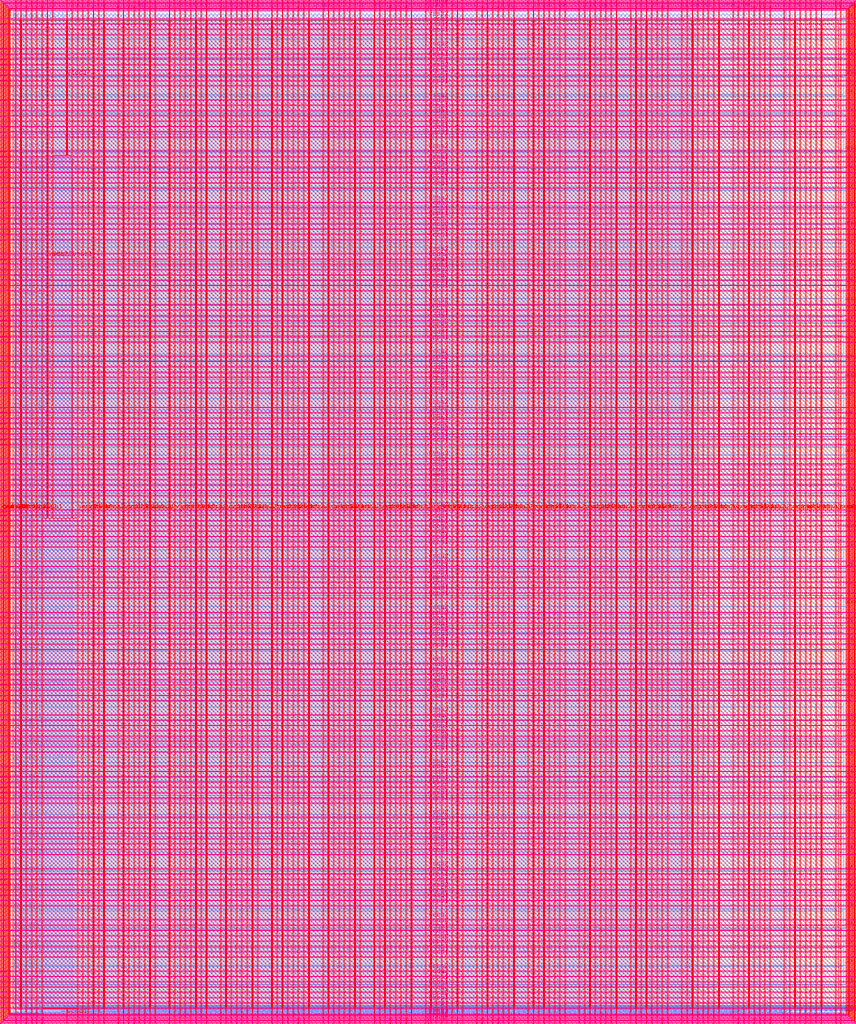
<source format=lef>
VERSION 5.7 ;
  NOWIREEXTENSIONATPIN ON ;
  DIVIDERCHAR "/" ;
  BUSBITCHARS "[]" ;
MACRO user_project_wrapper
  CLASS BLOCK ;
  FOREIGN user_project_wrapper ;
  ORIGIN 0.000 0.000 ;
  SIZE 2920.000 BY 3520.000 ;
  PIN analog_io[0]
    DIRECTION INOUT ;
    USE SIGNAL ;
    PORT
      LAYER met3 ;
        RECT 2917.600 1426.380 2924.800 1427.580 ;
    END
  END analog_io[0]
  PIN analog_io[10]
    DIRECTION INOUT ;
    USE SIGNAL ;
    PORT
      LAYER met2 ;
        RECT 2230.490 3517.600 2231.050 3524.800 ;
    END
  END analog_io[10]
  PIN analog_io[11]
    DIRECTION INOUT ;
    USE SIGNAL ;
    PORT
      LAYER met2 ;
        RECT 1905.730 3517.600 1906.290 3524.800 ;
    END
  END analog_io[11]
  PIN analog_io[12]
    DIRECTION INOUT ;
    USE SIGNAL ;
    PORT
      LAYER met2 ;
        RECT 1581.430 3517.600 1581.990 3524.800 ;
    END
  END analog_io[12]
  PIN analog_io[13]
    DIRECTION INOUT ;
    USE SIGNAL ;
    PORT
      LAYER met2 ;
        RECT 1257.130 3517.600 1257.690 3524.800 ;
    END
  END analog_io[13]
  PIN analog_io[14]
    DIRECTION INOUT ;
    USE SIGNAL ;
    PORT
      LAYER met2 ;
        RECT 932.370 3517.600 932.930 3524.800 ;
    END
  END analog_io[14]
  PIN analog_io[15]
    DIRECTION INOUT ;
    USE SIGNAL ;
    PORT
      LAYER met2 ;
        RECT 608.070 3517.600 608.630 3524.800 ;
    END
  END analog_io[15]
  PIN analog_io[16]
    DIRECTION INOUT ;
    USE SIGNAL ;
    PORT
      LAYER met2 ;
        RECT 283.770 3517.600 284.330 3524.800 ;
    END
  END analog_io[16]
  PIN analog_io[17]
    DIRECTION INOUT ;
    USE SIGNAL ;
    PORT
      LAYER met3 ;
        RECT -4.800 3486.100 2.400 3487.300 ;
    END
  END analog_io[17]
  PIN analog_io[18]
    DIRECTION INOUT ;
    USE SIGNAL ;
    PORT
      LAYER met3 ;
        RECT -4.800 3224.980 2.400 3226.180 ;
    END
  END analog_io[18]
  PIN analog_io[19]
    DIRECTION INOUT ;
    USE SIGNAL ;
    PORT
      LAYER met3 ;
        RECT -4.800 2964.540 2.400 2965.740 ;
    END
  END analog_io[19]
  PIN analog_io[1]
    DIRECTION INOUT ;
    USE SIGNAL ;
    PORT
      LAYER met3 ;
        RECT 2917.600 1692.260 2924.800 1693.460 ;
    END
  END analog_io[1]
  PIN analog_io[20]
    DIRECTION INOUT ;
    USE SIGNAL ;
    PORT
      LAYER met3 ;
        RECT -4.800 2703.420 2.400 2704.620 ;
    END
  END analog_io[20]
  PIN analog_io[21]
    DIRECTION INOUT ;
    USE SIGNAL ;
    PORT
      LAYER met3 ;
        RECT -4.800 2442.980 2.400 2444.180 ;
    END
  END analog_io[21]
  PIN analog_io[22]
    DIRECTION INOUT ;
    USE SIGNAL ;
    PORT
      LAYER met3 ;
        RECT -4.800 2182.540 2.400 2183.740 ;
    END
  END analog_io[22]
  PIN analog_io[23]
    DIRECTION INOUT ;
    USE SIGNAL ;
    PORT
      LAYER met3 ;
        RECT -4.800 1921.420 2.400 1922.620 ;
    END
  END analog_io[23]
  PIN analog_io[24]
    DIRECTION INOUT ;
    USE SIGNAL ;
    PORT
      LAYER met3 ;
        RECT -4.800 1660.980 2.400 1662.180 ;
    END
  END analog_io[24]
  PIN analog_io[25]
    DIRECTION INOUT ;
    USE SIGNAL ;
    PORT
      LAYER met3 ;
        RECT -4.800 1399.860 2.400 1401.060 ;
    END
  END analog_io[25]
  PIN analog_io[26]
    DIRECTION INOUT ;
    USE SIGNAL ;
    PORT
      LAYER met3 ;
        RECT -4.800 1139.420 2.400 1140.620 ;
    END
  END analog_io[26]
  PIN analog_io[27]
    DIRECTION INOUT ;
    USE SIGNAL ;
    PORT
      LAYER met3 ;
        RECT -4.800 878.980 2.400 880.180 ;
    END
  END analog_io[27]
  PIN analog_io[28]
    DIRECTION INOUT ;
    USE SIGNAL ;
    PORT
      LAYER met3 ;
        RECT -4.800 617.860 2.400 619.060 ;
    END
  END analog_io[28]
  PIN analog_io[2]
    DIRECTION INOUT ;
    USE SIGNAL ;
    PORT
      LAYER met3 ;
        RECT 2917.600 1958.140 2924.800 1959.340 ;
    END
  END analog_io[2]
  PIN analog_io[3]
    DIRECTION INOUT ;
    USE SIGNAL ;
    PORT
      LAYER met3 ;
        RECT 2917.600 2223.340 2924.800 2224.540 ;
    END
  END analog_io[3]
  PIN analog_io[4]
    DIRECTION INOUT ;
    USE SIGNAL ;
    PORT
      LAYER met3 ;
        RECT 2917.600 2489.220 2924.800 2490.420 ;
    END
  END analog_io[4]
  PIN analog_io[5]
    DIRECTION INOUT ;
    USE SIGNAL ;
    PORT
      LAYER met3 ;
        RECT 2917.600 2755.100 2924.800 2756.300 ;
    END
  END analog_io[5]
  PIN analog_io[6]
    DIRECTION INOUT ;
    USE SIGNAL ;
    PORT
      LAYER met3 ;
        RECT 2917.600 3020.300 2924.800 3021.500 ;
    END
  END analog_io[6]
  PIN analog_io[7]
    DIRECTION INOUT ;
    USE SIGNAL ;
    PORT
      LAYER met3 ;
        RECT 2917.600 3286.180 2924.800 3287.380 ;
    END
  END analog_io[7]
  PIN analog_io[8]
    DIRECTION INOUT ;
    USE SIGNAL ;
    PORT
      LAYER met2 ;
        RECT 2879.090 3517.600 2879.650 3524.800 ;
    END
  END analog_io[8]
  PIN analog_io[9]
    DIRECTION INOUT ;
    USE SIGNAL ;
    PORT
      LAYER met2 ;
        RECT 2554.790 3517.600 2555.350 3524.800 ;
    END
  END analog_io[9]
  PIN io_in[0]
    DIRECTION INPUT ;
    USE SIGNAL ;
    PORT
      LAYER met3 ;
        RECT 2917.600 32.380 2924.800 33.580 ;
    END
  END io_in[0]
  PIN io_in[10]
    DIRECTION INPUT ;
    USE SIGNAL ;
    PORT
      LAYER met3 ;
        RECT 2917.600 2289.980 2924.800 2291.180 ;
    END
  END io_in[10]
  PIN io_in[11]
    DIRECTION INPUT ;
    USE SIGNAL ;
    PORT
      LAYER met3 ;
        RECT 2917.600 2555.860 2924.800 2557.060 ;
    END
  END io_in[11]
  PIN io_in[12]
    DIRECTION INPUT ;
    USE SIGNAL ;
    PORT
      LAYER met3 ;
        RECT 2917.600 2821.060 2924.800 2822.260 ;
    END
  END io_in[12]
  PIN io_in[13]
    DIRECTION INPUT ;
    USE SIGNAL ;
    PORT
      LAYER met3 ;
        RECT 2917.600 3086.940 2924.800 3088.140 ;
    END
  END io_in[13]
  PIN io_in[14]
    DIRECTION INPUT ;
    USE SIGNAL ;
    PORT
      LAYER met3 ;
        RECT 2917.600 3352.820 2924.800 3354.020 ;
    END
  END io_in[14]
  PIN io_in[15]
    DIRECTION INPUT ;
    USE SIGNAL ;
    PORT
      LAYER met2 ;
        RECT 2798.130 3517.600 2798.690 3524.800 ;
    END
  END io_in[15]
  PIN io_in[16]
    DIRECTION INPUT ;
    USE SIGNAL ;
    PORT
      LAYER met2 ;
        RECT 2473.830 3517.600 2474.390 3524.800 ;
    END
  END io_in[16]
  PIN io_in[17]
    DIRECTION INPUT ;
    USE SIGNAL ;
    PORT
      LAYER met2 ;
        RECT 2149.070 3517.600 2149.630 3524.800 ;
    END
  END io_in[17]
  PIN io_in[18]
    DIRECTION INPUT ;
    USE SIGNAL ;
    PORT
      LAYER met2 ;
        RECT 1824.770 3517.600 1825.330 3524.800 ;
    END
  END io_in[18]
  PIN io_in[19]
    DIRECTION INPUT ;
    USE SIGNAL ;
    PORT
      LAYER met2 ;
        RECT 1500.470 3517.600 1501.030 3524.800 ;
    END
  END io_in[19]
  PIN io_in[1]
    DIRECTION INPUT ;
    USE SIGNAL ;
    PORT
      LAYER met3 ;
        RECT 2917.600 230.940 2924.800 232.140 ;
    END
  END io_in[1]
  PIN io_in[20]
    DIRECTION INPUT ;
    USE SIGNAL ;
    PORT
      LAYER met2 ;
        RECT 1175.710 3517.600 1176.270 3524.800 ;
    END
  END io_in[20]
  PIN io_in[21]
    DIRECTION INPUT ;
    USE SIGNAL ;
    PORT
      LAYER met2 ;
        RECT 851.410 3517.600 851.970 3524.800 ;
    END
  END io_in[21]
  PIN io_in[22]
    DIRECTION INPUT ;
    USE SIGNAL ;
    PORT
      LAYER met2 ;
        RECT 527.110 3517.600 527.670 3524.800 ;
    END
  END io_in[22]
  PIN io_in[23]
    DIRECTION INPUT ;
    USE SIGNAL ;
    PORT
      LAYER met2 ;
        RECT 202.350 3517.600 202.910 3524.800 ;
    END
  END io_in[23]
  PIN io_in[24]
    DIRECTION INPUT ;
    USE SIGNAL ;
    PORT
      LAYER met3 ;
        RECT -4.800 3420.820 2.400 3422.020 ;
    END
  END io_in[24]
  PIN io_in[25]
    DIRECTION INPUT ;
    USE SIGNAL ;
    PORT
      LAYER met3 ;
        RECT -4.800 3159.700 2.400 3160.900 ;
    END
  END io_in[25]
  PIN io_in[26]
    DIRECTION INPUT ;
    USE SIGNAL ;
    PORT
      LAYER met3 ;
        RECT -4.800 2899.260 2.400 2900.460 ;
    END
  END io_in[26]
  PIN io_in[27]
    DIRECTION INPUT ;
    USE SIGNAL ;
    PORT
      LAYER met3 ;
        RECT -4.800 2638.820 2.400 2640.020 ;
    END
  END io_in[27]
  PIN io_in[28]
    DIRECTION INPUT ;
    USE SIGNAL ;
    PORT
      LAYER met3 ;
        RECT -4.800 2377.700 2.400 2378.900 ;
    END
  END io_in[28]
  PIN io_in[29]
    DIRECTION INPUT ;
    USE SIGNAL ;
    PORT
      LAYER met3 ;
        RECT -4.800 2117.260 2.400 2118.460 ;
    END
  END io_in[29]
  PIN io_in[2]
    DIRECTION INPUT ;
    USE SIGNAL ;
    PORT
      LAYER met3 ;
        RECT 2917.600 430.180 2924.800 431.380 ;
    END
  END io_in[2]
  PIN io_in[30]
    DIRECTION INPUT ;
    USE SIGNAL ;
    PORT
      LAYER met3 ;
        RECT -4.800 1856.140 2.400 1857.340 ;
    END
  END io_in[30]
  PIN io_in[31]
    DIRECTION INPUT ;
    USE SIGNAL ;
    PORT
      LAYER met3 ;
        RECT -4.800 1595.700 2.400 1596.900 ;
    END
  END io_in[31]
  PIN io_in[32]
    DIRECTION INPUT ;
    USE SIGNAL ;
    PORT
      LAYER met3 ;
        RECT -4.800 1335.260 2.400 1336.460 ;
    END
  END io_in[32]
  PIN io_in[33]
    DIRECTION INPUT ;
    USE SIGNAL ;
    PORT
      LAYER met3 ;
        RECT -4.800 1074.140 2.400 1075.340 ;
    END
  END io_in[33]
  PIN io_in[34]
    DIRECTION INPUT ;
    USE SIGNAL ;
    PORT
      LAYER met3 ;
        RECT -4.800 813.700 2.400 814.900 ;
    END
  END io_in[34]
  PIN io_in[35]
    DIRECTION INPUT ;
    USE SIGNAL ;
    PORT
      LAYER met3 ;
        RECT -4.800 552.580 2.400 553.780 ;
    END
  END io_in[35]
  PIN io_in[36]
    DIRECTION INPUT ;
    USE SIGNAL ;
    PORT
      LAYER met3 ;
        RECT -4.800 357.420 2.400 358.620 ;
    END
  END io_in[36]
  PIN io_in[37]
    DIRECTION INPUT ;
    USE SIGNAL ;
    PORT
      LAYER met3 ;
        RECT -4.800 161.580 2.400 162.780 ;
    END
  END io_in[37]
  PIN io_in[3]
    DIRECTION INPUT ;
    USE SIGNAL ;
    PORT
      LAYER met3 ;
        RECT 2917.600 629.420 2924.800 630.620 ;
    END
  END io_in[3]
  PIN io_in[4]
    DIRECTION INPUT ;
    USE SIGNAL ;
    PORT
      LAYER met3 ;
        RECT 2917.600 828.660 2924.800 829.860 ;
    END
  END io_in[4]
  PIN io_in[5]
    DIRECTION INPUT ;
    USE SIGNAL ;
    PORT
      LAYER met3 ;
        RECT 2917.600 1027.900 2924.800 1029.100 ;
    END
  END io_in[5]
  PIN io_in[6]
    DIRECTION INPUT ;
    USE SIGNAL ;
    PORT
      LAYER met3 ;
        RECT 2917.600 1227.140 2924.800 1228.340 ;
    END
  END io_in[6]
  PIN io_in[7]
    DIRECTION INPUT ;
    USE SIGNAL ;
    PORT
      LAYER met3 ;
        RECT 2917.600 1493.020 2924.800 1494.220 ;
    END
  END io_in[7]
  PIN io_in[8]
    DIRECTION INPUT ;
    USE SIGNAL ;
    PORT
      LAYER met3 ;
        RECT 2917.600 1758.900 2924.800 1760.100 ;
    END
  END io_in[8]
  PIN io_in[9]
    DIRECTION INPUT ;
    USE SIGNAL ;
    PORT
      LAYER met3 ;
        RECT 2917.600 2024.100 2924.800 2025.300 ;
    END
  END io_in[9]
  PIN io_oeb[0]
    DIRECTION OUTPUT TRISTATE ;
    USE SIGNAL ;
    PORT
      LAYER met3 ;
        RECT 2917.600 164.980 2924.800 166.180 ;
    END
  END io_oeb[0]
  PIN io_oeb[10]
    DIRECTION OUTPUT TRISTATE ;
    USE SIGNAL ;
    PORT
      LAYER met3 ;
        RECT 2917.600 2422.580 2924.800 2423.780 ;
    END
  END io_oeb[10]
  PIN io_oeb[11]
    DIRECTION OUTPUT TRISTATE ;
    USE SIGNAL ;
    PORT
      LAYER met3 ;
        RECT 2917.600 2688.460 2924.800 2689.660 ;
    END
  END io_oeb[11]
  PIN io_oeb[12]
    DIRECTION OUTPUT TRISTATE ;
    USE SIGNAL ;
    PORT
      LAYER met3 ;
        RECT 2917.600 2954.340 2924.800 2955.540 ;
    END
  END io_oeb[12]
  PIN io_oeb[13]
    DIRECTION OUTPUT TRISTATE ;
    USE SIGNAL ;
    PORT
      LAYER met3 ;
        RECT 2917.600 3219.540 2924.800 3220.740 ;
    END
  END io_oeb[13]
  PIN io_oeb[14]
    DIRECTION OUTPUT TRISTATE ;
    USE SIGNAL ;
    PORT
      LAYER met3 ;
        RECT 2917.600 3485.420 2924.800 3486.620 ;
    END
  END io_oeb[14]
  PIN io_oeb[15]
    DIRECTION OUTPUT TRISTATE ;
    USE SIGNAL ;
    PORT
      LAYER met2 ;
        RECT 2635.750 3517.600 2636.310 3524.800 ;
    END
  END io_oeb[15]
  PIN io_oeb[16]
    DIRECTION OUTPUT TRISTATE ;
    USE SIGNAL ;
    PORT
      LAYER met2 ;
        RECT 2311.450 3517.600 2312.010 3524.800 ;
    END
  END io_oeb[16]
  PIN io_oeb[17]
    DIRECTION OUTPUT TRISTATE ;
    USE SIGNAL ;
    PORT
      LAYER met2 ;
        RECT 1987.150 3517.600 1987.710 3524.800 ;
    END
  END io_oeb[17]
  PIN io_oeb[18]
    DIRECTION OUTPUT TRISTATE ;
    USE SIGNAL ;
    PORT
      LAYER met2 ;
        RECT 1662.390 3517.600 1662.950 3524.800 ;
    END
  END io_oeb[18]
  PIN io_oeb[19]
    DIRECTION OUTPUT TRISTATE ;
    USE SIGNAL ;
    PORT
      LAYER met2 ;
        RECT 1338.090 3517.600 1338.650 3524.800 ;
    END
  END io_oeb[19]
  PIN io_oeb[1]
    DIRECTION OUTPUT TRISTATE ;
    USE SIGNAL ;
    PORT
      LAYER met3 ;
        RECT 2917.600 364.220 2924.800 365.420 ;
    END
  END io_oeb[1]
  PIN io_oeb[20]
    DIRECTION OUTPUT TRISTATE ;
    USE SIGNAL ;
    PORT
      LAYER met2 ;
        RECT 1013.790 3517.600 1014.350 3524.800 ;
    END
  END io_oeb[20]
  PIN io_oeb[21]
    DIRECTION OUTPUT TRISTATE ;
    USE SIGNAL ;
    PORT
      LAYER met2 ;
        RECT 689.030 3517.600 689.590 3524.800 ;
    END
  END io_oeb[21]
  PIN io_oeb[22]
    DIRECTION OUTPUT TRISTATE ;
    USE SIGNAL ;
    PORT
      LAYER met2 ;
        RECT 364.730 3517.600 365.290 3524.800 ;
    END
  END io_oeb[22]
  PIN io_oeb[23]
    DIRECTION OUTPUT TRISTATE ;
    USE SIGNAL ;
    PORT
      LAYER met2 ;
        RECT 40.430 3517.600 40.990 3524.800 ;
    END
  END io_oeb[23]
  PIN io_oeb[24]
    DIRECTION OUTPUT TRISTATE ;
    USE SIGNAL ;
    PORT
      LAYER met3 ;
        RECT -4.800 3290.260 2.400 3291.460 ;
    END
  END io_oeb[24]
  PIN io_oeb[25]
    DIRECTION OUTPUT TRISTATE ;
    USE SIGNAL ;
    PORT
      LAYER met3 ;
        RECT -4.800 3029.820 2.400 3031.020 ;
    END
  END io_oeb[25]
  PIN io_oeb[26]
    DIRECTION OUTPUT TRISTATE ;
    USE SIGNAL ;
    PORT
      LAYER met3 ;
        RECT -4.800 2768.700 2.400 2769.900 ;
    END
  END io_oeb[26]
  PIN io_oeb[27]
    DIRECTION OUTPUT TRISTATE ;
    USE SIGNAL ;
    PORT
      LAYER met3 ;
        RECT -4.800 2508.260 2.400 2509.460 ;
    END
  END io_oeb[27]
  PIN io_oeb[28]
    DIRECTION OUTPUT TRISTATE ;
    USE SIGNAL ;
    PORT
      LAYER met3 ;
        RECT -4.800 2247.140 2.400 2248.340 ;
    END
  END io_oeb[28]
  PIN io_oeb[29]
    DIRECTION OUTPUT TRISTATE ;
    USE SIGNAL ;
    PORT
      LAYER met3 ;
        RECT -4.800 1986.700 2.400 1987.900 ;
    END
  END io_oeb[29]
  PIN io_oeb[2]
    DIRECTION OUTPUT TRISTATE ;
    USE SIGNAL ;
    PORT
      LAYER met3 ;
        RECT 2917.600 563.460 2924.800 564.660 ;
    END
  END io_oeb[2]
  PIN io_oeb[30]
    DIRECTION OUTPUT TRISTATE ;
    USE SIGNAL ;
    PORT
      LAYER met3 ;
        RECT -4.800 1726.260 2.400 1727.460 ;
    END
  END io_oeb[30]
  PIN io_oeb[31]
    DIRECTION OUTPUT TRISTATE ;
    USE SIGNAL ;
    PORT
      LAYER met3 ;
        RECT -4.800 1465.140 2.400 1466.340 ;
    END
  END io_oeb[31]
  PIN io_oeb[32]
    DIRECTION OUTPUT TRISTATE ;
    USE SIGNAL ;
    PORT
      LAYER met3 ;
        RECT -4.800 1204.700 2.400 1205.900 ;
    END
  END io_oeb[32]
  PIN io_oeb[33]
    DIRECTION OUTPUT TRISTATE ;
    USE SIGNAL ;
    PORT
      LAYER met3 ;
        RECT -4.800 943.580 2.400 944.780 ;
    END
  END io_oeb[33]
  PIN io_oeb[34]
    DIRECTION OUTPUT TRISTATE ;
    USE SIGNAL ;
    PORT
      LAYER met3 ;
        RECT -4.800 683.140 2.400 684.340 ;
    END
  END io_oeb[34]
  PIN io_oeb[35]
    DIRECTION OUTPUT TRISTATE ;
    USE SIGNAL ;
    PORT
      LAYER met3 ;
        RECT -4.800 422.700 2.400 423.900 ;
    END
  END io_oeb[35]
  PIN io_oeb[36]
    DIRECTION OUTPUT TRISTATE ;
    USE SIGNAL ;
    PORT
      LAYER met3 ;
        RECT -4.800 226.860 2.400 228.060 ;
    END
  END io_oeb[36]
  PIN io_oeb[37]
    DIRECTION OUTPUT TRISTATE ;
    USE SIGNAL ;
    PORT
      LAYER met3 ;
        RECT -4.800 31.700 2.400 32.900 ;
    END
  END io_oeb[37]
  PIN io_oeb[3]
    DIRECTION OUTPUT TRISTATE ;
    USE SIGNAL ;
    PORT
      LAYER met3 ;
        RECT 2917.600 762.700 2924.800 763.900 ;
    END
  END io_oeb[3]
  PIN io_oeb[4]
    DIRECTION OUTPUT TRISTATE ;
    USE SIGNAL ;
    PORT
      LAYER met3 ;
        RECT 2917.600 961.940 2924.800 963.140 ;
    END
  END io_oeb[4]
  PIN io_oeb[5]
    DIRECTION OUTPUT TRISTATE ;
    USE SIGNAL ;
    PORT
      LAYER met3 ;
        RECT 2917.600 1161.180 2924.800 1162.380 ;
    END
  END io_oeb[5]
  PIN io_oeb[6]
    DIRECTION OUTPUT TRISTATE ;
    USE SIGNAL ;
    PORT
      LAYER met3 ;
        RECT 2917.600 1360.420 2924.800 1361.620 ;
    END
  END io_oeb[6]
  PIN io_oeb[7]
    DIRECTION OUTPUT TRISTATE ;
    USE SIGNAL ;
    PORT
      LAYER met3 ;
        RECT 2917.600 1625.620 2924.800 1626.820 ;
    END
  END io_oeb[7]
  PIN io_oeb[8]
    DIRECTION OUTPUT TRISTATE ;
    USE SIGNAL ;
    PORT
      LAYER met3 ;
        RECT 2917.600 1891.500 2924.800 1892.700 ;
    END
  END io_oeb[8]
  PIN io_oeb[9]
    DIRECTION OUTPUT TRISTATE ;
    USE SIGNAL ;
    PORT
      LAYER met3 ;
        RECT 2917.600 2157.380 2924.800 2158.580 ;
    END
  END io_oeb[9]
  PIN io_out[0]
    DIRECTION OUTPUT TRISTATE ;
    USE SIGNAL ;
    PORT
      LAYER met3 ;
        RECT 2917.600 98.340 2924.800 99.540 ;
    END
  END io_out[0]
  PIN io_out[10]
    DIRECTION OUTPUT TRISTATE ;
    USE SIGNAL ;
    PORT
      LAYER met3 ;
        RECT 2917.600 2356.620 2924.800 2357.820 ;
    END
  END io_out[10]
  PIN io_out[11]
    DIRECTION OUTPUT TRISTATE ;
    USE SIGNAL ;
    PORT
      LAYER met3 ;
        RECT 2917.600 2621.820 2924.800 2623.020 ;
    END
  END io_out[11]
  PIN io_out[12]
    DIRECTION OUTPUT TRISTATE ;
    USE SIGNAL ;
    PORT
      LAYER met3 ;
        RECT 2917.600 2887.700 2924.800 2888.900 ;
    END
  END io_out[12]
  PIN io_out[13]
    DIRECTION OUTPUT TRISTATE ;
    USE SIGNAL ;
    PORT
      LAYER met3 ;
        RECT 2917.600 3153.580 2924.800 3154.780 ;
    END
  END io_out[13]
  PIN io_out[14]
    DIRECTION OUTPUT TRISTATE ;
    USE SIGNAL ;
    PORT
      LAYER met3 ;
        RECT 2917.600 3418.780 2924.800 3419.980 ;
    END
  END io_out[14]
  PIN io_out[15]
    DIRECTION OUTPUT TRISTATE ;
    USE SIGNAL ;
    PORT
      LAYER met2 ;
        RECT 2717.170 3517.600 2717.730 3524.800 ;
    END
  END io_out[15]
  PIN io_out[16]
    DIRECTION OUTPUT TRISTATE ;
    USE SIGNAL ;
    PORT
      LAYER met2 ;
        RECT 2392.410 3517.600 2392.970 3524.800 ;
    END
  END io_out[16]
  PIN io_out[17]
    DIRECTION OUTPUT TRISTATE ;
    USE SIGNAL ;
    PORT
      LAYER met2 ;
        RECT 2068.110 3517.600 2068.670 3524.800 ;
    END
  END io_out[17]
  PIN io_out[18]
    DIRECTION OUTPUT TRISTATE ;
    USE SIGNAL ;
    PORT
      LAYER met2 ;
        RECT 1743.810 3517.600 1744.370 3524.800 ;
    END
  END io_out[18]
  PIN io_out[19]
    DIRECTION OUTPUT TRISTATE ;
    USE SIGNAL ;
    PORT
      LAYER met2 ;
        RECT 1419.050 3517.600 1419.610 3524.800 ;
    END
  END io_out[19]
  PIN io_out[1]
    DIRECTION OUTPUT TRISTATE ;
    USE SIGNAL ;
    PORT
      LAYER met3 ;
        RECT 2917.600 297.580 2924.800 298.780 ;
    END
  END io_out[1]
  PIN io_out[20]
    DIRECTION OUTPUT TRISTATE ;
    USE SIGNAL ;
    PORT
      LAYER met2 ;
        RECT 1094.750 3517.600 1095.310 3524.800 ;
    END
  END io_out[20]
  PIN io_out[21]
    DIRECTION OUTPUT TRISTATE ;
    USE SIGNAL ;
    PORT
      LAYER met2 ;
        RECT 770.450 3517.600 771.010 3524.800 ;
    END
  END io_out[21]
  PIN io_out[22]
    DIRECTION OUTPUT TRISTATE ;
    USE SIGNAL ;
    PORT
      LAYER met2 ;
        RECT 445.690 3517.600 446.250 3524.800 ;
    END
  END io_out[22]
  PIN io_out[23]
    DIRECTION OUTPUT TRISTATE ;
    USE SIGNAL ;
    PORT
      LAYER met2 ;
        RECT 121.390 3517.600 121.950 3524.800 ;
    END
  END io_out[23]
  PIN io_out[24]
    DIRECTION OUTPUT TRISTATE ;
    USE SIGNAL ;
    PORT
      LAYER met3 ;
        RECT -4.800 3355.540 2.400 3356.740 ;
    END
  END io_out[24]
  PIN io_out[25]
    DIRECTION OUTPUT TRISTATE ;
    USE SIGNAL ;
    PORT
      LAYER met3 ;
        RECT -4.800 3095.100 2.400 3096.300 ;
    END
  END io_out[25]
  PIN io_out[26]
    DIRECTION OUTPUT TRISTATE ;
    USE SIGNAL ;
    PORT
      LAYER met3 ;
        RECT -4.800 2833.980 2.400 2835.180 ;
    END
  END io_out[26]
  PIN io_out[27]
    DIRECTION OUTPUT TRISTATE ;
    USE SIGNAL ;
    PORT
      LAYER met3 ;
        RECT -4.800 2573.540 2.400 2574.740 ;
    END
  END io_out[27]
  PIN io_out[28]
    DIRECTION OUTPUT TRISTATE ;
    USE SIGNAL ;
    PORT
      LAYER met3 ;
        RECT -4.800 2312.420 2.400 2313.620 ;
    END
  END io_out[28]
  PIN io_out[29]
    DIRECTION OUTPUT TRISTATE ;
    USE SIGNAL ;
    PORT
      LAYER met3 ;
        RECT -4.800 2051.980 2.400 2053.180 ;
    END
  END io_out[29]
  PIN io_out[2]
    DIRECTION OUTPUT TRISTATE ;
    USE SIGNAL ;
    PORT
      LAYER met3 ;
        RECT 2917.600 496.820 2924.800 498.020 ;
    END
  END io_out[2]
  PIN io_out[30]
    DIRECTION OUTPUT TRISTATE ;
    USE SIGNAL ;
    PORT
      LAYER met3 ;
        RECT -4.800 1791.540 2.400 1792.740 ;
    END
  END io_out[30]
  PIN io_out[31]
    DIRECTION OUTPUT TRISTATE ;
    USE SIGNAL ;
    PORT
      LAYER met3 ;
        RECT -4.800 1530.420 2.400 1531.620 ;
    END
  END io_out[31]
  PIN io_out[32]
    DIRECTION OUTPUT TRISTATE ;
    USE SIGNAL ;
    PORT
      LAYER met3 ;
        RECT -4.800 1269.980 2.400 1271.180 ;
    END
  END io_out[32]
  PIN io_out[33]
    DIRECTION OUTPUT TRISTATE ;
    USE SIGNAL ;
    PORT
      LAYER met3 ;
        RECT -4.800 1008.860 2.400 1010.060 ;
    END
  END io_out[33]
  PIN io_out[34]
    DIRECTION OUTPUT TRISTATE ;
    USE SIGNAL ;
    PORT
      LAYER met3 ;
        RECT -4.800 748.420 2.400 749.620 ;
    END
  END io_out[34]
  PIN io_out[35]
    DIRECTION OUTPUT TRISTATE ;
    USE SIGNAL ;
    PORT
      LAYER met3 ;
        RECT -4.800 487.300 2.400 488.500 ;
    END
  END io_out[35]
  PIN io_out[36]
    DIRECTION OUTPUT TRISTATE ;
    USE SIGNAL ;
    PORT
      LAYER met3 ;
        RECT -4.800 292.140 2.400 293.340 ;
    END
  END io_out[36]
  PIN io_out[37]
    DIRECTION OUTPUT TRISTATE ;
    USE SIGNAL ;
    PORT
      LAYER met3 ;
        RECT -4.800 96.300 2.400 97.500 ;
    END
  END io_out[37]
  PIN io_out[3]
    DIRECTION OUTPUT TRISTATE ;
    USE SIGNAL ;
    PORT
      LAYER met3 ;
        RECT 2917.600 696.060 2924.800 697.260 ;
    END
  END io_out[3]
  PIN io_out[4]
    DIRECTION OUTPUT TRISTATE ;
    USE SIGNAL ;
    PORT
      LAYER met3 ;
        RECT 2917.600 895.300 2924.800 896.500 ;
    END
  END io_out[4]
  PIN io_out[5]
    DIRECTION OUTPUT TRISTATE ;
    USE SIGNAL ;
    PORT
      LAYER met3 ;
        RECT 2917.600 1094.540 2924.800 1095.740 ;
    END
  END io_out[5]
  PIN io_out[6]
    DIRECTION OUTPUT TRISTATE ;
    USE SIGNAL ;
    PORT
      LAYER met3 ;
        RECT 2917.600 1293.780 2924.800 1294.980 ;
    END
  END io_out[6]
  PIN io_out[7]
    DIRECTION OUTPUT TRISTATE ;
    USE SIGNAL ;
    PORT
      LAYER met3 ;
        RECT 2917.600 1559.660 2924.800 1560.860 ;
    END
  END io_out[7]
  PIN io_out[8]
    DIRECTION OUTPUT TRISTATE ;
    USE SIGNAL ;
    PORT
      LAYER met3 ;
        RECT 2917.600 1824.860 2924.800 1826.060 ;
    END
  END io_out[8]
  PIN io_out[9]
    DIRECTION OUTPUT TRISTATE ;
    USE SIGNAL ;
    PORT
      LAYER met3 ;
        RECT 2917.600 2090.740 2924.800 2091.940 ;
    END
  END io_out[9]
  PIN la_data_in[0]
    DIRECTION INPUT ;
    USE SIGNAL ;
    PORT
      LAYER met2 ;
        RECT 629.230 -4.800 629.790 2.400 ;
    END
  END la_data_in[0]
  PIN la_data_in[100]
    DIRECTION INPUT ;
    USE SIGNAL ;
    PORT
      LAYER met2 ;
        RECT 2402.530 -4.800 2403.090 2.400 ;
    END
  END la_data_in[100]
  PIN la_data_in[101]
    DIRECTION INPUT ;
    USE SIGNAL ;
    PORT
      LAYER met2 ;
        RECT 2420.010 -4.800 2420.570 2.400 ;
    END
  END la_data_in[101]
  PIN la_data_in[102]
    DIRECTION INPUT ;
    USE SIGNAL ;
    PORT
      LAYER met2 ;
        RECT 2437.950 -4.800 2438.510 2.400 ;
    END
  END la_data_in[102]
  PIN la_data_in[103]
    DIRECTION INPUT ;
    USE SIGNAL ;
    PORT
      LAYER met2 ;
        RECT 2455.430 -4.800 2455.990 2.400 ;
    END
  END la_data_in[103]
  PIN la_data_in[104]
    DIRECTION INPUT ;
    USE SIGNAL ;
    PORT
      LAYER met2 ;
        RECT 2473.370 -4.800 2473.930 2.400 ;
    END
  END la_data_in[104]
  PIN la_data_in[105]
    DIRECTION INPUT ;
    USE SIGNAL ;
    PORT
      LAYER met2 ;
        RECT 2490.850 -4.800 2491.410 2.400 ;
    END
  END la_data_in[105]
  PIN la_data_in[106]
    DIRECTION INPUT ;
    USE SIGNAL ;
    PORT
      LAYER met2 ;
        RECT 2508.790 -4.800 2509.350 2.400 ;
    END
  END la_data_in[106]
  PIN la_data_in[107]
    DIRECTION INPUT ;
    USE SIGNAL ;
    PORT
      LAYER met2 ;
        RECT 2526.730 -4.800 2527.290 2.400 ;
    END
  END la_data_in[107]
  PIN la_data_in[108]
    DIRECTION INPUT ;
    USE SIGNAL ;
    PORT
      LAYER met2 ;
        RECT 2544.210 -4.800 2544.770 2.400 ;
    END
  END la_data_in[108]
  PIN la_data_in[109]
    DIRECTION INPUT ;
    USE SIGNAL ;
    PORT
      LAYER met2 ;
        RECT 2562.150 -4.800 2562.710 2.400 ;
    END
  END la_data_in[109]
  PIN la_data_in[10]
    DIRECTION INPUT ;
    USE SIGNAL ;
    PORT
      LAYER met2 ;
        RECT 806.330 -4.800 806.890 2.400 ;
    END
  END la_data_in[10]
  PIN la_data_in[110]
    DIRECTION INPUT ;
    USE SIGNAL ;
    PORT
      LAYER met2 ;
        RECT 2579.630 -4.800 2580.190 2.400 ;
    END
  END la_data_in[110]
  PIN la_data_in[111]
    DIRECTION INPUT ;
    USE SIGNAL ;
    PORT
      LAYER met2 ;
        RECT 2597.570 -4.800 2598.130 2.400 ;
    END
  END la_data_in[111]
  PIN la_data_in[112]
    DIRECTION INPUT ;
    USE SIGNAL ;
    PORT
      LAYER met2 ;
        RECT 2615.050 -4.800 2615.610 2.400 ;
    END
  END la_data_in[112]
  PIN la_data_in[113]
    DIRECTION INPUT ;
    USE SIGNAL ;
    PORT
      LAYER met2 ;
        RECT 2632.990 -4.800 2633.550 2.400 ;
    END
  END la_data_in[113]
  PIN la_data_in[114]
    DIRECTION INPUT ;
    USE SIGNAL ;
    PORT
      LAYER met2 ;
        RECT 2650.470 -4.800 2651.030 2.400 ;
    END
  END la_data_in[114]
  PIN la_data_in[115]
    DIRECTION INPUT ;
    USE SIGNAL ;
    PORT
      LAYER met2 ;
        RECT 2668.410 -4.800 2668.970 2.400 ;
    END
  END la_data_in[115]
  PIN la_data_in[116]
    DIRECTION INPUT ;
    USE SIGNAL ;
    PORT
      LAYER met2 ;
        RECT 2685.890 -4.800 2686.450 2.400 ;
    END
  END la_data_in[116]
  PIN la_data_in[117]
    DIRECTION INPUT ;
    USE SIGNAL ;
    PORT
      LAYER met2 ;
        RECT 2703.830 -4.800 2704.390 2.400 ;
    END
  END la_data_in[117]
  PIN la_data_in[118]
    DIRECTION INPUT ;
    USE SIGNAL ;
    PORT
      LAYER met2 ;
        RECT 2721.770 -4.800 2722.330 2.400 ;
    END
  END la_data_in[118]
  PIN la_data_in[119]
    DIRECTION INPUT ;
    USE SIGNAL ;
    PORT
      LAYER met2 ;
        RECT 2739.250 -4.800 2739.810 2.400 ;
    END
  END la_data_in[119]
  PIN la_data_in[11]
    DIRECTION INPUT ;
    USE SIGNAL ;
    PORT
      LAYER met2 ;
        RECT 824.270 -4.800 824.830 2.400 ;
    END
  END la_data_in[11]
  PIN la_data_in[120]
    DIRECTION INPUT ;
    USE SIGNAL ;
    PORT
      LAYER met2 ;
        RECT 2757.190 -4.800 2757.750 2.400 ;
    END
  END la_data_in[120]
  PIN la_data_in[121]
    DIRECTION INPUT ;
    USE SIGNAL ;
    PORT
      LAYER met2 ;
        RECT 2774.670 -4.800 2775.230 2.400 ;
    END
  END la_data_in[121]
  PIN la_data_in[122]
    DIRECTION INPUT ;
    USE SIGNAL ;
    PORT
      LAYER met2 ;
        RECT 2792.610 -4.800 2793.170 2.400 ;
    END
  END la_data_in[122]
  PIN la_data_in[123]
    DIRECTION INPUT ;
    USE SIGNAL ;
    PORT
      LAYER met2 ;
        RECT 2810.090 -4.800 2810.650 2.400 ;
    END
  END la_data_in[123]
  PIN la_data_in[124]
    DIRECTION INPUT ;
    USE SIGNAL ;
    PORT
      LAYER met2 ;
        RECT 2828.030 -4.800 2828.590 2.400 ;
    END
  END la_data_in[124]
  PIN la_data_in[125]
    DIRECTION INPUT ;
    USE SIGNAL ;
    PORT
      LAYER met2 ;
        RECT 2845.510 -4.800 2846.070 2.400 ;
    END
  END la_data_in[125]
  PIN la_data_in[126]
    DIRECTION INPUT ;
    USE SIGNAL ;
    PORT
      LAYER met2 ;
        RECT 2863.450 -4.800 2864.010 2.400 ;
    END
  END la_data_in[126]
  PIN la_data_in[127]
    DIRECTION INPUT ;
    USE SIGNAL ;
    PORT
      LAYER met2 ;
        RECT 2881.390 -4.800 2881.950 2.400 ;
    END
  END la_data_in[127]
  PIN la_data_in[12]
    DIRECTION INPUT ;
    USE SIGNAL ;
    PORT
      LAYER met2 ;
        RECT 841.750 -4.800 842.310 2.400 ;
    END
  END la_data_in[12]
  PIN la_data_in[13]
    DIRECTION INPUT ;
    USE SIGNAL ;
    PORT
      LAYER met2 ;
        RECT 859.690 -4.800 860.250 2.400 ;
    END
  END la_data_in[13]
  PIN la_data_in[14]
    DIRECTION INPUT ;
    USE SIGNAL ;
    PORT
      LAYER met2 ;
        RECT 877.170 -4.800 877.730 2.400 ;
    END
  END la_data_in[14]
  PIN la_data_in[15]
    DIRECTION INPUT ;
    USE SIGNAL ;
    PORT
      LAYER met2 ;
        RECT 895.110 -4.800 895.670 2.400 ;
    END
  END la_data_in[15]
  PIN la_data_in[16]
    DIRECTION INPUT ;
    USE SIGNAL ;
    PORT
      LAYER met2 ;
        RECT 912.590 -4.800 913.150 2.400 ;
    END
  END la_data_in[16]
  PIN la_data_in[17]
    DIRECTION INPUT ;
    USE SIGNAL ;
    PORT
      LAYER met2 ;
        RECT 930.530 -4.800 931.090 2.400 ;
    END
  END la_data_in[17]
  PIN la_data_in[18]
    DIRECTION INPUT ;
    USE SIGNAL ;
    PORT
      LAYER met2 ;
        RECT 948.470 -4.800 949.030 2.400 ;
    END
  END la_data_in[18]
  PIN la_data_in[19]
    DIRECTION INPUT ;
    USE SIGNAL ;
    PORT
      LAYER met2 ;
        RECT 965.950 -4.800 966.510 2.400 ;
    END
  END la_data_in[19]
  PIN la_data_in[1]
    DIRECTION INPUT ;
    USE SIGNAL ;
    PORT
      LAYER met2 ;
        RECT 646.710 -4.800 647.270 2.400 ;
    END
  END la_data_in[1]
  PIN la_data_in[20]
    DIRECTION INPUT ;
    USE SIGNAL ;
    PORT
      LAYER met2 ;
        RECT 983.890 -4.800 984.450 2.400 ;
    END
  END la_data_in[20]
  PIN la_data_in[21]
    DIRECTION INPUT ;
    USE SIGNAL ;
    PORT
      LAYER met2 ;
        RECT 1001.370 -4.800 1001.930 2.400 ;
    END
  END la_data_in[21]
  PIN la_data_in[22]
    DIRECTION INPUT ;
    USE SIGNAL ;
    PORT
      LAYER met2 ;
        RECT 1019.310 -4.800 1019.870 2.400 ;
    END
  END la_data_in[22]
  PIN la_data_in[23]
    DIRECTION INPUT ;
    USE SIGNAL ;
    PORT
      LAYER met2 ;
        RECT 1036.790 -4.800 1037.350 2.400 ;
    END
  END la_data_in[23]
  PIN la_data_in[24]
    DIRECTION INPUT ;
    USE SIGNAL ;
    PORT
      LAYER met2 ;
        RECT 1054.730 -4.800 1055.290 2.400 ;
    END
  END la_data_in[24]
  PIN la_data_in[25]
    DIRECTION INPUT ;
    USE SIGNAL ;
    PORT
      LAYER met2 ;
        RECT 1072.210 -4.800 1072.770 2.400 ;
    END
  END la_data_in[25]
  PIN la_data_in[26]
    DIRECTION INPUT ;
    USE SIGNAL ;
    PORT
      LAYER met2 ;
        RECT 1090.150 -4.800 1090.710 2.400 ;
    END
  END la_data_in[26]
  PIN la_data_in[27]
    DIRECTION INPUT ;
    USE SIGNAL ;
    PORT
      LAYER met2 ;
        RECT 1107.630 -4.800 1108.190 2.400 ;
    END
  END la_data_in[27]
  PIN la_data_in[28]
    DIRECTION INPUT ;
    USE SIGNAL ;
    PORT
      LAYER met2 ;
        RECT 1125.570 -4.800 1126.130 2.400 ;
    END
  END la_data_in[28]
  PIN la_data_in[29]
    DIRECTION INPUT ;
    USE SIGNAL ;
    PORT
      LAYER met2 ;
        RECT 1143.510 -4.800 1144.070 2.400 ;
    END
  END la_data_in[29]
  PIN la_data_in[2]
    DIRECTION INPUT ;
    USE SIGNAL ;
    PORT
      LAYER met2 ;
        RECT 664.650 -4.800 665.210 2.400 ;
    END
  END la_data_in[2]
  PIN la_data_in[30]
    DIRECTION INPUT ;
    USE SIGNAL ;
    PORT
      LAYER met2 ;
        RECT 1160.990 -4.800 1161.550 2.400 ;
    END
  END la_data_in[30]
  PIN la_data_in[31]
    DIRECTION INPUT ;
    USE SIGNAL ;
    PORT
      LAYER met2 ;
        RECT 1178.930 -4.800 1179.490 2.400 ;
    END
  END la_data_in[31]
  PIN la_data_in[32]
    DIRECTION INPUT ;
    USE SIGNAL ;
    PORT
      LAYER met2 ;
        RECT 1196.410 -4.800 1196.970 2.400 ;
    END
  END la_data_in[32]
  PIN la_data_in[33]
    DIRECTION INPUT ;
    USE SIGNAL ;
    PORT
      LAYER met2 ;
        RECT 1214.350 -4.800 1214.910 2.400 ;
    END
  END la_data_in[33]
  PIN la_data_in[34]
    DIRECTION INPUT ;
    USE SIGNAL ;
    PORT
      LAYER met2 ;
        RECT 1231.830 -4.800 1232.390 2.400 ;
    END
  END la_data_in[34]
  PIN la_data_in[35]
    DIRECTION INPUT ;
    USE SIGNAL ;
    PORT
      LAYER met2 ;
        RECT 1249.770 -4.800 1250.330 2.400 ;
    END
  END la_data_in[35]
  PIN la_data_in[36]
    DIRECTION INPUT ;
    USE SIGNAL ;
    PORT
      LAYER met2 ;
        RECT 1267.250 -4.800 1267.810 2.400 ;
    END
  END la_data_in[36]
  PIN la_data_in[37]
    DIRECTION INPUT ;
    USE SIGNAL ;
    PORT
      LAYER met2 ;
        RECT 1285.190 -4.800 1285.750 2.400 ;
    END
  END la_data_in[37]
  PIN la_data_in[38]
    DIRECTION INPUT ;
    USE SIGNAL ;
    PORT
      LAYER met2 ;
        RECT 1303.130 -4.800 1303.690 2.400 ;
    END
  END la_data_in[38]
  PIN la_data_in[39]
    DIRECTION INPUT ;
    USE SIGNAL ;
    PORT
      LAYER met2 ;
        RECT 1320.610 -4.800 1321.170 2.400 ;
    END
  END la_data_in[39]
  PIN la_data_in[3]
    DIRECTION INPUT ;
    USE SIGNAL ;
    PORT
      LAYER met2 ;
        RECT 682.130 -4.800 682.690 2.400 ;
    END
  END la_data_in[3]
  PIN la_data_in[40]
    DIRECTION INPUT ;
    USE SIGNAL ;
    PORT
      LAYER met2 ;
        RECT 1338.550 -4.800 1339.110 2.400 ;
    END
  END la_data_in[40]
  PIN la_data_in[41]
    DIRECTION INPUT ;
    USE SIGNAL ;
    PORT
      LAYER met2 ;
        RECT 1356.030 -4.800 1356.590 2.400 ;
    END
  END la_data_in[41]
  PIN la_data_in[42]
    DIRECTION INPUT ;
    USE SIGNAL ;
    PORT
      LAYER met2 ;
        RECT 1373.970 -4.800 1374.530 2.400 ;
    END
  END la_data_in[42]
  PIN la_data_in[43]
    DIRECTION INPUT ;
    USE SIGNAL ;
    PORT
      LAYER met2 ;
        RECT 1391.450 -4.800 1392.010 2.400 ;
    END
  END la_data_in[43]
  PIN la_data_in[44]
    DIRECTION INPUT ;
    USE SIGNAL ;
    PORT
      LAYER met2 ;
        RECT 1409.390 -4.800 1409.950 2.400 ;
    END
  END la_data_in[44]
  PIN la_data_in[45]
    DIRECTION INPUT ;
    USE SIGNAL ;
    PORT
      LAYER met2 ;
        RECT 1426.870 -4.800 1427.430 2.400 ;
    END
  END la_data_in[45]
  PIN la_data_in[46]
    DIRECTION INPUT ;
    USE SIGNAL ;
    PORT
      LAYER met2 ;
        RECT 1444.810 -4.800 1445.370 2.400 ;
    END
  END la_data_in[46]
  PIN la_data_in[47]
    DIRECTION INPUT ;
    USE SIGNAL ;
    PORT
      LAYER met2 ;
        RECT 1462.750 -4.800 1463.310 2.400 ;
    END
  END la_data_in[47]
  PIN la_data_in[48]
    DIRECTION INPUT ;
    USE SIGNAL ;
    PORT
      LAYER met2 ;
        RECT 1480.230 -4.800 1480.790 2.400 ;
    END
  END la_data_in[48]
  PIN la_data_in[49]
    DIRECTION INPUT ;
    USE SIGNAL ;
    PORT
      LAYER met2 ;
        RECT 1498.170 -4.800 1498.730 2.400 ;
    END
  END la_data_in[49]
  PIN la_data_in[4]
    DIRECTION INPUT ;
    USE SIGNAL ;
    PORT
      LAYER met2 ;
        RECT 700.070 -4.800 700.630 2.400 ;
    END
  END la_data_in[4]
  PIN la_data_in[50]
    DIRECTION INPUT ;
    USE SIGNAL ;
    PORT
      LAYER met2 ;
        RECT 1515.650 -4.800 1516.210 2.400 ;
    END
  END la_data_in[50]
  PIN la_data_in[51]
    DIRECTION INPUT ;
    USE SIGNAL ;
    PORT
      LAYER met2 ;
        RECT 1533.590 -4.800 1534.150 2.400 ;
    END
  END la_data_in[51]
  PIN la_data_in[52]
    DIRECTION INPUT ;
    USE SIGNAL ;
    PORT
      LAYER met2 ;
        RECT 1551.070 -4.800 1551.630 2.400 ;
    END
  END la_data_in[52]
  PIN la_data_in[53]
    DIRECTION INPUT ;
    USE SIGNAL ;
    PORT
      LAYER met2 ;
        RECT 1569.010 -4.800 1569.570 2.400 ;
    END
  END la_data_in[53]
  PIN la_data_in[54]
    DIRECTION INPUT ;
    USE SIGNAL ;
    PORT
      LAYER met2 ;
        RECT 1586.490 -4.800 1587.050 2.400 ;
    END
  END la_data_in[54]
  PIN la_data_in[55]
    DIRECTION INPUT ;
    USE SIGNAL ;
    PORT
      LAYER met2 ;
        RECT 1604.430 -4.800 1604.990 2.400 ;
    END
  END la_data_in[55]
  PIN la_data_in[56]
    DIRECTION INPUT ;
    USE SIGNAL ;
    PORT
      LAYER met2 ;
        RECT 1621.910 -4.800 1622.470 2.400 ;
    END
  END la_data_in[56]
  PIN la_data_in[57]
    DIRECTION INPUT ;
    USE SIGNAL ;
    PORT
      LAYER met2 ;
        RECT 1639.850 -4.800 1640.410 2.400 ;
    END
  END la_data_in[57]
  PIN la_data_in[58]
    DIRECTION INPUT ;
    USE SIGNAL ;
    PORT
      LAYER met2 ;
        RECT 1657.790 -4.800 1658.350 2.400 ;
    END
  END la_data_in[58]
  PIN la_data_in[59]
    DIRECTION INPUT ;
    USE SIGNAL ;
    PORT
      LAYER met2 ;
        RECT 1675.270 -4.800 1675.830 2.400 ;
    END
  END la_data_in[59]
  PIN la_data_in[5]
    DIRECTION INPUT ;
    USE SIGNAL ;
    PORT
      LAYER met2 ;
        RECT 717.550 -4.800 718.110 2.400 ;
    END
  END la_data_in[5]
  PIN la_data_in[60]
    DIRECTION INPUT ;
    USE SIGNAL ;
    PORT
      LAYER met2 ;
        RECT 1693.210 -4.800 1693.770 2.400 ;
    END
  END la_data_in[60]
  PIN la_data_in[61]
    DIRECTION INPUT ;
    USE SIGNAL ;
    PORT
      LAYER met2 ;
        RECT 1710.690 -4.800 1711.250 2.400 ;
    END
  END la_data_in[61]
  PIN la_data_in[62]
    DIRECTION INPUT ;
    USE SIGNAL ;
    PORT
      LAYER met2 ;
        RECT 1728.630 -4.800 1729.190 2.400 ;
    END
  END la_data_in[62]
  PIN la_data_in[63]
    DIRECTION INPUT ;
    USE SIGNAL ;
    PORT
      LAYER met2 ;
        RECT 1746.110 -4.800 1746.670 2.400 ;
    END
  END la_data_in[63]
  PIN la_data_in[64]
    DIRECTION INPUT ;
    USE SIGNAL ;
    PORT
      LAYER met2 ;
        RECT 1764.050 -4.800 1764.610 2.400 ;
    END
  END la_data_in[64]
  PIN la_data_in[65]
    DIRECTION INPUT ;
    USE SIGNAL ;
    PORT
      LAYER met2 ;
        RECT 1781.530 -4.800 1782.090 2.400 ;
    END
  END la_data_in[65]
  PIN la_data_in[66]
    DIRECTION INPUT ;
    USE SIGNAL ;
    PORT
      LAYER met2 ;
        RECT 1799.470 -4.800 1800.030 2.400 ;
    END
  END la_data_in[66]
  PIN la_data_in[67]
    DIRECTION INPUT ;
    USE SIGNAL ;
    PORT
      LAYER met2 ;
        RECT 1817.410 -4.800 1817.970 2.400 ;
    END
  END la_data_in[67]
  PIN la_data_in[68]
    DIRECTION INPUT ;
    USE SIGNAL ;
    PORT
      LAYER met2 ;
        RECT 1834.890 -4.800 1835.450 2.400 ;
    END
  END la_data_in[68]
  PIN la_data_in[69]
    DIRECTION INPUT ;
    USE SIGNAL ;
    PORT
      LAYER met2 ;
        RECT 1852.830 -4.800 1853.390 2.400 ;
    END
  END la_data_in[69]
  PIN la_data_in[6]
    DIRECTION INPUT ;
    USE SIGNAL ;
    PORT
      LAYER met2 ;
        RECT 735.490 -4.800 736.050 2.400 ;
    END
  END la_data_in[6]
  PIN la_data_in[70]
    DIRECTION INPUT ;
    USE SIGNAL ;
    PORT
      LAYER met2 ;
        RECT 1870.310 -4.800 1870.870 2.400 ;
    END
  END la_data_in[70]
  PIN la_data_in[71]
    DIRECTION INPUT ;
    USE SIGNAL ;
    PORT
      LAYER met2 ;
        RECT 1888.250 -4.800 1888.810 2.400 ;
    END
  END la_data_in[71]
  PIN la_data_in[72]
    DIRECTION INPUT ;
    USE SIGNAL ;
    PORT
      LAYER met2 ;
        RECT 1905.730 -4.800 1906.290 2.400 ;
    END
  END la_data_in[72]
  PIN la_data_in[73]
    DIRECTION INPUT ;
    USE SIGNAL ;
    PORT
      LAYER met2 ;
        RECT 1923.670 -4.800 1924.230 2.400 ;
    END
  END la_data_in[73]
  PIN la_data_in[74]
    DIRECTION INPUT ;
    USE SIGNAL ;
    PORT
      LAYER met2 ;
        RECT 1941.150 -4.800 1941.710 2.400 ;
    END
  END la_data_in[74]
  PIN la_data_in[75]
    DIRECTION INPUT ;
    USE SIGNAL ;
    PORT
      LAYER met2 ;
        RECT 1959.090 -4.800 1959.650 2.400 ;
    END
  END la_data_in[75]
  PIN la_data_in[76]
    DIRECTION INPUT ;
    USE SIGNAL ;
    PORT
      LAYER met2 ;
        RECT 1976.570 -4.800 1977.130 2.400 ;
    END
  END la_data_in[76]
  PIN la_data_in[77]
    DIRECTION INPUT ;
    USE SIGNAL ;
    PORT
      LAYER met2 ;
        RECT 1994.510 -4.800 1995.070 2.400 ;
    END
  END la_data_in[77]
  PIN la_data_in[78]
    DIRECTION INPUT ;
    USE SIGNAL ;
    PORT
      LAYER met2 ;
        RECT 2012.450 -4.800 2013.010 2.400 ;
    END
  END la_data_in[78]
  PIN la_data_in[79]
    DIRECTION INPUT ;
    USE SIGNAL ;
    PORT
      LAYER met2 ;
        RECT 2029.930 -4.800 2030.490 2.400 ;
    END
  END la_data_in[79]
  PIN la_data_in[7]
    DIRECTION INPUT ;
    USE SIGNAL ;
    PORT
      LAYER met2 ;
        RECT 752.970 -4.800 753.530 2.400 ;
    END
  END la_data_in[7]
  PIN la_data_in[80]
    DIRECTION INPUT ;
    USE SIGNAL ;
    PORT
      LAYER met2 ;
        RECT 2047.870 -4.800 2048.430 2.400 ;
    END
  END la_data_in[80]
  PIN la_data_in[81]
    DIRECTION INPUT ;
    USE SIGNAL ;
    PORT
      LAYER met2 ;
        RECT 2065.350 -4.800 2065.910 2.400 ;
    END
  END la_data_in[81]
  PIN la_data_in[82]
    DIRECTION INPUT ;
    USE SIGNAL ;
    PORT
      LAYER met2 ;
        RECT 2083.290 -4.800 2083.850 2.400 ;
    END
  END la_data_in[82]
  PIN la_data_in[83]
    DIRECTION INPUT ;
    USE SIGNAL ;
    PORT
      LAYER met2 ;
        RECT 2100.770 -4.800 2101.330 2.400 ;
    END
  END la_data_in[83]
  PIN la_data_in[84]
    DIRECTION INPUT ;
    USE SIGNAL ;
    PORT
      LAYER met2 ;
        RECT 2118.710 -4.800 2119.270 2.400 ;
    END
  END la_data_in[84]
  PIN la_data_in[85]
    DIRECTION INPUT ;
    USE SIGNAL ;
    PORT
      LAYER met2 ;
        RECT 2136.190 -4.800 2136.750 2.400 ;
    END
  END la_data_in[85]
  PIN la_data_in[86]
    DIRECTION INPUT ;
    USE SIGNAL ;
    PORT
      LAYER met2 ;
        RECT 2154.130 -4.800 2154.690 2.400 ;
    END
  END la_data_in[86]
  PIN la_data_in[87]
    DIRECTION INPUT ;
    USE SIGNAL ;
    PORT
      LAYER met2 ;
        RECT 2172.070 -4.800 2172.630 2.400 ;
    END
  END la_data_in[87]
  PIN la_data_in[88]
    DIRECTION INPUT ;
    USE SIGNAL ;
    PORT
      LAYER met2 ;
        RECT 2189.550 -4.800 2190.110 2.400 ;
    END
  END la_data_in[88]
  PIN la_data_in[89]
    DIRECTION INPUT ;
    USE SIGNAL ;
    PORT
      LAYER met2 ;
        RECT 2207.490 -4.800 2208.050 2.400 ;
    END
  END la_data_in[89]
  PIN la_data_in[8]
    DIRECTION INPUT ;
    USE SIGNAL ;
    PORT
      LAYER met2 ;
        RECT 770.910 -4.800 771.470 2.400 ;
    END
  END la_data_in[8]
  PIN la_data_in[90]
    DIRECTION INPUT ;
    USE SIGNAL ;
    PORT
      LAYER met2 ;
        RECT 2224.970 -4.800 2225.530 2.400 ;
    END
  END la_data_in[90]
  PIN la_data_in[91]
    DIRECTION INPUT ;
    USE SIGNAL ;
    PORT
      LAYER met2 ;
        RECT 2242.910 -4.800 2243.470 2.400 ;
    END
  END la_data_in[91]
  PIN la_data_in[92]
    DIRECTION INPUT ;
    USE SIGNAL ;
    PORT
      LAYER met2 ;
        RECT 2260.390 -4.800 2260.950 2.400 ;
    END
  END la_data_in[92]
  PIN la_data_in[93]
    DIRECTION INPUT ;
    USE SIGNAL ;
    PORT
      LAYER met2 ;
        RECT 2278.330 -4.800 2278.890 2.400 ;
    END
  END la_data_in[93]
  PIN la_data_in[94]
    DIRECTION INPUT ;
    USE SIGNAL ;
    PORT
      LAYER met2 ;
        RECT 2295.810 -4.800 2296.370 2.400 ;
    END
  END la_data_in[94]
  PIN la_data_in[95]
    DIRECTION INPUT ;
    USE SIGNAL ;
    PORT
      LAYER met2 ;
        RECT 2313.750 -4.800 2314.310 2.400 ;
    END
  END la_data_in[95]
  PIN la_data_in[96]
    DIRECTION INPUT ;
    USE SIGNAL ;
    PORT
      LAYER met2 ;
        RECT 2331.230 -4.800 2331.790 2.400 ;
    END
  END la_data_in[96]
  PIN la_data_in[97]
    DIRECTION INPUT ;
    USE SIGNAL ;
    PORT
      LAYER met2 ;
        RECT 2349.170 -4.800 2349.730 2.400 ;
    END
  END la_data_in[97]
  PIN la_data_in[98]
    DIRECTION INPUT ;
    USE SIGNAL ;
    PORT
      LAYER met2 ;
        RECT 2367.110 -4.800 2367.670 2.400 ;
    END
  END la_data_in[98]
  PIN la_data_in[99]
    DIRECTION INPUT ;
    USE SIGNAL ;
    PORT
      LAYER met2 ;
        RECT 2384.590 -4.800 2385.150 2.400 ;
    END
  END la_data_in[99]
  PIN la_data_in[9]
    DIRECTION INPUT ;
    USE SIGNAL ;
    PORT
      LAYER met2 ;
        RECT 788.850 -4.800 789.410 2.400 ;
    END
  END la_data_in[9]
  PIN la_data_out[0]
    DIRECTION OUTPUT TRISTATE ;
    USE SIGNAL ;
    PORT
      LAYER met2 ;
        RECT 634.750 -4.800 635.310 2.400 ;
    END
  END la_data_out[0]
  PIN la_data_out[100]
    DIRECTION OUTPUT TRISTATE ;
    USE SIGNAL ;
    PORT
      LAYER met2 ;
        RECT 2408.510 -4.800 2409.070 2.400 ;
    END
  END la_data_out[100]
  PIN la_data_out[101]
    DIRECTION OUTPUT TRISTATE ;
    USE SIGNAL ;
    PORT
      LAYER met2 ;
        RECT 2425.990 -4.800 2426.550 2.400 ;
    END
  END la_data_out[101]
  PIN la_data_out[102]
    DIRECTION OUTPUT TRISTATE ;
    USE SIGNAL ;
    PORT
      LAYER met2 ;
        RECT 2443.930 -4.800 2444.490 2.400 ;
    END
  END la_data_out[102]
  PIN la_data_out[103]
    DIRECTION OUTPUT TRISTATE ;
    USE SIGNAL ;
    PORT
      LAYER met2 ;
        RECT 2461.410 -4.800 2461.970 2.400 ;
    END
  END la_data_out[103]
  PIN la_data_out[104]
    DIRECTION OUTPUT TRISTATE ;
    USE SIGNAL ;
    PORT
      LAYER met2 ;
        RECT 2479.350 -4.800 2479.910 2.400 ;
    END
  END la_data_out[104]
  PIN la_data_out[105]
    DIRECTION OUTPUT TRISTATE ;
    USE SIGNAL ;
    PORT
      LAYER met2 ;
        RECT 2496.830 -4.800 2497.390 2.400 ;
    END
  END la_data_out[105]
  PIN la_data_out[106]
    DIRECTION OUTPUT TRISTATE ;
    USE SIGNAL ;
    PORT
      LAYER met2 ;
        RECT 2514.770 -4.800 2515.330 2.400 ;
    END
  END la_data_out[106]
  PIN la_data_out[107]
    DIRECTION OUTPUT TRISTATE ;
    USE SIGNAL ;
    PORT
      LAYER met2 ;
        RECT 2532.250 -4.800 2532.810 2.400 ;
    END
  END la_data_out[107]
  PIN la_data_out[108]
    DIRECTION OUTPUT TRISTATE ;
    USE SIGNAL ;
    PORT
      LAYER met2 ;
        RECT 2550.190 -4.800 2550.750 2.400 ;
    END
  END la_data_out[108]
  PIN la_data_out[109]
    DIRECTION OUTPUT TRISTATE ;
    USE SIGNAL ;
    PORT
      LAYER met2 ;
        RECT 2567.670 -4.800 2568.230 2.400 ;
    END
  END la_data_out[109]
  PIN la_data_out[10]
    DIRECTION OUTPUT TRISTATE ;
    USE SIGNAL ;
    PORT
      LAYER met2 ;
        RECT 812.310 -4.800 812.870 2.400 ;
    END
  END la_data_out[10]
  PIN la_data_out[110]
    DIRECTION OUTPUT TRISTATE ;
    USE SIGNAL ;
    PORT
      LAYER met2 ;
        RECT 2585.610 -4.800 2586.170 2.400 ;
    END
  END la_data_out[110]
  PIN la_data_out[111]
    DIRECTION OUTPUT TRISTATE ;
    USE SIGNAL ;
    PORT
      LAYER met2 ;
        RECT 2603.550 -4.800 2604.110 2.400 ;
    END
  END la_data_out[111]
  PIN la_data_out[112]
    DIRECTION OUTPUT TRISTATE ;
    USE SIGNAL ;
    PORT
      LAYER met2 ;
        RECT 2621.030 -4.800 2621.590 2.400 ;
    END
  END la_data_out[112]
  PIN la_data_out[113]
    DIRECTION OUTPUT TRISTATE ;
    USE SIGNAL ;
    PORT
      LAYER met2 ;
        RECT 2638.970 -4.800 2639.530 2.400 ;
    END
  END la_data_out[113]
  PIN la_data_out[114]
    DIRECTION OUTPUT TRISTATE ;
    USE SIGNAL ;
    PORT
      LAYER met2 ;
        RECT 2656.450 -4.800 2657.010 2.400 ;
    END
  END la_data_out[114]
  PIN la_data_out[115]
    DIRECTION OUTPUT TRISTATE ;
    USE SIGNAL ;
    PORT
      LAYER met2 ;
        RECT 2674.390 -4.800 2674.950 2.400 ;
    END
  END la_data_out[115]
  PIN la_data_out[116]
    DIRECTION OUTPUT TRISTATE ;
    USE SIGNAL ;
    PORT
      LAYER met2 ;
        RECT 2691.870 -4.800 2692.430 2.400 ;
    END
  END la_data_out[116]
  PIN la_data_out[117]
    DIRECTION OUTPUT TRISTATE ;
    USE SIGNAL ;
    PORT
      LAYER met2 ;
        RECT 2709.810 -4.800 2710.370 2.400 ;
    END
  END la_data_out[117]
  PIN la_data_out[118]
    DIRECTION OUTPUT TRISTATE ;
    USE SIGNAL ;
    PORT
      LAYER met2 ;
        RECT 2727.290 -4.800 2727.850 2.400 ;
    END
  END la_data_out[118]
  PIN la_data_out[119]
    DIRECTION OUTPUT TRISTATE ;
    USE SIGNAL ;
    PORT
      LAYER met2 ;
        RECT 2745.230 -4.800 2745.790 2.400 ;
    END
  END la_data_out[119]
  PIN la_data_out[11]
    DIRECTION OUTPUT TRISTATE ;
    USE SIGNAL ;
    PORT
      LAYER met2 ;
        RECT 830.250 -4.800 830.810 2.400 ;
    END
  END la_data_out[11]
  PIN la_data_out[120]
    DIRECTION OUTPUT TRISTATE ;
    USE SIGNAL ;
    PORT
      LAYER met2 ;
        RECT 2763.170 -4.800 2763.730 2.400 ;
    END
  END la_data_out[120]
  PIN la_data_out[121]
    DIRECTION OUTPUT TRISTATE ;
    USE SIGNAL ;
    PORT
      LAYER met2 ;
        RECT 2780.650 -4.800 2781.210 2.400 ;
    END
  END la_data_out[121]
  PIN la_data_out[122]
    DIRECTION OUTPUT TRISTATE ;
    USE SIGNAL ;
    PORT
      LAYER met2 ;
        RECT 2798.590 -4.800 2799.150 2.400 ;
    END
  END la_data_out[122]
  PIN la_data_out[123]
    DIRECTION OUTPUT TRISTATE ;
    USE SIGNAL ;
    PORT
      LAYER met2 ;
        RECT 2816.070 -4.800 2816.630 2.400 ;
    END
  END la_data_out[123]
  PIN la_data_out[124]
    DIRECTION OUTPUT TRISTATE ;
    USE SIGNAL ;
    PORT
      LAYER met2 ;
        RECT 2834.010 -4.800 2834.570 2.400 ;
    END
  END la_data_out[124]
  PIN la_data_out[125]
    DIRECTION OUTPUT TRISTATE ;
    USE SIGNAL ;
    PORT
      LAYER met2 ;
        RECT 2851.490 -4.800 2852.050 2.400 ;
    END
  END la_data_out[125]
  PIN la_data_out[126]
    DIRECTION OUTPUT TRISTATE ;
    USE SIGNAL ;
    PORT
      LAYER met2 ;
        RECT 2869.430 -4.800 2869.990 2.400 ;
    END
  END la_data_out[126]
  PIN la_data_out[127]
    DIRECTION OUTPUT TRISTATE ;
    USE SIGNAL ;
    PORT
      LAYER met2 ;
        RECT 2886.910 -4.800 2887.470 2.400 ;
    END
  END la_data_out[127]
  PIN la_data_out[12]
    DIRECTION OUTPUT TRISTATE ;
    USE SIGNAL ;
    PORT
      LAYER met2 ;
        RECT 847.730 -4.800 848.290 2.400 ;
    END
  END la_data_out[12]
  PIN la_data_out[13]
    DIRECTION OUTPUT TRISTATE ;
    USE SIGNAL ;
    PORT
      LAYER met2 ;
        RECT 865.670 -4.800 866.230 2.400 ;
    END
  END la_data_out[13]
  PIN la_data_out[14]
    DIRECTION OUTPUT TRISTATE ;
    USE SIGNAL ;
    PORT
      LAYER met2 ;
        RECT 883.150 -4.800 883.710 2.400 ;
    END
  END la_data_out[14]
  PIN la_data_out[15]
    DIRECTION OUTPUT TRISTATE ;
    USE SIGNAL ;
    PORT
      LAYER met2 ;
        RECT 901.090 -4.800 901.650 2.400 ;
    END
  END la_data_out[15]
  PIN la_data_out[16]
    DIRECTION OUTPUT TRISTATE ;
    USE SIGNAL ;
    PORT
      LAYER met2 ;
        RECT 918.570 -4.800 919.130 2.400 ;
    END
  END la_data_out[16]
  PIN la_data_out[17]
    DIRECTION OUTPUT TRISTATE ;
    USE SIGNAL ;
    PORT
      LAYER met2 ;
        RECT 936.510 -4.800 937.070 2.400 ;
    END
  END la_data_out[17]
  PIN la_data_out[18]
    DIRECTION OUTPUT TRISTATE ;
    USE SIGNAL ;
    PORT
      LAYER met2 ;
        RECT 953.990 -4.800 954.550 2.400 ;
    END
  END la_data_out[18]
  PIN la_data_out[19]
    DIRECTION OUTPUT TRISTATE ;
    USE SIGNAL ;
    PORT
      LAYER met2 ;
        RECT 971.930 -4.800 972.490 2.400 ;
    END
  END la_data_out[19]
  PIN la_data_out[1]
    DIRECTION OUTPUT TRISTATE ;
    USE SIGNAL ;
    PORT
      LAYER met2 ;
        RECT 652.690 -4.800 653.250 2.400 ;
    END
  END la_data_out[1]
  PIN la_data_out[20]
    DIRECTION OUTPUT TRISTATE ;
    USE SIGNAL ;
    PORT
      LAYER met2 ;
        RECT 989.410 -4.800 989.970 2.400 ;
    END
  END la_data_out[20]
  PIN la_data_out[21]
    DIRECTION OUTPUT TRISTATE ;
    USE SIGNAL ;
    PORT
      LAYER met2 ;
        RECT 1007.350 -4.800 1007.910 2.400 ;
    END
  END la_data_out[21]
  PIN la_data_out[22]
    DIRECTION OUTPUT TRISTATE ;
    USE SIGNAL ;
    PORT
      LAYER met2 ;
        RECT 1025.290 -4.800 1025.850 2.400 ;
    END
  END la_data_out[22]
  PIN la_data_out[23]
    DIRECTION OUTPUT TRISTATE ;
    USE SIGNAL ;
    PORT
      LAYER met2 ;
        RECT 1042.770 -4.800 1043.330 2.400 ;
    END
  END la_data_out[23]
  PIN la_data_out[24]
    DIRECTION OUTPUT TRISTATE ;
    USE SIGNAL ;
    PORT
      LAYER met2 ;
        RECT 1060.710 -4.800 1061.270 2.400 ;
    END
  END la_data_out[24]
  PIN la_data_out[25]
    DIRECTION OUTPUT TRISTATE ;
    USE SIGNAL ;
    PORT
      LAYER met2 ;
        RECT 1078.190 -4.800 1078.750 2.400 ;
    END
  END la_data_out[25]
  PIN la_data_out[26]
    DIRECTION OUTPUT TRISTATE ;
    USE SIGNAL ;
    PORT
      LAYER met2 ;
        RECT 1096.130 -4.800 1096.690 2.400 ;
    END
  END la_data_out[26]
  PIN la_data_out[27]
    DIRECTION OUTPUT TRISTATE ;
    USE SIGNAL ;
    PORT
      LAYER met2 ;
        RECT 1113.610 -4.800 1114.170 2.400 ;
    END
  END la_data_out[27]
  PIN la_data_out[28]
    DIRECTION OUTPUT TRISTATE ;
    USE SIGNAL ;
    PORT
      LAYER met2 ;
        RECT 1131.550 -4.800 1132.110 2.400 ;
    END
  END la_data_out[28]
  PIN la_data_out[29]
    DIRECTION OUTPUT TRISTATE ;
    USE SIGNAL ;
    PORT
      LAYER met2 ;
        RECT 1149.030 -4.800 1149.590 2.400 ;
    END
  END la_data_out[29]
  PIN la_data_out[2]
    DIRECTION OUTPUT TRISTATE ;
    USE SIGNAL ;
    PORT
      LAYER met2 ;
        RECT 670.630 -4.800 671.190 2.400 ;
    END
  END la_data_out[2]
  PIN la_data_out[30]
    DIRECTION OUTPUT TRISTATE ;
    USE SIGNAL ;
    PORT
      LAYER met2 ;
        RECT 1166.970 -4.800 1167.530 2.400 ;
    END
  END la_data_out[30]
  PIN la_data_out[31]
    DIRECTION OUTPUT TRISTATE ;
    USE SIGNAL ;
    PORT
      LAYER met2 ;
        RECT 1184.910 -4.800 1185.470 2.400 ;
    END
  END la_data_out[31]
  PIN la_data_out[32]
    DIRECTION OUTPUT TRISTATE ;
    USE SIGNAL ;
    PORT
      LAYER met2 ;
        RECT 1202.390 -4.800 1202.950 2.400 ;
    END
  END la_data_out[32]
  PIN la_data_out[33]
    DIRECTION OUTPUT TRISTATE ;
    USE SIGNAL ;
    PORT
      LAYER met2 ;
        RECT 1220.330 -4.800 1220.890 2.400 ;
    END
  END la_data_out[33]
  PIN la_data_out[34]
    DIRECTION OUTPUT TRISTATE ;
    USE SIGNAL ;
    PORT
      LAYER met2 ;
        RECT 1237.810 -4.800 1238.370 2.400 ;
    END
  END la_data_out[34]
  PIN la_data_out[35]
    DIRECTION OUTPUT TRISTATE ;
    USE SIGNAL ;
    PORT
      LAYER met2 ;
        RECT 1255.750 -4.800 1256.310 2.400 ;
    END
  END la_data_out[35]
  PIN la_data_out[36]
    DIRECTION OUTPUT TRISTATE ;
    USE SIGNAL ;
    PORT
      LAYER met2 ;
        RECT 1273.230 -4.800 1273.790 2.400 ;
    END
  END la_data_out[36]
  PIN la_data_out[37]
    DIRECTION OUTPUT TRISTATE ;
    USE SIGNAL ;
    PORT
      LAYER met2 ;
        RECT 1291.170 -4.800 1291.730 2.400 ;
    END
  END la_data_out[37]
  PIN la_data_out[38]
    DIRECTION OUTPUT TRISTATE ;
    USE SIGNAL ;
    PORT
      LAYER met2 ;
        RECT 1308.650 -4.800 1309.210 2.400 ;
    END
  END la_data_out[38]
  PIN la_data_out[39]
    DIRECTION OUTPUT TRISTATE ;
    USE SIGNAL ;
    PORT
      LAYER met2 ;
        RECT 1326.590 -4.800 1327.150 2.400 ;
    END
  END la_data_out[39]
  PIN la_data_out[3]
    DIRECTION OUTPUT TRISTATE ;
    USE SIGNAL ;
    PORT
      LAYER met2 ;
        RECT 688.110 -4.800 688.670 2.400 ;
    END
  END la_data_out[3]
  PIN la_data_out[40]
    DIRECTION OUTPUT TRISTATE ;
    USE SIGNAL ;
    PORT
      LAYER met2 ;
        RECT 1344.070 -4.800 1344.630 2.400 ;
    END
  END la_data_out[40]
  PIN la_data_out[41]
    DIRECTION OUTPUT TRISTATE ;
    USE SIGNAL ;
    PORT
      LAYER met2 ;
        RECT 1362.010 -4.800 1362.570 2.400 ;
    END
  END la_data_out[41]
  PIN la_data_out[42]
    DIRECTION OUTPUT TRISTATE ;
    USE SIGNAL ;
    PORT
      LAYER met2 ;
        RECT 1379.950 -4.800 1380.510 2.400 ;
    END
  END la_data_out[42]
  PIN la_data_out[43]
    DIRECTION OUTPUT TRISTATE ;
    USE SIGNAL ;
    PORT
      LAYER met2 ;
        RECT 1397.430 -4.800 1397.990 2.400 ;
    END
  END la_data_out[43]
  PIN la_data_out[44]
    DIRECTION OUTPUT TRISTATE ;
    USE SIGNAL ;
    PORT
      LAYER met2 ;
        RECT 1415.370 -4.800 1415.930 2.400 ;
    END
  END la_data_out[44]
  PIN la_data_out[45]
    DIRECTION OUTPUT TRISTATE ;
    USE SIGNAL ;
    PORT
      LAYER met2 ;
        RECT 1432.850 -4.800 1433.410 2.400 ;
    END
  END la_data_out[45]
  PIN la_data_out[46]
    DIRECTION OUTPUT TRISTATE ;
    USE SIGNAL ;
    PORT
      LAYER met2 ;
        RECT 1450.790 -4.800 1451.350 2.400 ;
    END
  END la_data_out[46]
  PIN la_data_out[47]
    DIRECTION OUTPUT TRISTATE ;
    USE SIGNAL ;
    PORT
      LAYER met2 ;
        RECT 1468.270 -4.800 1468.830 2.400 ;
    END
  END la_data_out[47]
  PIN la_data_out[48]
    DIRECTION OUTPUT TRISTATE ;
    USE SIGNAL ;
    PORT
      LAYER met2 ;
        RECT 1486.210 -4.800 1486.770 2.400 ;
    END
  END la_data_out[48]
  PIN la_data_out[49]
    DIRECTION OUTPUT TRISTATE ;
    USE SIGNAL ;
    PORT
      LAYER met2 ;
        RECT 1503.690 -4.800 1504.250 2.400 ;
    END
  END la_data_out[49]
  PIN la_data_out[4]
    DIRECTION OUTPUT TRISTATE ;
    USE SIGNAL ;
    PORT
      LAYER met2 ;
        RECT 706.050 -4.800 706.610 2.400 ;
    END
  END la_data_out[4]
  PIN la_data_out[50]
    DIRECTION OUTPUT TRISTATE ;
    USE SIGNAL ;
    PORT
      LAYER met2 ;
        RECT 1521.630 -4.800 1522.190 2.400 ;
    END
  END la_data_out[50]
  PIN la_data_out[51]
    DIRECTION OUTPUT TRISTATE ;
    USE SIGNAL ;
    PORT
      LAYER met2 ;
        RECT 1539.570 -4.800 1540.130 2.400 ;
    END
  END la_data_out[51]
  PIN la_data_out[52]
    DIRECTION OUTPUT TRISTATE ;
    USE SIGNAL ;
    PORT
      LAYER met2 ;
        RECT 1557.050 -4.800 1557.610 2.400 ;
    END
  END la_data_out[52]
  PIN la_data_out[53]
    DIRECTION OUTPUT TRISTATE ;
    USE SIGNAL ;
    PORT
      LAYER met2 ;
        RECT 1574.990 -4.800 1575.550 2.400 ;
    END
  END la_data_out[53]
  PIN la_data_out[54]
    DIRECTION OUTPUT TRISTATE ;
    USE SIGNAL ;
    PORT
      LAYER met2 ;
        RECT 1592.470 -4.800 1593.030 2.400 ;
    END
  END la_data_out[54]
  PIN la_data_out[55]
    DIRECTION OUTPUT TRISTATE ;
    USE SIGNAL ;
    PORT
      LAYER met2 ;
        RECT 1610.410 -4.800 1610.970 2.400 ;
    END
  END la_data_out[55]
  PIN la_data_out[56]
    DIRECTION OUTPUT TRISTATE ;
    USE SIGNAL ;
    PORT
      LAYER met2 ;
        RECT 1627.890 -4.800 1628.450 2.400 ;
    END
  END la_data_out[56]
  PIN la_data_out[57]
    DIRECTION OUTPUT TRISTATE ;
    USE SIGNAL ;
    PORT
      LAYER met2 ;
        RECT 1645.830 -4.800 1646.390 2.400 ;
    END
  END la_data_out[57]
  PIN la_data_out[58]
    DIRECTION OUTPUT TRISTATE ;
    USE SIGNAL ;
    PORT
      LAYER met2 ;
        RECT 1663.310 -4.800 1663.870 2.400 ;
    END
  END la_data_out[58]
  PIN la_data_out[59]
    DIRECTION OUTPUT TRISTATE ;
    USE SIGNAL ;
    PORT
      LAYER met2 ;
        RECT 1681.250 -4.800 1681.810 2.400 ;
    END
  END la_data_out[59]
  PIN la_data_out[5]
    DIRECTION OUTPUT TRISTATE ;
    USE SIGNAL ;
    PORT
      LAYER met2 ;
        RECT 723.530 -4.800 724.090 2.400 ;
    END
  END la_data_out[5]
  PIN la_data_out[60]
    DIRECTION OUTPUT TRISTATE ;
    USE SIGNAL ;
    PORT
      LAYER met2 ;
        RECT 1699.190 -4.800 1699.750 2.400 ;
    END
  END la_data_out[60]
  PIN la_data_out[61]
    DIRECTION OUTPUT TRISTATE ;
    USE SIGNAL ;
    PORT
      LAYER met2 ;
        RECT 1716.670 -4.800 1717.230 2.400 ;
    END
  END la_data_out[61]
  PIN la_data_out[62]
    DIRECTION OUTPUT TRISTATE ;
    USE SIGNAL ;
    PORT
      LAYER met2 ;
        RECT 1734.610 -4.800 1735.170 2.400 ;
    END
  END la_data_out[62]
  PIN la_data_out[63]
    DIRECTION OUTPUT TRISTATE ;
    USE SIGNAL ;
    PORT
      LAYER met2 ;
        RECT 1752.090 -4.800 1752.650 2.400 ;
    END
  END la_data_out[63]
  PIN la_data_out[64]
    DIRECTION OUTPUT TRISTATE ;
    USE SIGNAL ;
    PORT
      LAYER met2 ;
        RECT 1770.030 -4.800 1770.590 2.400 ;
    END
  END la_data_out[64]
  PIN la_data_out[65]
    DIRECTION OUTPUT TRISTATE ;
    USE SIGNAL ;
    PORT
      LAYER met2 ;
        RECT 1787.510 -4.800 1788.070 2.400 ;
    END
  END la_data_out[65]
  PIN la_data_out[66]
    DIRECTION OUTPUT TRISTATE ;
    USE SIGNAL ;
    PORT
      LAYER met2 ;
        RECT 1805.450 -4.800 1806.010 2.400 ;
    END
  END la_data_out[66]
  PIN la_data_out[67]
    DIRECTION OUTPUT TRISTATE ;
    USE SIGNAL ;
    PORT
      LAYER met2 ;
        RECT 1822.930 -4.800 1823.490 2.400 ;
    END
  END la_data_out[67]
  PIN la_data_out[68]
    DIRECTION OUTPUT TRISTATE ;
    USE SIGNAL ;
    PORT
      LAYER met2 ;
        RECT 1840.870 -4.800 1841.430 2.400 ;
    END
  END la_data_out[68]
  PIN la_data_out[69]
    DIRECTION OUTPUT TRISTATE ;
    USE SIGNAL ;
    PORT
      LAYER met2 ;
        RECT 1858.350 -4.800 1858.910 2.400 ;
    END
  END la_data_out[69]
  PIN la_data_out[6]
    DIRECTION OUTPUT TRISTATE ;
    USE SIGNAL ;
    PORT
      LAYER met2 ;
        RECT 741.470 -4.800 742.030 2.400 ;
    END
  END la_data_out[6]
  PIN la_data_out[70]
    DIRECTION OUTPUT TRISTATE ;
    USE SIGNAL ;
    PORT
      LAYER met2 ;
        RECT 1876.290 -4.800 1876.850 2.400 ;
    END
  END la_data_out[70]
  PIN la_data_out[71]
    DIRECTION OUTPUT TRISTATE ;
    USE SIGNAL ;
    PORT
      LAYER met2 ;
        RECT 1894.230 -4.800 1894.790 2.400 ;
    END
  END la_data_out[71]
  PIN la_data_out[72]
    DIRECTION OUTPUT TRISTATE ;
    USE SIGNAL ;
    PORT
      LAYER met2 ;
        RECT 1911.710 -4.800 1912.270 2.400 ;
    END
  END la_data_out[72]
  PIN la_data_out[73]
    DIRECTION OUTPUT TRISTATE ;
    USE SIGNAL ;
    PORT
      LAYER met2 ;
        RECT 1929.650 -4.800 1930.210 2.400 ;
    END
  END la_data_out[73]
  PIN la_data_out[74]
    DIRECTION OUTPUT TRISTATE ;
    USE SIGNAL ;
    PORT
      LAYER met2 ;
        RECT 1947.130 -4.800 1947.690 2.400 ;
    END
  END la_data_out[74]
  PIN la_data_out[75]
    DIRECTION OUTPUT TRISTATE ;
    USE SIGNAL ;
    PORT
      LAYER met2 ;
        RECT 1965.070 -4.800 1965.630 2.400 ;
    END
  END la_data_out[75]
  PIN la_data_out[76]
    DIRECTION OUTPUT TRISTATE ;
    USE SIGNAL ;
    PORT
      LAYER met2 ;
        RECT 1982.550 -4.800 1983.110 2.400 ;
    END
  END la_data_out[76]
  PIN la_data_out[77]
    DIRECTION OUTPUT TRISTATE ;
    USE SIGNAL ;
    PORT
      LAYER met2 ;
        RECT 2000.490 -4.800 2001.050 2.400 ;
    END
  END la_data_out[77]
  PIN la_data_out[78]
    DIRECTION OUTPUT TRISTATE ;
    USE SIGNAL ;
    PORT
      LAYER met2 ;
        RECT 2017.970 -4.800 2018.530 2.400 ;
    END
  END la_data_out[78]
  PIN la_data_out[79]
    DIRECTION OUTPUT TRISTATE ;
    USE SIGNAL ;
    PORT
      LAYER met2 ;
        RECT 2035.910 -4.800 2036.470 2.400 ;
    END
  END la_data_out[79]
  PIN la_data_out[7]
    DIRECTION OUTPUT TRISTATE ;
    USE SIGNAL ;
    PORT
      LAYER met2 ;
        RECT 758.950 -4.800 759.510 2.400 ;
    END
  END la_data_out[7]
  PIN la_data_out[80]
    DIRECTION OUTPUT TRISTATE ;
    USE SIGNAL ;
    PORT
      LAYER met2 ;
        RECT 2053.850 -4.800 2054.410 2.400 ;
    END
  END la_data_out[80]
  PIN la_data_out[81]
    DIRECTION OUTPUT TRISTATE ;
    USE SIGNAL ;
    PORT
      LAYER met2 ;
        RECT 2071.330 -4.800 2071.890 2.400 ;
    END
  END la_data_out[81]
  PIN la_data_out[82]
    DIRECTION OUTPUT TRISTATE ;
    USE SIGNAL ;
    PORT
      LAYER met2 ;
        RECT 2089.270 -4.800 2089.830 2.400 ;
    END
  END la_data_out[82]
  PIN la_data_out[83]
    DIRECTION OUTPUT TRISTATE ;
    USE SIGNAL ;
    PORT
      LAYER met2 ;
        RECT 2106.750 -4.800 2107.310 2.400 ;
    END
  END la_data_out[83]
  PIN la_data_out[84]
    DIRECTION OUTPUT TRISTATE ;
    USE SIGNAL ;
    PORT
      LAYER met2 ;
        RECT 2124.690 -4.800 2125.250 2.400 ;
    END
  END la_data_out[84]
  PIN la_data_out[85]
    DIRECTION OUTPUT TRISTATE ;
    USE SIGNAL ;
    PORT
      LAYER met2 ;
        RECT 2142.170 -4.800 2142.730 2.400 ;
    END
  END la_data_out[85]
  PIN la_data_out[86]
    DIRECTION OUTPUT TRISTATE ;
    USE SIGNAL ;
    PORT
      LAYER met2 ;
        RECT 2160.110 -4.800 2160.670 2.400 ;
    END
  END la_data_out[86]
  PIN la_data_out[87]
    DIRECTION OUTPUT TRISTATE ;
    USE SIGNAL ;
    PORT
      LAYER met2 ;
        RECT 2177.590 -4.800 2178.150 2.400 ;
    END
  END la_data_out[87]
  PIN la_data_out[88]
    DIRECTION OUTPUT TRISTATE ;
    USE SIGNAL ;
    PORT
      LAYER met2 ;
        RECT 2195.530 -4.800 2196.090 2.400 ;
    END
  END la_data_out[88]
  PIN la_data_out[89]
    DIRECTION OUTPUT TRISTATE ;
    USE SIGNAL ;
    PORT
      LAYER met2 ;
        RECT 2213.010 -4.800 2213.570 2.400 ;
    END
  END la_data_out[89]
  PIN la_data_out[8]
    DIRECTION OUTPUT TRISTATE ;
    USE SIGNAL ;
    PORT
      LAYER met2 ;
        RECT 776.890 -4.800 777.450 2.400 ;
    END
  END la_data_out[8]
  PIN la_data_out[90]
    DIRECTION OUTPUT TRISTATE ;
    USE SIGNAL ;
    PORT
      LAYER met2 ;
        RECT 2230.950 -4.800 2231.510 2.400 ;
    END
  END la_data_out[90]
  PIN la_data_out[91]
    DIRECTION OUTPUT TRISTATE ;
    USE SIGNAL ;
    PORT
      LAYER met2 ;
        RECT 2248.890 -4.800 2249.450 2.400 ;
    END
  END la_data_out[91]
  PIN la_data_out[92]
    DIRECTION OUTPUT TRISTATE ;
    USE SIGNAL ;
    PORT
      LAYER met2 ;
        RECT 2266.370 -4.800 2266.930 2.400 ;
    END
  END la_data_out[92]
  PIN la_data_out[93]
    DIRECTION OUTPUT TRISTATE ;
    USE SIGNAL ;
    PORT
      LAYER met2 ;
        RECT 2284.310 -4.800 2284.870 2.400 ;
    END
  END la_data_out[93]
  PIN la_data_out[94]
    DIRECTION OUTPUT TRISTATE ;
    USE SIGNAL ;
    PORT
      LAYER met2 ;
        RECT 2301.790 -4.800 2302.350 2.400 ;
    END
  END la_data_out[94]
  PIN la_data_out[95]
    DIRECTION OUTPUT TRISTATE ;
    USE SIGNAL ;
    PORT
      LAYER met2 ;
        RECT 2319.730 -4.800 2320.290 2.400 ;
    END
  END la_data_out[95]
  PIN la_data_out[96]
    DIRECTION OUTPUT TRISTATE ;
    USE SIGNAL ;
    PORT
      LAYER met2 ;
        RECT 2337.210 -4.800 2337.770 2.400 ;
    END
  END la_data_out[96]
  PIN la_data_out[97]
    DIRECTION OUTPUT TRISTATE ;
    USE SIGNAL ;
    PORT
      LAYER met2 ;
        RECT 2355.150 -4.800 2355.710 2.400 ;
    END
  END la_data_out[97]
  PIN la_data_out[98]
    DIRECTION OUTPUT TRISTATE ;
    USE SIGNAL ;
    PORT
      LAYER met2 ;
        RECT 2372.630 -4.800 2373.190 2.400 ;
    END
  END la_data_out[98]
  PIN la_data_out[99]
    DIRECTION OUTPUT TRISTATE ;
    USE SIGNAL ;
    PORT
      LAYER met2 ;
        RECT 2390.570 -4.800 2391.130 2.400 ;
    END
  END la_data_out[99]
  PIN la_data_out[9]
    DIRECTION OUTPUT TRISTATE ;
    USE SIGNAL ;
    PORT
      LAYER met2 ;
        RECT 794.370 -4.800 794.930 2.400 ;
    END
  END la_data_out[9]
  PIN la_oenb[0]
    DIRECTION INPUT ;
    USE SIGNAL ;
    PORT
      LAYER met2 ;
        RECT 640.730 -4.800 641.290 2.400 ;
    END
  END la_oenb[0]
  PIN la_oenb[100]
    DIRECTION INPUT ;
    USE SIGNAL ;
    PORT
      LAYER met2 ;
        RECT 2414.030 -4.800 2414.590 2.400 ;
    END
  END la_oenb[100]
  PIN la_oenb[101]
    DIRECTION INPUT ;
    USE SIGNAL ;
    PORT
      LAYER met2 ;
        RECT 2431.970 -4.800 2432.530 2.400 ;
    END
  END la_oenb[101]
  PIN la_oenb[102]
    DIRECTION INPUT ;
    USE SIGNAL ;
    PORT
      LAYER met2 ;
        RECT 2449.450 -4.800 2450.010 2.400 ;
    END
  END la_oenb[102]
  PIN la_oenb[103]
    DIRECTION INPUT ;
    USE SIGNAL ;
    PORT
      LAYER met2 ;
        RECT 2467.390 -4.800 2467.950 2.400 ;
    END
  END la_oenb[103]
  PIN la_oenb[104]
    DIRECTION INPUT ;
    USE SIGNAL ;
    PORT
      LAYER met2 ;
        RECT 2485.330 -4.800 2485.890 2.400 ;
    END
  END la_oenb[104]
  PIN la_oenb[105]
    DIRECTION INPUT ;
    USE SIGNAL ;
    PORT
      LAYER met2 ;
        RECT 2502.810 -4.800 2503.370 2.400 ;
    END
  END la_oenb[105]
  PIN la_oenb[106]
    DIRECTION INPUT ;
    USE SIGNAL ;
    PORT
      LAYER met2 ;
        RECT 2520.750 -4.800 2521.310 2.400 ;
    END
  END la_oenb[106]
  PIN la_oenb[107]
    DIRECTION INPUT ;
    USE SIGNAL ;
    PORT
      LAYER met2 ;
        RECT 2538.230 -4.800 2538.790 2.400 ;
    END
  END la_oenb[107]
  PIN la_oenb[108]
    DIRECTION INPUT ;
    USE SIGNAL ;
    PORT
      LAYER met2 ;
        RECT 2556.170 -4.800 2556.730 2.400 ;
    END
  END la_oenb[108]
  PIN la_oenb[109]
    DIRECTION INPUT ;
    USE SIGNAL ;
    PORT
      LAYER met2 ;
        RECT 2573.650 -4.800 2574.210 2.400 ;
    END
  END la_oenb[109]
  PIN la_oenb[10]
    DIRECTION INPUT ;
    USE SIGNAL ;
    PORT
      LAYER met2 ;
        RECT 818.290 -4.800 818.850 2.400 ;
    END
  END la_oenb[10]
  PIN la_oenb[110]
    DIRECTION INPUT ;
    USE SIGNAL ;
    PORT
      LAYER met2 ;
        RECT 2591.590 -4.800 2592.150 2.400 ;
    END
  END la_oenb[110]
  PIN la_oenb[111]
    DIRECTION INPUT ;
    USE SIGNAL ;
    PORT
      LAYER met2 ;
        RECT 2609.070 -4.800 2609.630 2.400 ;
    END
  END la_oenb[111]
  PIN la_oenb[112]
    DIRECTION INPUT ;
    USE SIGNAL ;
    PORT
      LAYER met2 ;
        RECT 2627.010 -4.800 2627.570 2.400 ;
    END
  END la_oenb[112]
  PIN la_oenb[113]
    DIRECTION INPUT ;
    USE SIGNAL ;
    PORT
      LAYER met2 ;
        RECT 2644.950 -4.800 2645.510 2.400 ;
    END
  END la_oenb[113]
  PIN la_oenb[114]
    DIRECTION INPUT ;
    USE SIGNAL ;
    PORT
      LAYER met2 ;
        RECT 2662.430 -4.800 2662.990 2.400 ;
    END
  END la_oenb[114]
  PIN la_oenb[115]
    DIRECTION INPUT ;
    USE SIGNAL ;
    PORT
      LAYER met2 ;
        RECT 2680.370 -4.800 2680.930 2.400 ;
    END
  END la_oenb[115]
  PIN la_oenb[116]
    DIRECTION INPUT ;
    USE SIGNAL ;
    PORT
      LAYER met2 ;
        RECT 2697.850 -4.800 2698.410 2.400 ;
    END
  END la_oenb[116]
  PIN la_oenb[117]
    DIRECTION INPUT ;
    USE SIGNAL ;
    PORT
      LAYER met2 ;
        RECT 2715.790 -4.800 2716.350 2.400 ;
    END
  END la_oenb[117]
  PIN la_oenb[118]
    DIRECTION INPUT ;
    USE SIGNAL ;
    PORT
      LAYER met2 ;
        RECT 2733.270 -4.800 2733.830 2.400 ;
    END
  END la_oenb[118]
  PIN la_oenb[119]
    DIRECTION INPUT ;
    USE SIGNAL ;
    PORT
      LAYER met2 ;
        RECT 2751.210 -4.800 2751.770 2.400 ;
    END
  END la_oenb[119]
  PIN la_oenb[11]
    DIRECTION INPUT ;
    USE SIGNAL ;
    PORT
      LAYER met2 ;
        RECT 835.770 -4.800 836.330 2.400 ;
    END
  END la_oenb[11]
  PIN la_oenb[120]
    DIRECTION INPUT ;
    USE SIGNAL ;
    PORT
      LAYER met2 ;
        RECT 2768.690 -4.800 2769.250 2.400 ;
    END
  END la_oenb[120]
  PIN la_oenb[121]
    DIRECTION INPUT ;
    USE SIGNAL ;
    PORT
      LAYER met2 ;
        RECT 2786.630 -4.800 2787.190 2.400 ;
    END
  END la_oenb[121]
  PIN la_oenb[122]
    DIRECTION INPUT ;
    USE SIGNAL ;
    PORT
      LAYER met2 ;
        RECT 2804.110 -4.800 2804.670 2.400 ;
    END
  END la_oenb[122]
  PIN la_oenb[123]
    DIRECTION INPUT ;
    USE SIGNAL ;
    PORT
      LAYER met2 ;
        RECT 2822.050 -4.800 2822.610 2.400 ;
    END
  END la_oenb[123]
  PIN la_oenb[124]
    DIRECTION INPUT ;
    USE SIGNAL ;
    PORT
      LAYER met2 ;
        RECT 2839.990 -4.800 2840.550 2.400 ;
    END
  END la_oenb[124]
  PIN la_oenb[125]
    DIRECTION INPUT ;
    USE SIGNAL ;
    PORT
      LAYER met2 ;
        RECT 2857.470 -4.800 2858.030 2.400 ;
    END
  END la_oenb[125]
  PIN la_oenb[126]
    DIRECTION INPUT ;
    USE SIGNAL ;
    PORT
      LAYER met2 ;
        RECT 2875.410 -4.800 2875.970 2.400 ;
    END
  END la_oenb[126]
  PIN la_oenb[127]
    DIRECTION INPUT ;
    USE SIGNAL ;
    PORT
      LAYER met2 ;
        RECT 2892.890 -4.800 2893.450 2.400 ;
    END
  END la_oenb[127]
  PIN la_oenb[12]
    DIRECTION INPUT ;
    USE SIGNAL ;
    PORT
      LAYER met2 ;
        RECT 853.710 -4.800 854.270 2.400 ;
    END
  END la_oenb[12]
  PIN la_oenb[13]
    DIRECTION INPUT ;
    USE SIGNAL ;
    PORT
      LAYER met2 ;
        RECT 871.190 -4.800 871.750 2.400 ;
    END
  END la_oenb[13]
  PIN la_oenb[14]
    DIRECTION INPUT ;
    USE SIGNAL ;
    PORT
      LAYER met2 ;
        RECT 889.130 -4.800 889.690 2.400 ;
    END
  END la_oenb[14]
  PIN la_oenb[15]
    DIRECTION INPUT ;
    USE SIGNAL ;
    PORT
      LAYER met2 ;
        RECT 907.070 -4.800 907.630 2.400 ;
    END
  END la_oenb[15]
  PIN la_oenb[16]
    DIRECTION INPUT ;
    USE SIGNAL ;
    PORT
      LAYER met2 ;
        RECT 924.550 -4.800 925.110 2.400 ;
    END
  END la_oenb[16]
  PIN la_oenb[17]
    DIRECTION INPUT ;
    USE SIGNAL ;
    PORT
      LAYER met2 ;
        RECT 942.490 -4.800 943.050 2.400 ;
    END
  END la_oenb[17]
  PIN la_oenb[18]
    DIRECTION INPUT ;
    USE SIGNAL ;
    PORT
      LAYER met2 ;
        RECT 959.970 -4.800 960.530 2.400 ;
    END
  END la_oenb[18]
  PIN la_oenb[19]
    DIRECTION INPUT ;
    USE SIGNAL ;
    PORT
      LAYER met2 ;
        RECT 977.910 -4.800 978.470 2.400 ;
    END
  END la_oenb[19]
  PIN la_oenb[1]
    DIRECTION INPUT ;
    USE SIGNAL ;
    PORT
      LAYER met2 ;
        RECT 658.670 -4.800 659.230 2.400 ;
    END
  END la_oenb[1]
  PIN la_oenb[20]
    DIRECTION INPUT ;
    USE SIGNAL ;
    PORT
      LAYER met2 ;
        RECT 995.390 -4.800 995.950 2.400 ;
    END
  END la_oenb[20]
  PIN la_oenb[21]
    DIRECTION INPUT ;
    USE SIGNAL ;
    PORT
      LAYER met2 ;
        RECT 1013.330 -4.800 1013.890 2.400 ;
    END
  END la_oenb[21]
  PIN la_oenb[22]
    DIRECTION INPUT ;
    USE SIGNAL ;
    PORT
      LAYER met2 ;
        RECT 1030.810 -4.800 1031.370 2.400 ;
    END
  END la_oenb[22]
  PIN la_oenb[23]
    DIRECTION INPUT ;
    USE SIGNAL ;
    PORT
      LAYER met2 ;
        RECT 1048.750 -4.800 1049.310 2.400 ;
    END
  END la_oenb[23]
  PIN la_oenb[24]
    DIRECTION INPUT ;
    USE SIGNAL ;
    PORT
      LAYER met2 ;
        RECT 1066.690 -4.800 1067.250 2.400 ;
    END
  END la_oenb[24]
  PIN la_oenb[25]
    DIRECTION INPUT ;
    USE SIGNAL ;
    PORT
      LAYER met2 ;
        RECT 1084.170 -4.800 1084.730 2.400 ;
    END
  END la_oenb[25]
  PIN la_oenb[26]
    DIRECTION INPUT ;
    USE SIGNAL ;
    PORT
      LAYER met2 ;
        RECT 1102.110 -4.800 1102.670 2.400 ;
    END
  END la_oenb[26]
  PIN la_oenb[27]
    DIRECTION INPUT ;
    USE SIGNAL ;
    PORT
      LAYER met2 ;
        RECT 1119.590 -4.800 1120.150 2.400 ;
    END
  END la_oenb[27]
  PIN la_oenb[28]
    DIRECTION INPUT ;
    USE SIGNAL ;
    PORT
      LAYER met2 ;
        RECT 1137.530 -4.800 1138.090 2.400 ;
    END
  END la_oenb[28]
  PIN la_oenb[29]
    DIRECTION INPUT ;
    USE SIGNAL ;
    PORT
      LAYER met2 ;
        RECT 1155.010 -4.800 1155.570 2.400 ;
    END
  END la_oenb[29]
  PIN la_oenb[2]
    DIRECTION INPUT ;
    USE SIGNAL ;
    PORT
      LAYER met2 ;
        RECT 676.150 -4.800 676.710 2.400 ;
    END
  END la_oenb[2]
  PIN la_oenb[30]
    DIRECTION INPUT ;
    USE SIGNAL ;
    PORT
      LAYER met2 ;
        RECT 1172.950 -4.800 1173.510 2.400 ;
    END
  END la_oenb[30]
  PIN la_oenb[31]
    DIRECTION INPUT ;
    USE SIGNAL ;
    PORT
      LAYER met2 ;
        RECT 1190.430 -4.800 1190.990 2.400 ;
    END
  END la_oenb[31]
  PIN la_oenb[32]
    DIRECTION INPUT ;
    USE SIGNAL ;
    PORT
      LAYER met2 ;
        RECT 1208.370 -4.800 1208.930 2.400 ;
    END
  END la_oenb[32]
  PIN la_oenb[33]
    DIRECTION INPUT ;
    USE SIGNAL ;
    PORT
      LAYER met2 ;
        RECT 1225.850 -4.800 1226.410 2.400 ;
    END
  END la_oenb[33]
  PIN la_oenb[34]
    DIRECTION INPUT ;
    USE SIGNAL ;
    PORT
      LAYER met2 ;
        RECT 1243.790 -4.800 1244.350 2.400 ;
    END
  END la_oenb[34]
  PIN la_oenb[35]
    DIRECTION INPUT ;
    USE SIGNAL ;
    PORT
      LAYER met2 ;
        RECT 1261.730 -4.800 1262.290 2.400 ;
    END
  END la_oenb[35]
  PIN la_oenb[36]
    DIRECTION INPUT ;
    USE SIGNAL ;
    PORT
      LAYER met2 ;
        RECT 1279.210 -4.800 1279.770 2.400 ;
    END
  END la_oenb[36]
  PIN la_oenb[37]
    DIRECTION INPUT ;
    USE SIGNAL ;
    PORT
      LAYER met2 ;
        RECT 1297.150 -4.800 1297.710 2.400 ;
    END
  END la_oenb[37]
  PIN la_oenb[38]
    DIRECTION INPUT ;
    USE SIGNAL ;
    PORT
      LAYER met2 ;
        RECT 1314.630 -4.800 1315.190 2.400 ;
    END
  END la_oenb[38]
  PIN la_oenb[39]
    DIRECTION INPUT ;
    USE SIGNAL ;
    PORT
      LAYER met2 ;
        RECT 1332.570 -4.800 1333.130 2.400 ;
    END
  END la_oenb[39]
  PIN la_oenb[3]
    DIRECTION INPUT ;
    USE SIGNAL ;
    PORT
      LAYER met2 ;
        RECT 694.090 -4.800 694.650 2.400 ;
    END
  END la_oenb[3]
  PIN la_oenb[40]
    DIRECTION INPUT ;
    USE SIGNAL ;
    PORT
      LAYER met2 ;
        RECT 1350.050 -4.800 1350.610 2.400 ;
    END
  END la_oenb[40]
  PIN la_oenb[41]
    DIRECTION INPUT ;
    USE SIGNAL ;
    PORT
      LAYER met2 ;
        RECT 1367.990 -4.800 1368.550 2.400 ;
    END
  END la_oenb[41]
  PIN la_oenb[42]
    DIRECTION INPUT ;
    USE SIGNAL ;
    PORT
      LAYER met2 ;
        RECT 1385.470 -4.800 1386.030 2.400 ;
    END
  END la_oenb[42]
  PIN la_oenb[43]
    DIRECTION INPUT ;
    USE SIGNAL ;
    PORT
      LAYER met2 ;
        RECT 1403.410 -4.800 1403.970 2.400 ;
    END
  END la_oenb[43]
  PIN la_oenb[44]
    DIRECTION INPUT ;
    USE SIGNAL ;
    PORT
      LAYER met2 ;
        RECT 1421.350 -4.800 1421.910 2.400 ;
    END
  END la_oenb[44]
  PIN la_oenb[45]
    DIRECTION INPUT ;
    USE SIGNAL ;
    PORT
      LAYER met2 ;
        RECT 1438.830 -4.800 1439.390 2.400 ;
    END
  END la_oenb[45]
  PIN la_oenb[46]
    DIRECTION INPUT ;
    USE SIGNAL ;
    PORT
      LAYER met2 ;
        RECT 1456.770 -4.800 1457.330 2.400 ;
    END
  END la_oenb[46]
  PIN la_oenb[47]
    DIRECTION INPUT ;
    USE SIGNAL ;
    PORT
      LAYER met2 ;
        RECT 1474.250 -4.800 1474.810 2.400 ;
    END
  END la_oenb[47]
  PIN la_oenb[48]
    DIRECTION INPUT ;
    USE SIGNAL ;
    PORT
      LAYER met2 ;
        RECT 1492.190 -4.800 1492.750 2.400 ;
    END
  END la_oenb[48]
  PIN la_oenb[49]
    DIRECTION INPUT ;
    USE SIGNAL ;
    PORT
      LAYER met2 ;
        RECT 1509.670 -4.800 1510.230 2.400 ;
    END
  END la_oenb[49]
  PIN la_oenb[4]
    DIRECTION INPUT ;
    USE SIGNAL ;
    PORT
      LAYER met2 ;
        RECT 712.030 -4.800 712.590 2.400 ;
    END
  END la_oenb[4]
  PIN la_oenb[50]
    DIRECTION INPUT ;
    USE SIGNAL ;
    PORT
      LAYER met2 ;
        RECT 1527.610 -4.800 1528.170 2.400 ;
    END
  END la_oenb[50]
  PIN la_oenb[51]
    DIRECTION INPUT ;
    USE SIGNAL ;
    PORT
      LAYER met2 ;
        RECT 1545.090 -4.800 1545.650 2.400 ;
    END
  END la_oenb[51]
  PIN la_oenb[52]
    DIRECTION INPUT ;
    USE SIGNAL ;
    PORT
      LAYER met2 ;
        RECT 1563.030 -4.800 1563.590 2.400 ;
    END
  END la_oenb[52]
  PIN la_oenb[53]
    DIRECTION INPUT ;
    USE SIGNAL ;
    PORT
      LAYER met2 ;
        RECT 1580.970 -4.800 1581.530 2.400 ;
    END
  END la_oenb[53]
  PIN la_oenb[54]
    DIRECTION INPUT ;
    USE SIGNAL ;
    PORT
      LAYER met2 ;
        RECT 1598.450 -4.800 1599.010 2.400 ;
    END
  END la_oenb[54]
  PIN la_oenb[55]
    DIRECTION INPUT ;
    USE SIGNAL ;
    PORT
      LAYER met2 ;
        RECT 1616.390 -4.800 1616.950 2.400 ;
    END
  END la_oenb[55]
  PIN la_oenb[56]
    DIRECTION INPUT ;
    USE SIGNAL ;
    PORT
      LAYER met2 ;
        RECT 1633.870 -4.800 1634.430 2.400 ;
    END
  END la_oenb[56]
  PIN la_oenb[57]
    DIRECTION INPUT ;
    USE SIGNAL ;
    PORT
      LAYER met2 ;
        RECT 1651.810 -4.800 1652.370 2.400 ;
    END
  END la_oenb[57]
  PIN la_oenb[58]
    DIRECTION INPUT ;
    USE SIGNAL ;
    PORT
      LAYER met2 ;
        RECT 1669.290 -4.800 1669.850 2.400 ;
    END
  END la_oenb[58]
  PIN la_oenb[59]
    DIRECTION INPUT ;
    USE SIGNAL ;
    PORT
      LAYER met2 ;
        RECT 1687.230 -4.800 1687.790 2.400 ;
    END
  END la_oenb[59]
  PIN la_oenb[5]
    DIRECTION INPUT ;
    USE SIGNAL ;
    PORT
      LAYER met2 ;
        RECT 729.510 -4.800 730.070 2.400 ;
    END
  END la_oenb[5]
  PIN la_oenb[60]
    DIRECTION INPUT ;
    USE SIGNAL ;
    PORT
      LAYER met2 ;
        RECT 1704.710 -4.800 1705.270 2.400 ;
    END
  END la_oenb[60]
  PIN la_oenb[61]
    DIRECTION INPUT ;
    USE SIGNAL ;
    PORT
      LAYER met2 ;
        RECT 1722.650 -4.800 1723.210 2.400 ;
    END
  END la_oenb[61]
  PIN la_oenb[62]
    DIRECTION INPUT ;
    USE SIGNAL ;
    PORT
      LAYER met2 ;
        RECT 1740.130 -4.800 1740.690 2.400 ;
    END
  END la_oenb[62]
  PIN la_oenb[63]
    DIRECTION INPUT ;
    USE SIGNAL ;
    PORT
      LAYER met2 ;
        RECT 1758.070 -4.800 1758.630 2.400 ;
    END
  END la_oenb[63]
  PIN la_oenb[64]
    DIRECTION INPUT ;
    USE SIGNAL ;
    PORT
      LAYER met2 ;
        RECT 1776.010 -4.800 1776.570 2.400 ;
    END
  END la_oenb[64]
  PIN la_oenb[65]
    DIRECTION INPUT ;
    USE SIGNAL ;
    PORT
      LAYER met2 ;
        RECT 1793.490 -4.800 1794.050 2.400 ;
    END
  END la_oenb[65]
  PIN la_oenb[66]
    DIRECTION INPUT ;
    USE SIGNAL ;
    PORT
      LAYER met2 ;
        RECT 1811.430 -4.800 1811.990 2.400 ;
    END
  END la_oenb[66]
  PIN la_oenb[67]
    DIRECTION INPUT ;
    USE SIGNAL ;
    PORT
      LAYER met2 ;
        RECT 1828.910 -4.800 1829.470 2.400 ;
    END
  END la_oenb[67]
  PIN la_oenb[68]
    DIRECTION INPUT ;
    USE SIGNAL ;
    PORT
      LAYER met2 ;
        RECT 1846.850 -4.800 1847.410 2.400 ;
    END
  END la_oenb[68]
  PIN la_oenb[69]
    DIRECTION INPUT ;
    USE SIGNAL ;
    PORT
      LAYER met2 ;
        RECT 1864.330 -4.800 1864.890 2.400 ;
    END
  END la_oenb[69]
  PIN la_oenb[6]
    DIRECTION INPUT ;
    USE SIGNAL ;
    PORT
      LAYER met2 ;
        RECT 747.450 -4.800 748.010 2.400 ;
    END
  END la_oenb[6]
  PIN la_oenb[70]
    DIRECTION INPUT ;
    USE SIGNAL ;
    PORT
      LAYER met2 ;
        RECT 1882.270 -4.800 1882.830 2.400 ;
    END
  END la_oenb[70]
  PIN la_oenb[71]
    DIRECTION INPUT ;
    USE SIGNAL ;
    PORT
      LAYER met2 ;
        RECT 1899.750 -4.800 1900.310 2.400 ;
    END
  END la_oenb[71]
  PIN la_oenb[72]
    DIRECTION INPUT ;
    USE SIGNAL ;
    PORT
      LAYER met2 ;
        RECT 1917.690 -4.800 1918.250 2.400 ;
    END
  END la_oenb[72]
  PIN la_oenb[73]
    DIRECTION INPUT ;
    USE SIGNAL ;
    PORT
      LAYER met2 ;
        RECT 1935.630 -4.800 1936.190 2.400 ;
    END
  END la_oenb[73]
  PIN la_oenb[74]
    DIRECTION INPUT ;
    USE SIGNAL ;
    PORT
      LAYER met2 ;
        RECT 1953.110 -4.800 1953.670 2.400 ;
    END
  END la_oenb[74]
  PIN la_oenb[75]
    DIRECTION INPUT ;
    USE SIGNAL ;
    PORT
      LAYER met2 ;
        RECT 1971.050 -4.800 1971.610 2.400 ;
    END
  END la_oenb[75]
  PIN la_oenb[76]
    DIRECTION INPUT ;
    USE SIGNAL ;
    PORT
      LAYER met2 ;
        RECT 1988.530 -4.800 1989.090 2.400 ;
    END
  END la_oenb[76]
  PIN la_oenb[77]
    DIRECTION INPUT ;
    USE SIGNAL ;
    PORT
      LAYER met2 ;
        RECT 2006.470 -4.800 2007.030 2.400 ;
    END
  END la_oenb[77]
  PIN la_oenb[78]
    DIRECTION INPUT ;
    USE SIGNAL ;
    PORT
      LAYER met2 ;
        RECT 2023.950 -4.800 2024.510 2.400 ;
    END
  END la_oenb[78]
  PIN la_oenb[79]
    DIRECTION INPUT ;
    USE SIGNAL ;
    PORT
      LAYER met2 ;
        RECT 2041.890 -4.800 2042.450 2.400 ;
    END
  END la_oenb[79]
  PIN la_oenb[7]
    DIRECTION INPUT ;
    USE SIGNAL ;
    PORT
      LAYER met2 ;
        RECT 764.930 -4.800 765.490 2.400 ;
    END
  END la_oenb[7]
  PIN la_oenb[80]
    DIRECTION INPUT ;
    USE SIGNAL ;
    PORT
      LAYER met2 ;
        RECT 2059.370 -4.800 2059.930 2.400 ;
    END
  END la_oenb[80]
  PIN la_oenb[81]
    DIRECTION INPUT ;
    USE SIGNAL ;
    PORT
      LAYER met2 ;
        RECT 2077.310 -4.800 2077.870 2.400 ;
    END
  END la_oenb[81]
  PIN la_oenb[82]
    DIRECTION INPUT ;
    USE SIGNAL ;
    PORT
      LAYER met2 ;
        RECT 2094.790 -4.800 2095.350 2.400 ;
    END
  END la_oenb[82]
  PIN la_oenb[83]
    DIRECTION INPUT ;
    USE SIGNAL ;
    PORT
      LAYER met2 ;
        RECT 2112.730 -4.800 2113.290 2.400 ;
    END
  END la_oenb[83]
  PIN la_oenb[84]
    DIRECTION INPUT ;
    USE SIGNAL ;
    PORT
      LAYER met2 ;
        RECT 2130.670 -4.800 2131.230 2.400 ;
    END
  END la_oenb[84]
  PIN la_oenb[85]
    DIRECTION INPUT ;
    USE SIGNAL ;
    PORT
      LAYER met2 ;
        RECT 2148.150 -4.800 2148.710 2.400 ;
    END
  END la_oenb[85]
  PIN la_oenb[86]
    DIRECTION INPUT ;
    USE SIGNAL ;
    PORT
      LAYER met2 ;
        RECT 2166.090 -4.800 2166.650 2.400 ;
    END
  END la_oenb[86]
  PIN la_oenb[87]
    DIRECTION INPUT ;
    USE SIGNAL ;
    PORT
      LAYER met2 ;
        RECT 2183.570 -4.800 2184.130 2.400 ;
    END
  END la_oenb[87]
  PIN la_oenb[88]
    DIRECTION INPUT ;
    USE SIGNAL ;
    PORT
      LAYER met2 ;
        RECT 2201.510 -4.800 2202.070 2.400 ;
    END
  END la_oenb[88]
  PIN la_oenb[89]
    DIRECTION INPUT ;
    USE SIGNAL ;
    PORT
      LAYER met2 ;
        RECT 2218.990 -4.800 2219.550 2.400 ;
    END
  END la_oenb[89]
  PIN la_oenb[8]
    DIRECTION INPUT ;
    USE SIGNAL ;
    PORT
      LAYER met2 ;
        RECT 782.870 -4.800 783.430 2.400 ;
    END
  END la_oenb[8]
  PIN la_oenb[90]
    DIRECTION INPUT ;
    USE SIGNAL ;
    PORT
      LAYER met2 ;
        RECT 2236.930 -4.800 2237.490 2.400 ;
    END
  END la_oenb[90]
  PIN la_oenb[91]
    DIRECTION INPUT ;
    USE SIGNAL ;
    PORT
      LAYER met2 ;
        RECT 2254.410 -4.800 2254.970 2.400 ;
    END
  END la_oenb[91]
  PIN la_oenb[92]
    DIRECTION INPUT ;
    USE SIGNAL ;
    PORT
      LAYER met2 ;
        RECT 2272.350 -4.800 2272.910 2.400 ;
    END
  END la_oenb[92]
  PIN la_oenb[93]
    DIRECTION INPUT ;
    USE SIGNAL ;
    PORT
      LAYER met2 ;
        RECT 2290.290 -4.800 2290.850 2.400 ;
    END
  END la_oenb[93]
  PIN la_oenb[94]
    DIRECTION INPUT ;
    USE SIGNAL ;
    PORT
      LAYER met2 ;
        RECT 2307.770 -4.800 2308.330 2.400 ;
    END
  END la_oenb[94]
  PIN la_oenb[95]
    DIRECTION INPUT ;
    USE SIGNAL ;
    PORT
      LAYER met2 ;
        RECT 2325.710 -4.800 2326.270 2.400 ;
    END
  END la_oenb[95]
  PIN la_oenb[96]
    DIRECTION INPUT ;
    USE SIGNAL ;
    PORT
      LAYER met2 ;
        RECT 2343.190 -4.800 2343.750 2.400 ;
    END
  END la_oenb[96]
  PIN la_oenb[97]
    DIRECTION INPUT ;
    USE SIGNAL ;
    PORT
      LAYER met2 ;
        RECT 2361.130 -4.800 2361.690 2.400 ;
    END
  END la_oenb[97]
  PIN la_oenb[98]
    DIRECTION INPUT ;
    USE SIGNAL ;
    PORT
      LAYER met2 ;
        RECT 2378.610 -4.800 2379.170 2.400 ;
    END
  END la_oenb[98]
  PIN la_oenb[99]
    DIRECTION INPUT ;
    USE SIGNAL ;
    PORT
      LAYER met2 ;
        RECT 2396.550 -4.800 2397.110 2.400 ;
    END
  END la_oenb[99]
  PIN la_oenb[9]
    DIRECTION INPUT ;
    USE SIGNAL ;
    PORT
      LAYER met2 ;
        RECT 800.350 -4.800 800.910 2.400 ;
    END
  END la_oenb[9]
  PIN user_clock2
    DIRECTION INPUT ;
    USE SIGNAL ;
    PORT
      LAYER met2 ;
        RECT 2898.870 -4.800 2899.430 2.400 ;
    END
  END user_clock2
  PIN user_irq[0]
    DIRECTION OUTPUT TRISTATE ;
    USE SIGNAL ;
    PORT
      LAYER met2 ;
        RECT 2904.850 -4.800 2905.410 2.400 ;
    END
  END user_irq[0]
  PIN user_irq[1]
    DIRECTION OUTPUT TRISTATE ;
    USE SIGNAL ;
    PORT
      LAYER met2 ;
        RECT 2910.830 -4.800 2911.390 2.400 ;
    END
  END user_irq[1]
  PIN user_irq[2]
    DIRECTION OUTPUT TRISTATE ;
    USE SIGNAL ;
    PORT
      LAYER met2 ;
        RECT 2916.810 -4.800 2917.370 2.400 ;
    END
  END user_irq[2]
  PIN vccd1
    DIRECTION INOUT ;
    USE POWER ;
    PORT
      LAYER met4 ;
        RECT -10.030 -4.670 -6.930 3524.350 ;
    END
    PORT
      LAYER met5 ;
        RECT -10.030 -4.670 2929.650 -1.570 ;
    END
    PORT
      LAYER met5 ;
        RECT -10.030 3521.250 2929.650 3524.350 ;
    END
    PORT
      LAYER met4 ;
        RECT 2926.550 -4.670 2929.650 3524.350 ;
    END
    PORT
      LAYER met4 ;
        RECT 8.970 -38.270 12.070 3557.950 ;
    END
    PORT
      LAYER met4 ;
        RECT 188.970 -38.270 192.070 14.940 ;
    END
    PORT
      LAYER met4 ;
        RECT 188.970 3012.500 192.070 3557.950 ;
    END
    PORT
      LAYER met4 ;
        RECT 368.970 -38.270 372.070 3557.950 ;
    END
    PORT
      LAYER met4 ;
        RECT 548.970 -38.270 552.070 3557.950 ;
    END
    PORT
      LAYER met4 ;
        RECT 728.970 -38.270 732.070 3557.950 ;
    END
    PORT
      LAYER met4 ;
        RECT 908.970 -38.270 912.070 3557.950 ;
    END
    PORT
      LAYER met4 ;
        RECT 1088.970 -38.270 1092.070 3557.950 ;
    END
    PORT
      LAYER met4 ;
        RECT 1268.970 -38.270 1272.070 3557.950 ;
    END
    PORT
      LAYER met4 ;
        RECT 1448.970 -38.270 1452.070 3557.950 ;
    END
    PORT
      LAYER met4 ;
        RECT 1628.970 -38.270 1632.070 3557.950 ;
    END
    PORT
      LAYER met4 ;
        RECT 1808.970 -38.270 1812.070 3557.950 ;
    END
    PORT
      LAYER met4 ;
        RECT 1988.970 -38.270 1992.070 3557.950 ;
    END
    PORT
      LAYER met4 ;
        RECT 2168.970 -38.270 2172.070 3557.950 ;
    END
    PORT
      LAYER met4 ;
        RECT 2348.970 -38.270 2352.070 3557.950 ;
    END
    PORT
      LAYER met4 ;
        RECT 2528.970 -38.270 2532.070 3557.950 ;
    END
    PORT
      LAYER met4 ;
        RECT 2708.970 -38.270 2712.070 3557.950 ;
    END
    PORT
      LAYER met4 ;
        RECT 2888.970 -38.270 2892.070 3557.950 ;
    END
    PORT
      LAYER met5 ;
        RECT -43.630 14.330 2963.250 17.430 ;
    END
    PORT
      LAYER met5 ;
        RECT -43.630 194.330 2963.250 197.430 ;
    END
    PORT
      LAYER met5 ;
        RECT -43.630 374.330 2963.250 377.430 ;
    END
    PORT
      LAYER met5 ;
        RECT -43.630 554.330 2963.250 557.430 ;
    END
    PORT
      LAYER met5 ;
        RECT -43.630 734.330 2963.250 737.430 ;
    END
    PORT
      LAYER met5 ;
        RECT -43.630 914.330 2963.250 917.430 ;
    END
    PORT
      LAYER met5 ;
        RECT -43.630 1094.330 2963.250 1097.430 ;
    END
    PORT
      LAYER met5 ;
        RECT -43.630 1274.330 2963.250 1277.430 ;
    END
    PORT
      LAYER met5 ;
        RECT -43.630 1454.330 2963.250 1457.430 ;
    END
    PORT
      LAYER met5 ;
        RECT -43.630 1634.330 2963.250 1637.430 ;
    END
    PORT
      LAYER met5 ;
        RECT -43.630 1814.330 2963.250 1817.430 ;
    END
    PORT
      LAYER met5 ;
        RECT -43.630 1994.330 2963.250 1997.430 ;
    END
    PORT
      LAYER met5 ;
        RECT -43.630 2174.330 2963.250 2177.430 ;
    END
    PORT
      LAYER met5 ;
        RECT -43.630 2354.330 2963.250 2357.430 ;
    END
    PORT
      LAYER met5 ;
        RECT -43.630 2534.330 2963.250 2537.430 ;
    END
    PORT
      LAYER met5 ;
        RECT -43.630 2714.330 2963.250 2717.430 ;
    END
    PORT
      LAYER met5 ;
        RECT -43.630 2894.330 2963.250 2897.430 ;
    END
    PORT
      LAYER met5 ;
        RECT -43.630 3074.330 2963.250 3077.430 ;
    END
    PORT
      LAYER met5 ;
        RECT -43.630 3254.330 2963.250 3257.430 ;
    END
    PORT
      LAYER met5 ;
        RECT -43.630 3434.330 2963.250 3437.430 ;
    END
  END vccd1
  PIN vccd2
    DIRECTION INOUT ;
    USE POWER ;
    PORT
      LAYER met4 ;
        RECT -19.630 -14.270 -16.530 3533.950 ;
    END
    PORT
      LAYER met5 ;
        RECT -19.630 -14.270 2939.250 -11.170 ;
    END
    PORT
      LAYER met5 ;
        RECT -19.630 3530.850 2939.250 3533.950 ;
    END
    PORT
      LAYER met4 ;
        RECT 2936.150 -14.270 2939.250 3533.950 ;
    END
    PORT
      LAYER met4 ;
        RECT 46.170 -38.270 49.270 3557.950 ;
    END
    PORT
      LAYER met4 ;
        RECT 226.170 -38.270 229.270 3557.950 ;
    END
    PORT
      LAYER met4 ;
        RECT 406.170 -38.270 409.270 3557.950 ;
    END
    PORT
      LAYER met4 ;
        RECT 586.170 -38.270 589.270 3557.950 ;
    END
    PORT
      LAYER met4 ;
        RECT 766.170 -38.270 769.270 3557.950 ;
    END
    PORT
      LAYER met4 ;
        RECT 946.170 -38.270 949.270 3557.950 ;
    END
    PORT
      LAYER met4 ;
        RECT 1126.170 -38.270 1129.270 3557.950 ;
    END
    PORT
      LAYER met4 ;
        RECT 1306.170 -38.270 1309.270 3557.950 ;
    END
    PORT
      LAYER met4 ;
        RECT 1486.170 -38.270 1489.270 3557.950 ;
    END
    PORT
      LAYER met4 ;
        RECT 1666.170 -38.270 1669.270 3557.950 ;
    END
    PORT
      LAYER met4 ;
        RECT 1846.170 -38.270 1849.270 3557.950 ;
    END
    PORT
      LAYER met4 ;
        RECT 2026.170 -38.270 2029.270 3557.950 ;
    END
    PORT
      LAYER met4 ;
        RECT 2206.170 -38.270 2209.270 3557.950 ;
    END
    PORT
      LAYER met4 ;
        RECT 2386.170 -38.270 2389.270 3557.950 ;
    END
    PORT
      LAYER met4 ;
        RECT 2566.170 -38.270 2569.270 3557.950 ;
    END
    PORT
      LAYER met4 ;
        RECT 2746.170 -38.270 2749.270 3557.950 ;
    END
    PORT
      LAYER met5 ;
        RECT -43.630 51.530 2963.250 54.630 ;
    END
    PORT
      LAYER met5 ;
        RECT -43.630 231.530 2963.250 234.630 ;
    END
    PORT
      LAYER met5 ;
        RECT -43.630 411.530 2963.250 414.630 ;
    END
    PORT
      LAYER met5 ;
        RECT -43.630 591.530 2963.250 594.630 ;
    END
    PORT
      LAYER met5 ;
        RECT -43.630 771.530 2963.250 774.630 ;
    END
    PORT
      LAYER met5 ;
        RECT -43.630 951.530 2963.250 954.630 ;
    END
    PORT
      LAYER met5 ;
        RECT -43.630 1131.530 2963.250 1134.630 ;
    END
    PORT
      LAYER met5 ;
        RECT -43.630 1311.530 2963.250 1314.630 ;
    END
    PORT
      LAYER met5 ;
        RECT -43.630 1491.530 2963.250 1494.630 ;
    END
    PORT
      LAYER met5 ;
        RECT -43.630 1671.530 2963.250 1674.630 ;
    END
    PORT
      LAYER met5 ;
        RECT -43.630 1851.530 2963.250 1854.630 ;
    END
    PORT
      LAYER met5 ;
        RECT -43.630 2031.530 2963.250 2034.630 ;
    END
    PORT
      LAYER met5 ;
        RECT -43.630 2211.530 2963.250 2214.630 ;
    END
    PORT
      LAYER met5 ;
        RECT -43.630 2391.530 2963.250 2394.630 ;
    END
    PORT
      LAYER met5 ;
        RECT -43.630 2571.530 2963.250 2574.630 ;
    END
    PORT
      LAYER met5 ;
        RECT -43.630 2751.530 2963.250 2754.630 ;
    END
    PORT
      LAYER met5 ;
        RECT -43.630 2931.530 2963.250 2934.630 ;
    END
    PORT
      LAYER met5 ;
        RECT -43.630 3111.530 2963.250 3114.630 ;
    END
    PORT
      LAYER met5 ;
        RECT -43.630 3291.530 2963.250 3294.630 ;
    END
    PORT
      LAYER met5 ;
        RECT -43.630 3471.530 2963.250 3474.630 ;
    END
  END vccd2
  PIN vdda1
    DIRECTION INOUT ;
    USE POWER ;
    PORT
      LAYER met4 ;
        RECT -29.230 -23.870 -26.130 3543.550 ;
    END
    PORT
      LAYER met5 ;
        RECT -29.230 -23.870 2948.850 -20.770 ;
    END
    PORT
      LAYER met5 ;
        RECT -29.230 3540.450 2948.850 3543.550 ;
    END
    PORT
      LAYER met4 ;
        RECT 2945.750 -23.870 2948.850 3543.550 ;
    END
    PORT
      LAYER met4 ;
        RECT 83.370 -38.270 86.470 3557.950 ;
    END
    PORT
      LAYER met4 ;
        RECT 263.370 -38.270 266.470 3557.950 ;
    END
    PORT
      LAYER met4 ;
        RECT 443.370 -38.270 446.470 3557.950 ;
    END
    PORT
      LAYER met4 ;
        RECT 623.370 -38.270 626.470 3557.950 ;
    END
    PORT
      LAYER met4 ;
        RECT 803.370 -38.270 806.470 3557.950 ;
    END
    PORT
      LAYER met4 ;
        RECT 983.370 -38.270 986.470 3557.950 ;
    END
    PORT
      LAYER met4 ;
        RECT 1163.370 -38.270 1166.470 3557.950 ;
    END
    PORT
      LAYER met4 ;
        RECT 1343.370 -38.270 1346.470 3557.950 ;
    END
    PORT
      LAYER met4 ;
        RECT 1523.370 -38.270 1526.470 3557.950 ;
    END
    PORT
      LAYER met4 ;
        RECT 1703.370 -38.270 1706.470 3557.950 ;
    END
    PORT
      LAYER met4 ;
        RECT 1883.370 -38.270 1886.470 3557.950 ;
    END
    PORT
      LAYER met4 ;
        RECT 2063.370 -38.270 2066.470 3557.950 ;
    END
    PORT
      LAYER met4 ;
        RECT 2243.370 -38.270 2246.470 3557.950 ;
    END
    PORT
      LAYER met4 ;
        RECT 2423.370 -38.270 2426.470 3557.950 ;
    END
    PORT
      LAYER met4 ;
        RECT 2603.370 -38.270 2606.470 3557.950 ;
    END
    PORT
      LAYER met4 ;
        RECT 2783.370 -38.270 2786.470 3557.950 ;
    END
    PORT
      LAYER met5 ;
        RECT -43.630 88.730 2963.250 91.830 ;
    END
    PORT
      LAYER met5 ;
        RECT -43.630 268.730 2963.250 271.830 ;
    END
    PORT
      LAYER met5 ;
        RECT -43.630 448.730 2963.250 451.830 ;
    END
    PORT
      LAYER met5 ;
        RECT -43.630 628.730 2963.250 631.830 ;
    END
    PORT
      LAYER met5 ;
        RECT -43.630 808.730 2963.250 811.830 ;
    END
    PORT
      LAYER met5 ;
        RECT -43.630 988.730 2963.250 991.830 ;
    END
    PORT
      LAYER met5 ;
        RECT -43.630 1168.730 2963.250 1171.830 ;
    END
    PORT
      LAYER met5 ;
        RECT -43.630 1348.730 2963.250 1351.830 ;
    END
    PORT
      LAYER met5 ;
        RECT -43.630 1528.730 2963.250 1531.830 ;
    END
    PORT
      LAYER met5 ;
        RECT -43.630 1708.730 2963.250 1711.830 ;
    END
    PORT
      LAYER met5 ;
        RECT -43.630 1888.730 2963.250 1891.830 ;
    END
    PORT
      LAYER met5 ;
        RECT -43.630 2068.730 2963.250 2071.830 ;
    END
    PORT
      LAYER met5 ;
        RECT -43.630 2248.730 2963.250 2251.830 ;
    END
    PORT
      LAYER met5 ;
        RECT -43.630 2428.730 2963.250 2431.830 ;
    END
    PORT
      LAYER met5 ;
        RECT -43.630 2608.730 2963.250 2611.830 ;
    END
    PORT
      LAYER met5 ;
        RECT -43.630 2788.730 2963.250 2791.830 ;
    END
    PORT
      LAYER met5 ;
        RECT -43.630 2968.730 2963.250 2971.830 ;
    END
    PORT
      LAYER met5 ;
        RECT -43.630 3148.730 2963.250 3151.830 ;
    END
    PORT
      LAYER met5 ;
        RECT -43.630 3328.730 2963.250 3331.830 ;
    END
  END vdda1
  PIN vdda2
    DIRECTION INOUT ;
    USE POWER ;
    PORT
      LAYER met4 ;
        RECT -38.830 -33.470 -35.730 3553.150 ;
    END
    PORT
      LAYER met5 ;
        RECT -38.830 -33.470 2958.450 -30.370 ;
    END
    PORT
      LAYER met5 ;
        RECT -38.830 3550.050 2958.450 3553.150 ;
    END
    PORT
      LAYER met4 ;
        RECT 2955.350 -33.470 2958.450 3553.150 ;
    END
    PORT
      LAYER met4 ;
        RECT 120.570 1737.085 123.670 3557.950 ;
    END
    PORT
      LAYER met4 ;
        RECT 300.570 -38.270 303.670 3557.950 ;
    END
    PORT
      LAYER met4 ;
        RECT 480.570 -38.270 483.670 3557.950 ;
    END
    PORT
      LAYER met4 ;
        RECT 660.570 -38.270 663.670 3557.950 ;
    END
    PORT
      LAYER met4 ;
        RECT 840.570 -38.270 843.670 3557.950 ;
    END
    PORT
      LAYER met4 ;
        RECT 1020.570 -38.270 1023.670 3557.950 ;
    END
    PORT
      LAYER met4 ;
        RECT 1200.570 -38.270 1203.670 3557.950 ;
    END
    PORT
      LAYER met4 ;
        RECT 1380.570 -38.270 1383.670 3557.950 ;
    END
    PORT
      LAYER met4 ;
        RECT 1560.570 -38.270 1563.670 3557.950 ;
    END
    PORT
      LAYER met4 ;
        RECT 1740.570 -38.270 1743.670 3557.950 ;
    END
    PORT
      LAYER met4 ;
        RECT 1920.570 -38.270 1923.670 3557.950 ;
    END
    PORT
      LAYER met4 ;
        RECT 2100.570 -38.270 2103.670 3557.950 ;
    END
    PORT
      LAYER met4 ;
        RECT 2280.570 -38.270 2283.670 3557.950 ;
    END
    PORT
      LAYER met4 ;
        RECT 2460.570 -38.270 2463.670 3557.950 ;
    END
    PORT
      LAYER met4 ;
        RECT 2640.570 -38.270 2643.670 3557.950 ;
    END
    PORT
      LAYER met4 ;
        RECT 2820.570 -38.270 2823.670 3557.950 ;
    END
    PORT
      LAYER met5 ;
        RECT -43.630 125.930 2963.250 129.030 ;
    END
    PORT
      LAYER met5 ;
        RECT -43.630 305.930 2963.250 309.030 ;
    END
    PORT
      LAYER met5 ;
        RECT -43.630 485.930 2963.250 489.030 ;
    END
    PORT
      LAYER met5 ;
        RECT -43.630 665.930 2963.250 669.030 ;
    END
    PORT
      LAYER met5 ;
        RECT -43.630 845.930 2963.250 849.030 ;
    END
    PORT
      LAYER met5 ;
        RECT -43.630 1025.930 2963.250 1029.030 ;
    END
    PORT
      LAYER met5 ;
        RECT -43.630 1205.930 2963.250 1209.030 ;
    END
    PORT
      LAYER met5 ;
        RECT -43.630 1385.930 2963.250 1389.030 ;
    END
    PORT
      LAYER met5 ;
        RECT -43.630 1565.930 2963.250 1569.030 ;
    END
    PORT
      LAYER met5 ;
        RECT -43.630 1745.930 2963.250 1749.030 ;
    END
    PORT
      LAYER met5 ;
        RECT -43.630 1925.930 2963.250 1929.030 ;
    END
    PORT
      LAYER met5 ;
        RECT -43.630 2105.930 2963.250 2109.030 ;
    END
    PORT
      LAYER met5 ;
        RECT -43.630 2285.930 2963.250 2289.030 ;
    END
    PORT
      LAYER met5 ;
        RECT -43.630 2465.930 2963.250 2469.030 ;
    END
    PORT
      LAYER met5 ;
        RECT -43.630 2645.930 2963.250 2649.030 ;
    END
    PORT
      LAYER met5 ;
        RECT -43.630 2825.930 2963.250 2829.030 ;
    END
    PORT
      LAYER met5 ;
        RECT -43.630 3005.930 2963.250 3009.030 ;
    END
    PORT
      LAYER met5 ;
        RECT -43.630 3185.930 2963.250 3189.030 ;
    END
    PORT
      LAYER met5 ;
        RECT -43.630 3365.930 2963.250 3369.030 ;
    END
  END vdda2
  PIN vssa1
    DIRECTION INOUT ;
    USE GROUND ;
    PORT
      LAYER met4 ;
        RECT -34.030 -28.670 -30.930 3548.350 ;
    END
    PORT
      LAYER met5 ;
        RECT -34.030 -28.670 2953.650 -25.570 ;
    END
    PORT
      LAYER met5 ;
        RECT -34.030 3545.250 2953.650 3548.350 ;
    END
    PORT
      LAYER met4 ;
        RECT 2950.550 -28.670 2953.650 3548.350 ;
    END
    PORT
      LAYER met4 ;
        RECT 101.970 -38.270 105.070 3557.950 ;
    END
    PORT
      LAYER met4 ;
        RECT 281.970 -38.270 285.070 3557.950 ;
    END
    PORT
      LAYER met4 ;
        RECT 461.970 -38.270 465.070 3557.950 ;
    END
    PORT
      LAYER met4 ;
        RECT 641.970 -38.270 645.070 3557.950 ;
    END
    PORT
      LAYER met4 ;
        RECT 821.970 -38.270 825.070 3557.950 ;
    END
    PORT
      LAYER met4 ;
        RECT 1001.970 -38.270 1005.070 3557.950 ;
    END
    PORT
      LAYER met4 ;
        RECT 1181.970 -38.270 1185.070 3557.950 ;
    END
    PORT
      LAYER met4 ;
        RECT 1361.970 -38.270 1365.070 3557.950 ;
    END
    PORT
      LAYER met4 ;
        RECT 1541.970 -38.270 1545.070 3557.950 ;
    END
    PORT
      LAYER met4 ;
        RECT 1721.970 -38.270 1725.070 3557.950 ;
    END
    PORT
      LAYER met4 ;
        RECT 1901.970 -38.270 1905.070 3557.950 ;
    END
    PORT
      LAYER met4 ;
        RECT 2081.970 -38.270 2085.070 3557.950 ;
    END
    PORT
      LAYER met4 ;
        RECT 2261.970 -38.270 2265.070 3557.950 ;
    END
    PORT
      LAYER met4 ;
        RECT 2441.970 -38.270 2445.070 3557.950 ;
    END
    PORT
      LAYER met4 ;
        RECT 2621.970 -38.270 2625.070 3557.950 ;
    END
    PORT
      LAYER met4 ;
        RECT 2801.970 -38.270 2805.070 3557.950 ;
    END
    PORT
      LAYER met5 ;
        RECT -43.630 107.330 2963.250 110.430 ;
    END
    PORT
      LAYER met5 ;
        RECT -43.630 287.330 2963.250 290.430 ;
    END
    PORT
      LAYER met5 ;
        RECT -43.630 467.330 2963.250 470.430 ;
    END
    PORT
      LAYER met5 ;
        RECT -43.630 647.330 2963.250 650.430 ;
    END
    PORT
      LAYER met5 ;
        RECT -43.630 827.330 2963.250 830.430 ;
    END
    PORT
      LAYER met5 ;
        RECT -43.630 1007.330 2963.250 1010.430 ;
    END
    PORT
      LAYER met5 ;
        RECT -43.630 1187.330 2963.250 1190.430 ;
    END
    PORT
      LAYER met5 ;
        RECT -43.630 1367.330 2963.250 1370.430 ;
    END
    PORT
      LAYER met5 ;
        RECT -43.630 1547.330 2963.250 1550.430 ;
    END
    PORT
      LAYER met5 ;
        RECT -43.630 1727.330 2963.250 1730.430 ;
    END
    PORT
      LAYER met5 ;
        RECT -43.630 1907.330 2963.250 1910.430 ;
    END
    PORT
      LAYER met5 ;
        RECT -43.630 2087.330 2963.250 2090.430 ;
    END
    PORT
      LAYER met5 ;
        RECT -43.630 2267.330 2963.250 2270.430 ;
    END
    PORT
      LAYER met5 ;
        RECT -43.630 2447.330 2963.250 2450.430 ;
    END
    PORT
      LAYER met5 ;
        RECT -43.630 2627.330 2963.250 2630.430 ;
    END
    PORT
      LAYER met5 ;
        RECT -43.630 2807.330 2963.250 2810.430 ;
    END
    PORT
      LAYER met5 ;
        RECT -43.630 2987.330 2963.250 2990.430 ;
    END
    PORT
      LAYER met5 ;
        RECT -43.630 3167.330 2963.250 3170.430 ;
    END
    PORT
      LAYER met5 ;
        RECT -43.630 3347.330 2963.250 3350.430 ;
    END
  END vssa1
  PIN vssa2
    DIRECTION INOUT ;
    USE GROUND ;
    PORT
      LAYER met4 ;
        RECT -43.630 -38.270 -40.530 3557.950 ;
    END
    PORT
      LAYER met5 ;
        RECT -43.630 -38.270 2963.250 -35.170 ;
    END
    PORT
      LAYER met5 ;
        RECT -43.630 3554.850 2963.250 3557.950 ;
    END
    PORT
      LAYER met4 ;
        RECT 2960.150 -38.270 2963.250 3557.950 ;
    END
    PORT
      LAYER met4 ;
        RECT 139.170 1737.085 142.270 3557.950 ;
    END
    PORT
      LAYER met4 ;
        RECT 319.170 -38.270 322.270 3557.950 ;
    END
    PORT
      LAYER met4 ;
        RECT 499.170 -38.270 502.270 3557.950 ;
    END
    PORT
      LAYER met4 ;
        RECT 679.170 -38.270 682.270 3557.950 ;
    END
    PORT
      LAYER met4 ;
        RECT 859.170 -38.270 862.270 3557.950 ;
    END
    PORT
      LAYER met4 ;
        RECT 1039.170 -38.270 1042.270 3557.950 ;
    END
    PORT
      LAYER met4 ;
        RECT 1219.170 -38.270 1222.270 3557.950 ;
    END
    PORT
      LAYER met4 ;
        RECT 1399.170 -38.270 1402.270 3557.950 ;
    END
    PORT
      LAYER met4 ;
        RECT 1579.170 -38.270 1582.270 3557.950 ;
    END
    PORT
      LAYER met4 ;
        RECT 1759.170 -38.270 1762.270 3557.950 ;
    END
    PORT
      LAYER met4 ;
        RECT 1939.170 -38.270 1942.270 3557.950 ;
    END
    PORT
      LAYER met4 ;
        RECT 2119.170 -38.270 2122.270 3557.950 ;
    END
    PORT
      LAYER met4 ;
        RECT 2299.170 -38.270 2302.270 3557.950 ;
    END
    PORT
      LAYER met4 ;
        RECT 2479.170 -38.270 2482.270 3557.950 ;
    END
    PORT
      LAYER met4 ;
        RECT 2659.170 -38.270 2662.270 3557.950 ;
    END
    PORT
      LAYER met4 ;
        RECT 2839.170 -38.270 2842.270 3557.950 ;
    END
    PORT
      LAYER met5 ;
        RECT -43.630 144.530 2963.250 147.630 ;
    END
    PORT
      LAYER met5 ;
        RECT -43.630 324.530 2963.250 327.630 ;
    END
    PORT
      LAYER met5 ;
        RECT -43.630 504.530 2963.250 507.630 ;
    END
    PORT
      LAYER met5 ;
        RECT -43.630 684.530 2963.250 687.630 ;
    END
    PORT
      LAYER met5 ;
        RECT -43.630 864.530 2963.250 867.630 ;
    END
    PORT
      LAYER met5 ;
        RECT -43.630 1044.530 2963.250 1047.630 ;
    END
    PORT
      LAYER met5 ;
        RECT -43.630 1224.530 2963.250 1227.630 ;
    END
    PORT
      LAYER met5 ;
        RECT -43.630 1404.530 2963.250 1407.630 ;
    END
    PORT
      LAYER met5 ;
        RECT -43.630 1584.530 2963.250 1587.630 ;
    END
    PORT
      LAYER met5 ;
        RECT -43.630 1764.530 2963.250 1767.630 ;
    END
    PORT
      LAYER met5 ;
        RECT -43.630 1944.530 2963.250 1947.630 ;
    END
    PORT
      LAYER met5 ;
        RECT -43.630 2124.530 2963.250 2127.630 ;
    END
    PORT
      LAYER met5 ;
        RECT -43.630 2304.530 2963.250 2307.630 ;
    END
    PORT
      LAYER met5 ;
        RECT -43.630 2484.530 2963.250 2487.630 ;
    END
    PORT
      LAYER met5 ;
        RECT -43.630 2664.530 2963.250 2667.630 ;
    END
    PORT
      LAYER met5 ;
        RECT -43.630 2844.530 2963.250 2847.630 ;
    END
    PORT
      LAYER met5 ;
        RECT -43.630 3024.530 2963.250 3027.630 ;
    END
    PORT
      LAYER met5 ;
        RECT -43.630 3204.530 2963.250 3207.630 ;
    END
    PORT
      LAYER met5 ;
        RECT -43.630 3384.530 2963.250 3387.630 ;
    END
  END vssa2
  PIN vssd1
    DIRECTION INOUT ;
    USE GROUND ;
    PORT
      LAYER met4 ;
        RECT -14.830 -9.470 -11.730 3529.150 ;
    END
    PORT
      LAYER met5 ;
        RECT -14.830 -9.470 2934.450 -6.370 ;
    END
    PORT
      LAYER met5 ;
        RECT -14.830 3526.050 2934.450 3529.150 ;
    END
    PORT
      LAYER met4 ;
        RECT 2931.350 -9.470 2934.450 3529.150 ;
    END
    PORT
      LAYER met4 ;
        RECT 27.570 -38.270 30.670 3557.950 ;
    END
    PORT
      LAYER met4 ;
        RECT 207.570 1737.085 210.670 3557.950 ;
    END
    PORT
      LAYER met4 ;
        RECT 387.570 -38.270 390.670 3557.950 ;
    END
    PORT
      LAYER met4 ;
        RECT 567.570 -38.270 570.670 3557.950 ;
    END
    PORT
      LAYER met4 ;
        RECT 747.570 -38.270 750.670 3557.950 ;
    END
    PORT
      LAYER met4 ;
        RECT 927.570 -38.270 930.670 3557.950 ;
    END
    PORT
      LAYER met4 ;
        RECT 1107.570 -38.270 1110.670 3557.950 ;
    END
    PORT
      LAYER met4 ;
        RECT 1287.570 -38.270 1290.670 3557.950 ;
    END
    PORT
      LAYER met4 ;
        RECT 1467.570 -38.270 1470.670 3557.950 ;
    END
    PORT
      LAYER met4 ;
        RECT 1647.570 -38.270 1650.670 3557.950 ;
    END
    PORT
      LAYER met4 ;
        RECT 1827.570 -38.270 1830.670 3557.950 ;
    END
    PORT
      LAYER met4 ;
        RECT 2007.570 -38.270 2010.670 3557.950 ;
    END
    PORT
      LAYER met4 ;
        RECT 2187.570 -38.270 2190.670 3557.950 ;
    END
    PORT
      LAYER met4 ;
        RECT 2367.570 -38.270 2370.670 3557.950 ;
    END
    PORT
      LAYER met4 ;
        RECT 2547.570 -38.270 2550.670 3557.950 ;
    END
    PORT
      LAYER met4 ;
        RECT 2727.570 -38.270 2730.670 3557.950 ;
    END
    PORT
      LAYER met4 ;
        RECT 2907.570 -38.270 2910.670 3557.950 ;
    END
    PORT
      LAYER met5 ;
        RECT -43.630 32.930 2963.250 36.030 ;
    END
    PORT
      LAYER met5 ;
        RECT -43.630 212.930 2963.250 216.030 ;
    END
    PORT
      LAYER met5 ;
        RECT -43.630 392.930 2963.250 396.030 ;
    END
    PORT
      LAYER met5 ;
        RECT -43.630 572.930 2963.250 576.030 ;
    END
    PORT
      LAYER met5 ;
        RECT -43.630 752.930 2963.250 756.030 ;
    END
    PORT
      LAYER met5 ;
        RECT -43.630 932.930 2963.250 936.030 ;
    END
    PORT
      LAYER met5 ;
        RECT -43.630 1112.930 2963.250 1116.030 ;
    END
    PORT
      LAYER met5 ;
        RECT -43.630 1292.930 2963.250 1296.030 ;
    END
    PORT
      LAYER met5 ;
        RECT -43.630 1472.930 2963.250 1476.030 ;
    END
    PORT
      LAYER met5 ;
        RECT -43.630 1652.930 2963.250 1656.030 ;
    END
    PORT
      LAYER met5 ;
        RECT -43.630 1832.930 2963.250 1836.030 ;
    END
    PORT
      LAYER met5 ;
        RECT -43.630 2012.930 2963.250 2016.030 ;
    END
    PORT
      LAYER met5 ;
        RECT -43.630 2192.930 2963.250 2196.030 ;
    END
    PORT
      LAYER met5 ;
        RECT -43.630 2372.930 2963.250 2376.030 ;
    END
    PORT
      LAYER met5 ;
        RECT -43.630 2552.930 2963.250 2556.030 ;
    END
    PORT
      LAYER met5 ;
        RECT -43.630 2732.930 2963.250 2736.030 ;
    END
    PORT
      LAYER met5 ;
        RECT -43.630 2912.930 2963.250 2916.030 ;
    END
    PORT
      LAYER met5 ;
        RECT -43.630 3092.930 2963.250 3096.030 ;
    END
    PORT
      LAYER met5 ;
        RECT -43.630 3272.930 2963.250 3276.030 ;
    END
    PORT
      LAYER met5 ;
        RECT -43.630 3452.930 2963.250 3456.030 ;
    END
  END vssd1
  PIN vssd2
    DIRECTION INOUT ;
    USE GROUND ;
    PORT
      LAYER met4 ;
        RECT -24.430 -19.070 -21.330 3538.750 ;
    END
    PORT
      LAYER met5 ;
        RECT -24.430 -19.070 2944.050 -15.970 ;
    END
    PORT
      LAYER met5 ;
        RECT -24.430 3535.650 2944.050 3538.750 ;
    END
    PORT
      LAYER met4 ;
        RECT 2940.950 -19.070 2944.050 3538.750 ;
    END
    PORT
      LAYER met4 ;
        RECT 64.770 -38.270 67.870 3557.950 ;
    END
    PORT
      LAYER met4 ;
        RECT 244.770 -38.270 247.870 3557.950 ;
    END
    PORT
      LAYER met4 ;
        RECT 424.770 -38.270 427.870 3557.950 ;
    END
    PORT
      LAYER met4 ;
        RECT 604.770 -38.270 607.870 3557.950 ;
    END
    PORT
      LAYER met4 ;
        RECT 784.770 -38.270 787.870 3557.950 ;
    END
    PORT
      LAYER met4 ;
        RECT 964.770 -38.270 967.870 3557.950 ;
    END
    PORT
      LAYER met4 ;
        RECT 1144.770 -38.270 1147.870 3557.950 ;
    END
    PORT
      LAYER met4 ;
        RECT 1324.770 -38.270 1327.870 3557.950 ;
    END
    PORT
      LAYER met4 ;
        RECT 1504.770 -38.270 1507.870 3557.950 ;
    END
    PORT
      LAYER met4 ;
        RECT 1684.770 -38.270 1687.870 3557.950 ;
    END
    PORT
      LAYER met4 ;
        RECT 1864.770 -38.270 1867.870 3557.950 ;
    END
    PORT
      LAYER met4 ;
        RECT 2044.770 -38.270 2047.870 3557.950 ;
    END
    PORT
      LAYER met4 ;
        RECT 2224.770 -38.270 2227.870 3557.950 ;
    END
    PORT
      LAYER met4 ;
        RECT 2404.770 -38.270 2407.870 3557.950 ;
    END
    PORT
      LAYER met4 ;
        RECT 2584.770 -38.270 2587.870 3557.950 ;
    END
    PORT
      LAYER met4 ;
        RECT 2764.770 -38.270 2767.870 3557.950 ;
    END
    PORT
      LAYER met5 ;
        RECT -43.630 70.130 2963.250 73.230 ;
    END
    PORT
      LAYER met5 ;
        RECT -43.630 250.130 2963.250 253.230 ;
    END
    PORT
      LAYER met5 ;
        RECT -43.630 430.130 2963.250 433.230 ;
    END
    PORT
      LAYER met5 ;
        RECT -43.630 610.130 2963.250 613.230 ;
    END
    PORT
      LAYER met5 ;
        RECT -43.630 790.130 2963.250 793.230 ;
    END
    PORT
      LAYER met5 ;
        RECT -43.630 970.130 2963.250 973.230 ;
    END
    PORT
      LAYER met5 ;
        RECT -43.630 1150.130 2963.250 1153.230 ;
    END
    PORT
      LAYER met5 ;
        RECT -43.630 1330.130 2963.250 1333.230 ;
    END
    PORT
      LAYER met5 ;
        RECT -43.630 1510.130 2963.250 1513.230 ;
    END
    PORT
      LAYER met5 ;
        RECT -43.630 1690.130 2963.250 1693.230 ;
    END
    PORT
      LAYER met5 ;
        RECT -43.630 1870.130 2963.250 1873.230 ;
    END
    PORT
      LAYER met5 ;
        RECT -43.630 2050.130 2963.250 2053.230 ;
    END
    PORT
      LAYER met5 ;
        RECT -43.630 2230.130 2963.250 2233.230 ;
    END
    PORT
      LAYER met5 ;
        RECT -43.630 2410.130 2963.250 2413.230 ;
    END
    PORT
      LAYER met5 ;
        RECT -43.630 2590.130 2963.250 2593.230 ;
    END
    PORT
      LAYER met5 ;
        RECT -43.630 2770.130 2963.250 2773.230 ;
    END
    PORT
      LAYER met5 ;
        RECT -43.630 2950.130 2963.250 2953.230 ;
    END
    PORT
      LAYER met5 ;
        RECT -43.630 3130.130 2963.250 3133.230 ;
    END
    PORT
      LAYER met5 ;
        RECT -43.630 3310.130 2963.250 3313.230 ;
    END
    PORT
      LAYER met5 ;
        RECT -43.630 3490.130 2963.250 3493.230 ;
    END
  END vssd2
  PIN wb_clk_i
    DIRECTION INPUT ;
    USE SIGNAL ;
    PORT
      LAYER met2 ;
        RECT 2.710 -4.800 3.270 2.400 ;
    END
  END wb_clk_i
  PIN wb_rst_i
    DIRECTION INPUT ;
    USE SIGNAL ;
    PORT
      LAYER met2 ;
        RECT 8.230 -4.800 8.790 2.400 ;
    END
  END wb_rst_i
  PIN wbs_ack_o
    DIRECTION OUTPUT TRISTATE ;
    USE SIGNAL ;
    PORT
      LAYER met2 ;
        RECT 14.210 -4.800 14.770 2.400 ;
    END
  END wbs_ack_o
  PIN wbs_adr_i[0]
    DIRECTION INPUT ;
    USE SIGNAL ;
    PORT
      LAYER met2 ;
        RECT 38.130 -4.800 38.690 2.400 ;
    END
  END wbs_adr_i[0]
  PIN wbs_adr_i[10]
    DIRECTION INPUT ;
    USE SIGNAL ;
    PORT
      LAYER met2 ;
        RECT 239.150 -4.800 239.710 2.400 ;
    END
  END wbs_adr_i[10]
  PIN wbs_adr_i[11]
    DIRECTION INPUT ;
    USE SIGNAL ;
    PORT
      LAYER met2 ;
        RECT 256.630 -4.800 257.190 2.400 ;
    END
  END wbs_adr_i[11]
  PIN wbs_adr_i[12]
    DIRECTION INPUT ;
    USE SIGNAL ;
    PORT
      LAYER met2 ;
        RECT 274.570 -4.800 275.130 2.400 ;
    END
  END wbs_adr_i[12]
  PIN wbs_adr_i[13]
    DIRECTION INPUT ;
    USE SIGNAL ;
    PORT
      LAYER met2 ;
        RECT 292.050 -4.800 292.610 2.400 ;
    END
  END wbs_adr_i[13]
  PIN wbs_adr_i[14]
    DIRECTION INPUT ;
    USE SIGNAL ;
    PORT
      LAYER met2 ;
        RECT 309.990 -4.800 310.550 2.400 ;
    END
  END wbs_adr_i[14]
  PIN wbs_adr_i[15]
    DIRECTION INPUT ;
    USE SIGNAL ;
    PORT
      LAYER met2 ;
        RECT 327.470 -4.800 328.030 2.400 ;
    END
  END wbs_adr_i[15]
  PIN wbs_adr_i[16]
    DIRECTION INPUT ;
    USE SIGNAL ;
    PORT
      LAYER met2 ;
        RECT 345.410 -4.800 345.970 2.400 ;
    END
  END wbs_adr_i[16]
  PIN wbs_adr_i[17]
    DIRECTION INPUT ;
    USE SIGNAL ;
    PORT
      LAYER met2 ;
        RECT 362.890 -4.800 363.450 2.400 ;
    END
  END wbs_adr_i[17]
  PIN wbs_adr_i[18]
    DIRECTION INPUT ;
    USE SIGNAL ;
    PORT
      LAYER met2 ;
        RECT 380.830 -4.800 381.390 2.400 ;
    END
  END wbs_adr_i[18]
  PIN wbs_adr_i[19]
    DIRECTION INPUT ;
    USE SIGNAL ;
    PORT
      LAYER met2 ;
        RECT 398.310 -4.800 398.870 2.400 ;
    END
  END wbs_adr_i[19]
  PIN wbs_adr_i[1]
    DIRECTION INPUT ;
    USE SIGNAL ;
    PORT
      LAYER met2 ;
        RECT 61.590 -4.800 62.150 2.400 ;
    END
  END wbs_adr_i[1]
  PIN wbs_adr_i[20]
    DIRECTION INPUT ;
    USE SIGNAL ;
    PORT
      LAYER met2 ;
        RECT 416.250 -4.800 416.810 2.400 ;
    END
  END wbs_adr_i[20]
  PIN wbs_adr_i[21]
    DIRECTION INPUT ;
    USE SIGNAL ;
    PORT
      LAYER met2 ;
        RECT 434.190 -4.800 434.750 2.400 ;
    END
  END wbs_adr_i[21]
  PIN wbs_adr_i[22]
    DIRECTION INPUT ;
    USE SIGNAL ;
    PORT
      LAYER met2 ;
        RECT 451.670 -4.800 452.230 2.400 ;
    END
  END wbs_adr_i[22]
  PIN wbs_adr_i[23]
    DIRECTION INPUT ;
    USE SIGNAL ;
    PORT
      LAYER met2 ;
        RECT 469.610 -4.800 470.170 2.400 ;
    END
  END wbs_adr_i[23]
  PIN wbs_adr_i[24]
    DIRECTION INPUT ;
    USE SIGNAL ;
    PORT
      LAYER met2 ;
        RECT 487.090 -4.800 487.650 2.400 ;
    END
  END wbs_adr_i[24]
  PIN wbs_adr_i[25]
    DIRECTION INPUT ;
    USE SIGNAL ;
    PORT
      LAYER met2 ;
        RECT 505.030 -4.800 505.590 2.400 ;
    END
  END wbs_adr_i[25]
  PIN wbs_adr_i[26]
    DIRECTION INPUT ;
    USE SIGNAL ;
    PORT
      LAYER met2 ;
        RECT 522.510 -4.800 523.070 2.400 ;
    END
  END wbs_adr_i[26]
  PIN wbs_adr_i[27]
    DIRECTION INPUT ;
    USE SIGNAL ;
    PORT
      LAYER met2 ;
        RECT 540.450 -4.800 541.010 2.400 ;
    END
  END wbs_adr_i[27]
  PIN wbs_adr_i[28]
    DIRECTION INPUT ;
    USE SIGNAL ;
    PORT
      LAYER met2 ;
        RECT 557.930 -4.800 558.490 2.400 ;
    END
  END wbs_adr_i[28]
  PIN wbs_adr_i[29]
    DIRECTION INPUT ;
    USE SIGNAL ;
    PORT
      LAYER met2 ;
        RECT 575.870 -4.800 576.430 2.400 ;
    END
  END wbs_adr_i[29]
  PIN wbs_adr_i[2]
    DIRECTION INPUT ;
    USE SIGNAL ;
    PORT
      LAYER met2 ;
        RECT 85.050 -4.800 85.610 2.400 ;
    END
  END wbs_adr_i[2]
  PIN wbs_adr_i[30]
    DIRECTION INPUT ;
    USE SIGNAL ;
    PORT
      LAYER met2 ;
        RECT 593.810 -4.800 594.370 2.400 ;
    END
  END wbs_adr_i[30]
  PIN wbs_adr_i[31]
    DIRECTION INPUT ;
    USE SIGNAL ;
    PORT
      LAYER met2 ;
        RECT 611.290 -4.800 611.850 2.400 ;
    END
  END wbs_adr_i[31]
  PIN wbs_adr_i[3]
    DIRECTION INPUT ;
    USE SIGNAL ;
    PORT
      LAYER met2 ;
        RECT 108.970 -4.800 109.530 2.400 ;
    END
  END wbs_adr_i[3]
  PIN wbs_adr_i[4]
    DIRECTION INPUT ;
    USE SIGNAL ;
    PORT
      LAYER met2 ;
        RECT 132.430 -4.800 132.990 2.400 ;
    END
  END wbs_adr_i[4]
  PIN wbs_adr_i[5]
    DIRECTION INPUT ;
    USE SIGNAL ;
    PORT
      LAYER met2 ;
        RECT 150.370 -4.800 150.930 2.400 ;
    END
  END wbs_adr_i[5]
  PIN wbs_adr_i[6]
    DIRECTION INPUT ;
    USE SIGNAL ;
    PORT
      LAYER met2 ;
        RECT 167.850 -4.800 168.410 2.400 ;
    END
  END wbs_adr_i[6]
  PIN wbs_adr_i[7]
    DIRECTION INPUT ;
    USE SIGNAL ;
    PORT
      LAYER met2 ;
        RECT 185.790 -4.800 186.350 2.400 ;
    END
  END wbs_adr_i[7]
  PIN wbs_adr_i[8]
    DIRECTION INPUT ;
    USE SIGNAL ;
    PORT
      LAYER met2 ;
        RECT 203.270 -4.800 203.830 2.400 ;
    END
  END wbs_adr_i[8]
  PIN wbs_adr_i[9]
    DIRECTION INPUT ;
    USE SIGNAL ;
    PORT
      LAYER met2 ;
        RECT 221.210 -4.800 221.770 2.400 ;
    END
  END wbs_adr_i[9]
  PIN wbs_cyc_i
    DIRECTION INPUT ;
    USE SIGNAL ;
    PORT
      LAYER met2 ;
        RECT 20.190 -4.800 20.750 2.400 ;
    END
  END wbs_cyc_i
  PIN wbs_dat_i[0]
    DIRECTION INPUT ;
    USE SIGNAL ;
    PORT
      LAYER met2 ;
        RECT 43.650 -4.800 44.210 2.400 ;
    END
  END wbs_dat_i[0]
  PIN wbs_dat_i[10]
    DIRECTION INPUT ;
    USE SIGNAL ;
    PORT
      LAYER met2 ;
        RECT 244.670 -4.800 245.230 2.400 ;
    END
  END wbs_dat_i[10]
  PIN wbs_dat_i[11]
    DIRECTION INPUT ;
    USE SIGNAL ;
    PORT
      LAYER met2 ;
        RECT 262.610 -4.800 263.170 2.400 ;
    END
  END wbs_dat_i[11]
  PIN wbs_dat_i[12]
    DIRECTION INPUT ;
    USE SIGNAL ;
    PORT
      LAYER met2 ;
        RECT 280.090 -4.800 280.650 2.400 ;
    END
  END wbs_dat_i[12]
  PIN wbs_dat_i[13]
    DIRECTION INPUT ;
    USE SIGNAL ;
    PORT
      LAYER met2 ;
        RECT 298.030 -4.800 298.590 2.400 ;
    END
  END wbs_dat_i[13]
  PIN wbs_dat_i[14]
    DIRECTION INPUT ;
    USE SIGNAL ;
    PORT
      LAYER met2 ;
        RECT 315.970 -4.800 316.530 2.400 ;
    END
  END wbs_dat_i[14]
  PIN wbs_dat_i[15]
    DIRECTION INPUT ;
    USE SIGNAL ;
    PORT
      LAYER met2 ;
        RECT 333.450 -4.800 334.010 2.400 ;
    END
  END wbs_dat_i[15]
  PIN wbs_dat_i[16]
    DIRECTION INPUT ;
    USE SIGNAL ;
    PORT
      LAYER met2 ;
        RECT 351.390 -4.800 351.950 2.400 ;
    END
  END wbs_dat_i[16]
  PIN wbs_dat_i[17]
    DIRECTION INPUT ;
    USE SIGNAL ;
    PORT
      LAYER met2 ;
        RECT 368.870 -4.800 369.430 2.400 ;
    END
  END wbs_dat_i[17]
  PIN wbs_dat_i[18]
    DIRECTION INPUT ;
    USE SIGNAL ;
    PORT
      LAYER met2 ;
        RECT 386.810 -4.800 387.370 2.400 ;
    END
  END wbs_dat_i[18]
  PIN wbs_dat_i[19]
    DIRECTION INPUT ;
    USE SIGNAL ;
    PORT
      LAYER met2 ;
        RECT 404.290 -4.800 404.850 2.400 ;
    END
  END wbs_dat_i[19]
  PIN wbs_dat_i[1]
    DIRECTION INPUT ;
    USE SIGNAL ;
    PORT
      LAYER met2 ;
        RECT 67.570 -4.800 68.130 2.400 ;
    END
  END wbs_dat_i[1]
  PIN wbs_dat_i[20]
    DIRECTION INPUT ;
    USE SIGNAL ;
    PORT
      LAYER met2 ;
        RECT 422.230 -4.800 422.790 2.400 ;
    END
  END wbs_dat_i[20]
  PIN wbs_dat_i[21]
    DIRECTION INPUT ;
    USE SIGNAL ;
    PORT
      LAYER met2 ;
        RECT 439.710 -4.800 440.270 2.400 ;
    END
  END wbs_dat_i[21]
  PIN wbs_dat_i[22]
    DIRECTION INPUT ;
    USE SIGNAL ;
    PORT
      LAYER met2 ;
        RECT 457.650 -4.800 458.210 2.400 ;
    END
  END wbs_dat_i[22]
  PIN wbs_dat_i[23]
    DIRECTION INPUT ;
    USE SIGNAL ;
    PORT
      LAYER met2 ;
        RECT 475.590 -4.800 476.150 2.400 ;
    END
  END wbs_dat_i[23]
  PIN wbs_dat_i[24]
    DIRECTION INPUT ;
    USE SIGNAL ;
    PORT
      LAYER met2 ;
        RECT 493.070 -4.800 493.630 2.400 ;
    END
  END wbs_dat_i[24]
  PIN wbs_dat_i[25]
    DIRECTION INPUT ;
    USE SIGNAL ;
    PORT
      LAYER met2 ;
        RECT 511.010 -4.800 511.570 2.400 ;
    END
  END wbs_dat_i[25]
  PIN wbs_dat_i[26]
    DIRECTION INPUT ;
    USE SIGNAL ;
    PORT
      LAYER met2 ;
        RECT 528.490 -4.800 529.050 2.400 ;
    END
  END wbs_dat_i[26]
  PIN wbs_dat_i[27]
    DIRECTION INPUT ;
    USE SIGNAL ;
    PORT
      LAYER met2 ;
        RECT 546.430 -4.800 546.990 2.400 ;
    END
  END wbs_dat_i[27]
  PIN wbs_dat_i[28]
    DIRECTION INPUT ;
    USE SIGNAL ;
    PORT
      LAYER met2 ;
        RECT 563.910 -4.800 564.470 2.400 ;
    END
  END wbs_dat_i[28]
  PIN wbs_dat_i[29]
    DIRECTION INPUT ;
    USE SIGNAL ;
    PORT
      LAYER met2 ;
        RECT 581.850 -4.800 582.410 2.400 ;
    END
  END wbs_dat_i[29]
  PIN wbs_dat_i[2]
    DIRECTION INPUT ;
    USE SIGNAL ;
    PORT
      LAYER met2 ;
        RECT 91.030 -4.800 91.590 2.400 ;
    END
  END wbs_dat_i[2]
  PIN wbs_dat_i[30]
    DIRECTION INPUT ;
    USE SIGNAL ;
    PORT
      LAYER met2 ;
        RECT 599.330 -4.800 599.890 2.400 ;
    END
  END wbs_dat_i[30]
  PIN wbs_dat_i[31]
    DIRECTION INPUT ;
    USE SIGNAL ;
    PORT
      LAYER met2 ;
        RECT 617.270 -4.800 617.830 2.400 ;
    END
  END wbs_dat_i[31]
  PIN wbs_dat_i[3]
    DIRECTION INPUT ;
    USE SIGNAL ;
    PORT
      LAYER met2 ;
        RECT 114.950 -4.800 115.510 2.400 ;
    END
  END wbs_dat_i[3]
  PIN wbs_dat_i[4]
    DIRECTION INPUT ;
    USE SIGNAL ;
    PORT
      LAYER met2 ;
        RECT 138.410 -4.800 138.970 2.400 ;
    END
  END wbs_dat_i[4]
  PIN wbs_dat_i[5]
    DIRECTION INPUT ;
    USE SIGNAL ;
    PORT
      LAYER met2 ;
        RECT 156.350 -4.800 156.910 2.400 ;
    END
  END wbs_dat_i[5]
  PIN wbs_dat_i[6]
    DIRECTION INPUT ;
    USE SIGNAL ;
    PORT
      LAYER met2 ;
        RECT 173.830 -4.800 174.390 2.400 ;
    END
  END wbs_dat_i[6]
  PIN wbs_dat_i[7]
    DIRECTION INPUT ;
    USE SIGNAL ;
    PORT
      LAYER met2 ;
        RECT 191.770 -4.800 192.330 2.400 ;
    END
  END wbs_dat_i[7]
  PIN wbs_dat_i[8]
    DIRECTION INPUT ;
    USE SIGNAL ;
    PORT
      LAYER met2 ;
        RECT 209.250 -4.800 209.810 2.400 ;
    END
  END wbs_dat_i[8]
  PIN wbs_dat_i[9]
    DIRECTION INPUT ;
    USE SIGNAL ;
    PORT
      LAYER met2 ;
        RECT 227.190 -4.800 227.750 2.400 ;
    END
  END wbs_dat_i[9]
  PIN wbs_dat_o[0]
    DIRECTION OUTPUT TRISTATE ;
    USE SIGNAL ;
    PORT
      LAYER met2 ;
        RECT 49.630 -4.800 50.190 2.400 ;
    END
  END wbs_dat_o[0]
  PIN wbs_dat_o[10]
    DIRECTION OUTPUT TRISTATE ;
    USE SIGNAL ;
    PORT
      LAYER met2 ;
        RECT 250.650 -4.800 251.210 2.400 ;
    END
  END wbs_dat_o[10]
  PIN wbs_dat_o[11]
    DIRECTION OUTPUT TRISTATE ;
    USE SIGNAL ;
    PORT
      LAYER met2 ;
        RECT 268.590 -4.800 269.150 2.400 ;
    END
  END wbs_dat_o[11]
  PIN wbs_dat_o[12]
    DIRECTION OUTPUT TRISTATE ;
    USE SIGNAL ;
    PORT
      LAYER met2 ;
        RECT 286.070 -4.800 286.630 2.400 ;
    END
  END wbs_dat_o[12]
  PIN wbs_dat_o[13]
    DIRECTION OUTPUT TRISTATE ;
    USE SIGNAL ;
    PORT
      LAYER met2 ;
        RECT 304.010 -4.800 304.570 2.400 ;
    END
  END wbs_dat_o[13]
  PIN wbs_dat_o[14]
    DIRECTION OUTPUT TRISTATE ;
    USE SIGNAL ;
    PORT
      LAYER met2 ;
        RECT 321.490 -4.800 322.050 2.400 ;
    END
  END wbs_dat_o[14]
  PIN wbs_dat_o[15]
    DIRECTION OUTPUT TRISTATE ;
    USE SIGNAL ;
    PORT
      LAYER met2 ;
        RECT 339.430 -4.800 339.990 2.400 ;
    END
  END wbs_dat_o[15]
  PIN wbs_dat_o[16]
    DIRECTION OUTPUT TRISTATE ;
    USE SIGNAL ;
    PORT
      LAYER met2 ;
        RECT 357.370 -4.800 357.930 2.400 ;
    END
  END wbs_dat_o[16]
  PIN wbs_dat_o[17]
    DIRECTION OUTPUT TRISTATE ;
    USE SIGNAL ;
    PORT
      LAYER met2 ;
        RECT 374.850 -4.800 375.410 2.400 ;
    END
  END wbs_dat_o[17]
  PIN wbs_dat_o[18]
    DIRECTION OUTPUT TRISTATE ;
    USE SIGNAL ;
    PORT
      LAYER met2 ;
        RECT 392.790 -4.800 393.350 2.400 ;
    END
  END wbs_dat_o[18]
  PIN wbs_dat_o[19]
    DIRECTION OUTPUT TRISTATE ;
    USE SIGNAL ;
    PORT
      LAYER met2 ;
        RECT 410.270 -4.800 410.830 2.400 ;
    END
  END wbs_dat_o[19]
  PIN wbs_dat_o[1]
    DIRECTION OUTPUT TRISTATE ;
    USE SIGNAL ;
    PORT
      LAYER met2 ;
        RECT 73.550 -4.800 74.110 2.400 ;
    END
  END wbs_dat_o[1]
  PIN wbs_dat_o[20]
    DIRECTION OUTPUT TRISTATE ;
    USE SIGNAL ;
    PORT
      LAYER met2 ;
        RECT 428.210 -4.800 428.770 2.400 ;
    END
  END wbs_dat_o[20]
  PIN wbs_dat_o[21]
    DIRECTION OUTPUT TRISTATE ;
    USE SIGNAL ;
    PORT
      LAYER met2 ;
        RECT 445.690 -4.800 446.250 2.400 ;
    END
  END wbs_dat_o[21]
  PIN wbs_dat_o[22]
    DIRECTION OUTPUT TRISTATE ;
    USE SIGNAL ;
    PORT
      LAYER met2 ;
        RECT 463.630 -4.800 464.190 2.400 ;
    END
  END wbs_dat_o[22]
  PIN wbs_dat_o[23]
    DIRECTION OUTPUT TRISTATE ;
    USE SIGNAL ;
    PORT
      LAYER met2 ;
        RECT 481.110 -4.800 481.670 2.400 ;
    END
  END wbs_dat_o[23]
  PIN wbs_dat_o[24]
    DIRECTION OUTPUT TRISTATE ;
    USE SIGNAL ;
    PORT
      LAYER met2 ;
        RECT 499.050 -4.800 499.610 2.400 ;
    END
  END wbs_dat_o[24]
  PIN wbs_dat_o[25]
    DIRECTION OUTPUT TRISTATE ;
    USE SIGNAL ;
    PORT
      LAYER met2 ;
        RECT 516.530 -4.800 517.090 2.400 ;
    END
  END wbs_dat_o[25]
  PIN wbs_dat_o[26]
    DIRECTION OUTPUT TRISTATE ;
    USE SIGNAL ;
    PORT
      LAYER met2 ;
        RECT 534.470 -4.800 535.030 2.400 ;
    END
  END wbs_dat_o[26]
  PIN wbs_dat_o[27]
    DIRECTION OUTPUT TRISTATE ;
    USE SIGNAL ;
    PORT
      LAYER met2 ;
        RECT 552.410 -4.800 552.970 2.400 ;
    END
  END wbs_dat_o[27]
  PIN wbs_dat_o[28]
    DIRECTION OUTPUT TRISTATE ;
    USE SIGNAL ;
    PORT
      LAYER met2 ;
        RECT 569.890 -4.800 570.450 2.400 ;
    END
  END wbs_dat_o[28]
  PIN wbs_dat_o[29]
    DIRECTION OUTPUT TRISTATE ;
    USE SIGNAL ;
    PORT
      LAYER met2 ;
        RECT 587.830 -4.800 588.390 2.400 ;
    END
  END wbs_dat_o[29]
  PIN wbs_dat_o[2]
    DIRECTION OUTPUT TRISTATE ;
    USE SIGNAL ;
    PORT
      LAYER met2 ;
        RECT 97.010 -4.800 97.570 2.400 ;
    END
  END wbs_dat_o[2]
  PIN wbs_dat_o[30]
    DIRECTION OUTPUT TRISTATE ;
    USE SIGNAL ;
    PORT
      LAYER met2 ;
        RECT 605.310 -4.800 605.870 2.400 ;
    END
  END wbs_dat_o[30]
  PIN wbs_dat_o[31]
    DIRECTION OUTPUT TRISTATE ;
    USE SIGNAL ;
    PORT
      LAYER met2 ;
        RECT 623.250 -4.800 623.810 2.400 ;
    END
  END wbs_dat_o[31]
  PIN wbs_dat_o[3]
    DIRECTION OUTPUT TRISTATE ;
    USE SIGNAL ;
    PORT
      LAYER met2 ;
        RECT 120.930 -4.800 121.490 2.400 ;
    END
  END wbs_dat_o[3]
  PIN wbs_dat_o[4]
    DIRECTION OUTPUT TRISTATE ;
    USE SIGNAL ;
    PORT
      LAYER met2 ;
        RECT 144.390 -4.800 144.950 2.400 ;
    END
  END wbs_dat_o[4]
  PIN wbs_dat_o[5]
    DIRECTION OUTPUT TRISTATE ;
    USE SIGNAL ;
    PORT
      LAYER met2 ;
        RECT 161.870 -4.800 162.430 2.400 ;
    END
  END wbs_dat_o[5]
  PIN wbs_dat_o[6]
    DIRECTION OUTPUT TRISTATE ;
    USE SIGNAL ;
    PORT
      LAYER met2 ;
        RECT 179.810 -4.800 180.370 2.400 ;
    END
  END wbs_dat_o[6]
  PIN wbs_dat_o[7]
    DIRECTION OUTPUT TRISTATE ;
    USE SIGNAL ;
    PORT
      LAYER met2 ;
        RECT 197.750 -4.800 198.310 2.400 ;
    END
  END wbs_dat_o[7]
  PIN wbs_dat_o[8]
    DIRECTION OUTPUT TRISTATE ;
    USE SIGNAL ;
    PORT
      LAYER met2 ;
        RECT 215.230 -4.800 215.790 2.400 ;
    END
  END wbs_dat_o[8]
  PIN wbs_dat_o[9]
    DIRECTION OUTPUT TRISTATE ;
    USE SIGNAL ;
    PORT
      LAYER met2 ;
        RECT 233.170 -4.800 233.730 2.400 ;
    END
  END wbs_dat_o[9]
  PIN wbs_sel_i[0]
    DIRECTION INPUT ;
    USE SIGNAL ;
    PORT
      LAYER met2 ;
        RECT 55.610 -4.800 56.170 2.400 ;
    END
  END wbs_sel_i[0]
  PIN wbs_sel_i[1]
    DIRECTION INPUT ;
    USE SIGNAL ;
    PORT
      LAYER met2 ;
        RECT 79.530 -4.800 80.090 2.400 ;
    END
  END wbs_sel_i[1]
  PIN wbs_sel_i[2]
    DIRECTION INPUT ;
    USE SIGNAL ;
    PORT
      LAYER met2 ;
        RECT 102.990 -4.800 103.550 2.400 ;
    END
  END wbs_sel_i[2]
  PIN wbs_sel_i[3]
    DIRECTION INPUT ;
    USE SIGNAL ;
    PORT
      LAYER met2 ;
        RECT 126.450 -4.800 127.010 2.400 ;
    END
  END wbs_sel_i[3]
  PIN wbs_stb_i
    DIRECTION INPUT ;
    USE SIGNAL ;
    PORT
      LAYER met2 ;
        RECT 26.170 -4.800 26.730 2.400 ;
    END
  END wbs_stb_i
  PIN wbs_we_i
    DIRECTION INPUT ;
    USE SIGNAL ;
    PORT
      LAYER met2 ;
        RECT 32.150 -4.800 32.710 2.400 ;
    END
  END wbs_we_i
  OBS
      LAYER li1 ;
        RECT 20.520 25.795 209.120 3001.645 ;
      LAYER met1 ;
        RECT 10.650 17.040 2392.850 3505.020 ;
      LAYER met2 ;
        RECT 2.850 3517.320 40.150 3517.600 ;
        RECT 41.270 3517.320 121.110 3517.600 ;
        RECT 122.230 3517.320 202.070 3517.600 ;
        RECT 203.190 3517.320 283.490 3517.600 ;
        RECT 284.610 3517.320 364.450 3517.600 ;
        RECT 365.570 3517.320 445.410 3517.600 ;
        RECT 446.530 3517.320 526.830 3517.600 ;
        RECT 527.950 3517.320 607.790 3517.600 ;
        RECT 608.910 3517.320 688.750 3517.600 ;
        RECT 689.870 3517.320 770.170 3517.600 ;
        RECT 771.290 3517.320 851.130 3517.600 ;
        RECT 852.250 3517.320 932.090 3517.600 ;
        RECT 933.210 3517.320 1013.510 3517.600 ;
        RECT 1014.630 3517.320 1094.470 3517.600 ;
        RECT 1095.590 3517.320 1175.430 3517.600 ;
        RECT 1176.550 3517.320 1256.850 3517.600 ;
        RECT 1257.970 3517.320 1337.810 3517.600 ;
        RECT 1338.930 3517.320 1418.770 3517.600 ;
        RECT 1419.890 3517.320 1500.190 3517.600 ;
        RECT 1501.310 3517.320 1581.150 3517.600 ;
        RECT 1582.270 3517.320 1662.110 3517.600 ;
        RECT 1663.230 3517.320 1743.530 3517.600 ;
        RECT 1744.650 3517.320 1824.490 3517.600 ;
        RECT 1825.610 3517.320 1905.450 3517.600 ;
        RECT 1906.570 3517.320 1986.870 3517.600 ;
        RECT 1987.990 3517.320 2067.830 3517.600 ;
        RECT 2068.950 3517.320 2148.790 3517.600 ;
        RECT 2149.910 3517.320 2230.210 3517.600 ;
        RECT 2231.330 3517.320 2311.170 3517.600 ;
        RECT 2312.290 3517.320 2392.130 3517.600 ;
        RECT 2393.250 3517.320 2473.550 3517.600 ;
        RECT 2474.670 3517.320 2554.510 3517.600 ;
        RECT 2555.630 3517.320 2635.470 3517.600 ;
        RECT 2636.590 3517.320 2716.890 3517.600 ;
        RECT 2.850 2.680 2717.590 3517.320 ;
        RECT 3.550 0.155 7.950 2.680 ;
        RECT 9.070 0.155 13.930 2.680 ;
        RECT 15.050 0.155 19.910 2.680 ;
        RECT 21.030 0.155 25.890 2.680 ;
        RECT 27.010 0.155 31.870 2.680 ;
        RECT 32.990 0.155 37.850 2.680 ;
        RECT 38.970 0.155 43.370 2.680 ;
        RECT 44.490 0.155 49.350 2.680 ;
        RECT 50.470 0.155 55.330 2.680 ;
        RECT 56.450 0.155 61.310 2.680 ;
        RECT 62.430 0.155 67.290 2.680 ;
        RECT 68.410 0.155 73.270 2.680 ;
        RECT 74.390 0.155 79.250 2.680 ;
        RECT 80.370 0.155 84.770 2.680 ;
        RECT 85.890 0.155 90.750 2.680 ;
        RECT 91.870 0.155 96.730 2.680 ;
        RECT 97.850 0.155 102.710 2.680 ;
        RECT 103.830 0.155 108.690 2.680 ;
        RECT 109.810 0.155 114.670 2.680 ;
        RECT 115.790 0.155 120.650 2.680 ;
        RECT 121.770 0.155 126.170 2.680 ;
        RECT 127.290 0.155 132.150 2.680 ;
        RECT 133.270 0.155 138.130 2.680 ;
        RECT 139.250 0.155 144.110 2.680 ;
        RECT 145.230 0.155 150.090 2.680 ;
        RECT 151.210 0.155 156.070 2.680 ;
        RECT 157.190 0.155 161.590 2.680 ;
        RECT 162.710 0.155 167.570 2.680 ;
        RECT 168.690 0.155 173.550 2.680 ;
        RECT 174.670 0.155 179.530 2.680 ;
        RECT 180.650 0.155 185.510 2.680 ;
        RECT 186.630 0.155 191.490 2.680 ;
        RECT 192.610 0.155 197.470 2.680 ;
        RECT 198.590 0.155 202.990 2.680 ;
        RECT 204.110 0.155 208.970 2.680 ;
        RECT 210.090 0.155 214.950 2.680 ;
        RECT 216.070 0.155 220.930 2.680 ;
        RECT 222.050 0.155 226.910 2.680 ;
        RECT 228.030 0.155 232.890 2.680 ;
        RECT 234.010 0.155 238.870 2.680 ;
        RECT 239.990 0.155 244.390 2.680 ;
        RECT 245.510 0.155 250.370 2.680 ;
        RECT 251.490 0.155 256.350 2.680 ;
        RECT 257.470 0.155 262.330 2.680 ;
        RECT 263.450 0.155 268.310 2.680 ;
        RECT 269.430 0.155 274.290 2.680 ;
        RECT 275.410 0.155 279.810 2.680 ;
        RECT 280.930 0.155 285.790 2.680 ;
        RECT 286.910 0.155 291.770 2.680 ;
        RECT 292.890 0.155 297.750 2.680 ;
        RECT 298.870 0.155 303.730 2.680 ;
        RECT 304.850 0.155 309.710 2.680 ;
        RECT 310.830 0.155 315.690 2.680 ;
        RECT 316.810 0.155 321.210 2.680 ;
        RECT 322.330 0.155 327.190 2.680 ;
        RECT 328.310 0.155 333.170 2.680 ;
        RECT 334.290 0.155 339.150 2.680 ;
        RECT 340.270 0.155 345.130 2.680 ;
        RECT 346.250 0.155 351.110 2.680 ;
        RECT 352.230 0.155 357.090 2.680 ;
        RECT 358.210 0.155 362.610 2.680 ;
        RECT 363.730 0.155 368.590 2.680 ;
        RECT 369.710 0.155 374.570 2.680 ;
        RECT 375.690 0.155 380.550 2.680 ;
        RECT 381.670 0.155 386.530 2.680 ;
        RECT 387.650 0.155 392.510 2.680 ;
        RECT 393.630 0.155 398.030 2.680 ;
        RECT 399.150 0.155 404.010 2.680 ;
        RECT 405.130 0.155 409.990 2.680 ;
        RECT 411.110 0.155 415.970 2.680 ;
        RECT 417.090 0.155 421.950 2.680 ;
        RECT 423.070 0.155 427.930 2.680 ;
        RECT 429.050 0.155 433.910 2.680 ;
        RECT 435.030 0.155 439.430 2.680 ;
        RECT 440.550 0.155 445.410 2.680 ;
        RECT 446.530 0.155 451.390 2.680 ;
        RECT 452.510 0.155 457.370 2.680 ;
        RECT 458.490 0.155 463.350 2.680 ;
        RECT 464.470 0.155 469.330 2.680 ;
        RECT 470.450 0.155 475.310 2.680 ;
        RECT 476.430 0.155 480.830 2.680 ;
        RECT 481.950 0.155 486.810 2.680 ;
        RECT 487.930 0.155 492.790 2.680 ;
        RECT 493.910 0.155 498.770 2.680 ;
        RECT 499.890 0.155 504.750 2.680 ;
        RECT 505.870 0.155 510.730 2.680 ;
        RECT 511.850 0.155 516.250 2.680 ;
        RECT 517.370 0.155 522.230 2.680 ;
        RECT 523.350 0.155 528.210 2.680 ;
        RECT 529.330 0.155 534.190 2.680 ;
        RECT 535.310 0.155 540.170 2.680 ;
        RECT 541.290 0.155 546.150 2.680 ;
        RECT 547.270 0.155 552.130 2.680 ;
        RECT 553.250 0.155 557.650 2.680 ;
        RECT 558.770 0.155 563.630 2.680 ;
        RECT 564.750 0.155 569.610 2.680 ;
        RECT 570.730 0.155 575.590 2.680 ;
        RECT 576.710 0.155 581.570 2.680 ;
        RECT 582.690 0.155 587.550 2.680 ;
        RECT 588.670 0.155 593.530 2.680 ;
        RECT 594.650 0.155 599.050 2.680 ;
        RECT 600.170 0.155 605.030 2.680 ;
        RECT 606.150 0.155 611.010 2.680 ;
        RECT 612.130 0.155 616.990 2.680 ;
        RECT 618.110 0.155 622.970 2.680 ;
        RECT 624.090 0.155 628.950 2.680 ;
        RECT 630.070 0.155 634.470 2.680 ;
        RECT 635.590 0.155 640.450 2.680 ;
        RECT 641.570 0.155 646.430 2.680 ;
        RECT 647.550 0.155 652.410 2.680 ;
        RECT 653.530 0.155 658.390 2.680 ;
        RECT 659.510 0.155 664.370 2.680 ;
        RECT 665.490 0.155 670.350 2.680 ;
        RECT 671.470 0.155 675.870 2.680 ;
        RECT 676.990 0.155 681.850 2.680 ;
        RECT 682.970 0.155 687.830 2.680 ;
        RECT 688.950 0.155 693.810 2.680 ;
        RECT 694.930 0.155 699.790 2.680 ;
        RECT 700.910 0.155 705.770 2.680 ;
        RECT 706.890 0.155 711.750 2.680 ;
        RECT 712.870 0.155 717.270 2.680 ;
        RECT 718.390 0.155 723.250 2.680 ;
        RECT 724.370 0.155 729.230 2.680 ;
        RECT 730.350 0.155 735.210 2.680 ;
        RECT 736.330 0.155 741.190 2.680 ;
        RECT 742.310 0.155 747.170 2.680 ;
        RECT 748.290 0.155 752.690 2.680 ;
        RECT 753.810 0.155 758.670 2.680 ;
        RECT 759.790 0.155 764.650 2.680 ;
        RECT 765.770 0.155 770.630 2.680 ;
        RECT 771.750 0.155 776.610 2.680 ;
        RECT 777.730 0.155 782.590 2.680 ;
        RECT 783.710 0.155 788.570 2.680 ;
        RECT 789.690 0.155 794.090 2.680 ;
        RECT 795.210 0.155 800.070 2.680 ;
        RECT 801.190 0.155 806.050 2.680 ;
        RECT 807.170 0.155 812.030 2.680 ;
        RECT 813.150 0.155 818.010 2.680 ;
        RECT 819.130 0.155 823.990 2.680 ;
        RECT 825.110 0.155 829.970 2.680 ;
        RECT 831.090 0.155 835.490 2.680 ;
        RECT 836.610 0.155 841.470 2.680 ;
        RECT 842.590 0.155 847.450 2.680 ;
        RECT 848.570 0.155 853.430 2.680 ;
        RECT 854.550 0.155 859.410 2.680 ;
        RECT 860.530 0.155 865.390 2.680 ;
        RECT 866.510 0.155 870.910 2.680 ;
        RECT 872.030 0.155 876.890 2.680 ;
        RECT 878.010 0.155 882.870 2.680 ;
        RECT 883.990 0.155 888.850 2.680 ;
        RECT 889.970 0.155 894.830 2.680 ;
        RECT 895.950 0.155 900.810 2.680 ;
        RECT 901.930 0.155 906.790 2.680 ;
        RECT 907.910 0.155 912.310 2.680 ;
        RECT 913.430 0.155 918.290 2.680 ;
        RECT 919.410 0.155 924.270 2.680 ;
        RECT 925.390 0.155 930.250 2.680 ;
        RECT 931.370 0.155 936.230 2.680 ;
        RECT 937.350 0.155 942.210 2.680 ;
        RECT 943.330 0.155 948.190 2.680 ;
        RECT 949.310 0.155 953.710 2.680 ;
        RECT 954.830 0.155 959.690 2.680 ;
        RECT 960.810 0.155 965.670 2.680 ;
        RECT 966.790 0.155 971.650 2.680 ;
        RECT 972.770 0.155 977.630 2.680 ;
        RECT 978.750 0.155 983.610 2.680 ;
        RECT 984.730 0.155 989.130 2.680 ;
        RECT 990.250 0.155 995.110 2.680 ;
        RECT 996.230 0.155 1001.090 2.680 ;
        RECT 1002.210 0.155 1007.070 2.680 ;
        RECT 1008.190 0.155 1013.050 2.680 ;
        RECT 1014.170 0.155 1019.030 2.680 ;
        RECT 1020.150 0.155 1025.010 2.680 ;
        RECT 1026.130 0.155 1030.530 2.680 ;
        RECT 1031.650 0.155 1036.510 2.680 ;
        RECT 1037.630 0.155 1042.490 2.680 ;
        RECT 1043.610 0.155 1048.470 2.680 ;
        RECT 1049.590 0.155 1054.450 2.680 ;
        RECT 1055.570 0.155 1060.430 2.680 ;
        RECT 1061.550 0.155 1066.410 2.680 ;
        RECT 1067.530 0.155 1071.930 2.680 ;
        RECT 1073.050 0.155 1077.910 2.680 ;
        RECT 1079.030 0.155 1083.890 2.680 ;
        RECT 1085.010 0.155 1089.870 2.680 ;
        RECT 1090.990 0.155 1095.850 2.680 ;
        RECT 1096.970 0.155 1101.830 2.680 ;
        RECT 1102.950 0.155 1107.350 2.680 ;
        RECT 1108.470 0.155 1113.330 2.680 ;
        RECT 1114.450 0.155 1119.310 2.680 ;
        RECT 1120.430 0.155 1125.290 2.680 ;
        RECT 1126.410 0.155 1131.270 2.680 ;
        RECT 1132.390 0.155 1137.250 2.680 ;
        RECT 1138.370 0.155 1143.230 2.680 ;
        RECT 1144.350 0.155 1148.750 2.680 ;
        RECT 1149.870 0.155 1154.730 2.680 ;
        RECT 1155.850 0.155 1160.710 2.680 ;
        RECT 1161.830 0.155 1166.690 2.680 ;
        RECT 1167.810 0.155 1172.670 2.680 ;
        RECT 1173.790 0.155 1178.650 2.680 ;
        RECT 1179.770 0.155 1184.630 2.680 ;
        RECT 1185.750 0.155 1190.150 2.680 ;
        RECT 1191.270 0.155 1196.130 2.680 ;
        RECT 1197.250 0.155 1202.110 2.680 ;
        RECT 1203.230 0.155 1208.090 2.680 ;
        RECT 1209.210 0.155 1214.070 2.680 ;
        RECT 1215.190 0.155 1220.050 2.680 ;
        RECT 1221.170 0.155 1225.570 2.680 ;
        RECT 1226.690 0.155 1231.550 2.680 ;
        RECT 1232.670 0.155 1237.530 2.680 ;
        RECT 1238.650 0.155 1243.510 2.680 ;
        RECT 1244.630 0.155 1249.490 2.680 ;
        RECT 1250.610 0.155 1255.470 2.680 ;
        RECT 1256.590 0.155 1261.450 2.680 ;
        RECT 1262.570 0.155 1266.970 2.680 ;
        RECT 1268.090 0.155 1272.950 2.680 ;
        RECT 1274.070 0.155 1278.930 2.680 ;
        RECT 1280.050 0.155 1284.910 2.680 ;
        RECT 1286.030 0.155 1290.890 2.680 ;
        RECT 1292.010 0.155 1296.870 2.680 ;
        RECT 1297.990 0.155 1302.850 2.680 ;
        RECT 1303.970 0.155 1308.370 2.680 ;
        RECT 1309.490 0.155 1314.350 2.680 ;
        RECT 1315.470 0.155 1320.330 2.680 ;
        RECT 1321.450 0.155 1326.310 2.680 ;
        RECT 1327.430 0.155 1332.290 2.680 ;
        RECT 1333.410 0.155 1338.270 2.680 ;
        RECT 1339.390 0.155 1343.790 2.680 ;
        RECT 1344.910 0.155 1349.770 2.680 ;
        RECT 1350.890 0.155 1355.750 2.680 ;
        RECT 1356.870 0.155 1361.730 2.680 ;
        RECT 1362.850 0.155 1367.710 2.680 ;
        RECT 1368.830 0.155 1373.690 2.680 ;
        RECT 1374.810 0.155 1379.670 2.680 ;
        RECT 1380.790 0.155 1385.190 2.680 ;
        RECT 1386.310 0.155 1391.170 2.680 ;
        RECT 1392.290 0.155 1397.150 2.680 ;
        RECT 1398.270 0.155 1403.130 2.680 ;
        RECT 1404.250 0.155 1409.110 2.680 ;
        RECT 1410.230 0.155 1415.090 2.680 ;
        RECT 1416.210 0.155 1421.070 2.680 ;
        RECT 1422.190 0.155 1426.590 2.680 ;
        RECT 1427.710 0.155 1432.570 2.680 ;
        RECT 1433.690 0.155 1438.550 2.680 ;
        RECT 1439.670 0.155 1444.530 2.680 ;
        RECT 1445.650 0.155 1450.510 2.680 ;
        RECT 1451.630 0.155 1456.490 2.680 ;
        RECT 1457.610 0.155 1462.470 2.680 ;
        RECT 1463.590 0.155 1467.990 2.680 ;
        RECT 1469.110 0.155 1473.970 2.680 ;
        RECT 1475.090 0.155 1479.950 2.680 ;
        RECT 1481.070 0.155 1485.930 2.680 ;
        RECT 1487.050 0.155 1491.910 2.680 ;
        RECT 1493.030 0.155 1497.890 2.680 ;
        RECT 1499.010 0.155 1503.410 2.680 ;
        RECT 1504.530 0.155 1509.390 2.680 ;
        RECT 1510.510 0.155 1515.370 2.680 ;
        RECT 1516.490 0.155 1521.350 2.680 ;
        RECT 1522.470 0.155 1527.330 2.680 ;
        RECT 1528.450 0.155 1533.310 2.680 ;
        RECT 1534.430 0.155 1539.290 2.680 ;
        RECT 1540.410 0.155 1544.810 2.680 ;
        RECT 1545.930 0.155 1550.790 2.680 ;
        RECT 1551.910 0.155 1556.770 2.680 ;
        RECT 1557.890 0.155 1562.750 2.680 ;
        RECT 1563.870 0.155 1568.730 2.680 ;
        RECT 1569.850 0.155 1574.710 2.680 ;
        RECT 1575.830 0.155 1580.690 2.680 ;
        RECT 1581.810 0.155 1586.210 2.680 ;
        RECT 1587.330 0.155 1592.190 2.680 ;
        RECT 1593.310 0.155 1598.170 2.680 ;
        RECT 1599.290 0.155 1604.150 2.680 ;
        RECT 1605.270 0.155 1610.130 2.680 ;
        RECT 1611.250 0.155 1616.110 2.680 ;
        RECT 1617.230 0.155 1621.630 2.680 ;
        RECT 1622.750 0.155 1627.610 2.680 ;
        RECT 1628.730 0.155 1633.590 2.680 ;
        RECT 1634.710 0.155 1639.570 2.680 ;
        RECT 1640.690 0.155 1645.550 2.680 ;
        RECT 1646.670 0.155 1651.530 2.680 ;
        RECT 1652.650 0.155 1657.510 2.680 ;
        RECT 1658.630 0.155 1663.030 2.680 ;
        RECT 1664.150 0.155 1669.010 2.680 ;
        RECT 1670.130 0.155 1674.990 2.680 ;
        RECT 1676.110 0.155 1680.970 2.680 ;
        RECT 1682.090 0.155 1686.950 2.680 ;
        RECT 1688.070 0.155 1692.930 2.680 ;
        RECT 1694.050 0.155 1698.910 2.680 ;
        RECT 1700.030 0.155 1704.430 2.680 ;
        RECT 1705.550 0.155 1710.410 2.680 ;
        RECT 1711.530 0.155 1716.390 2.680 ;
        RECT 1717.510 0.155 1722.370 2.680 ;
        RECT 1723.490 0.155 1728.350 2.680 ;
        RECT 1729.470 0.155 1734.330 2.680 ;
        RECT 1735.450 0.155 1739.850 2.680 ;
        RECT 1740.970 0.155 1745.830 2.680 ;
        RECT 1746.950 0.155 1751.810 2.680 ;
        RECT 1752.930 0.155 1757.790 2.680 ;
        RECT 1758.910 0.155 1763.770 2.680 ;
        RECT 1764.890 0.155 1769.750 2.680 ;
        RECT 1770.870 0.155 1775.730 2.680 ;
        RECT 1776.850 0.155 1781.250 2.680 ;
        RECT 1782.370 0.155 1787.230 2.680 ;
        RECT 1788.350 0.155 1793.210 2.680 ;
        RECT 1794.330 0.155 1799.190 2.680 ;
        RECT 1800.310 0.155 1805.170 2.680 ;
        RECT 1806.290 0.155 1811.150 2.680 ;
        RECT 1812.270 0.155 1817.130 2.680 ;
        RECT 1818.250 0.155 1822.650 2.680 ;
        RECT 1823.770 0.155 1828.630 2.680 ;
        RECT 1829.750 0.155 1834.610 2.680 ;
        RECT 1835.730 0.155 1840.590 2.680 ;
        RECT 1841.710 0.155 1846.570 2.680 ;
        RECT 1847.690 0.155 1852.550 2.680 ;
        RECT 1853.670 0.155 1858.070 2.680 ;
        RECT 1859.190 0.155 1864.050 2.680 ;
        RECT 1865.170 0.155 1870.030 2.680 ;
        RECT 1871.150 0.155 1876.010 2.680 ;
        RECT 1877.130 0.155 1881.990 2.680 ;
        RECT 1883.110 0.155 1887.970 2.680 ;
        RECT 1889.090 0.155 1893.950 2.680 ;
        RECT 1895.070 0.155 1899.470 2.680 ;
        RECT 1900.590 0.155 1905.450 2.680 ;
        RECT 1906.570 0.155 1911.430 2.680 ;
        RECT 1912.550 0.155 1917.410 2.680 ;
        RECT 1918.530 0.155 1923.390 2.680 ;
        RECT 1924.510 0.155 1929.370 2.680 ;
        RECT 1930.490 0.155 1935.350 2.680 ;
        RECT 1936.470 0.155 1940.870 2.680 ;
        RECT 1941.990 0.155 1946.850 2.680 ;
        RECT 1947.970 0.155 1952.830 2.680 ;
        RECT 1953.950 0.155 1958.810 2.680 ;
        RECT 1959.930 0.155 1964.790 2.680 ;
        RECT 1965.910 0.155 1970.770 2.680 ;
        RECT 1971.890 0.155 1976.290 2.680 ;
        RECT 1977.410 0.155 1982.270 2.680 ;
        RECT 1983.390 0.155 1988.250 2.680 ;
        RECT 1989.370 0.155 1994.230 2.680 ;
        RECT 1995.350 0.155 2000.210 2.680 ;
        RECT 2001.330 0.155 2006.190 2.680 ;
        RECT 2007.310 0.155 2012.170 2.680 ;
        RECT 2013.290 0.155 2017.690 2.680 ;
        RECT 2018.810 0.155 2023.670 2.680 ;
        RECT 2024.790 0.155 2029.650 2.680 ;
        RECT 2030.770 0.155 2035.630 2.680 ;
        RECT 2036.750 0.155 2041.610 2.680 ;
        RECT 2042.730 0.155 2047.590 2.680 ;
        RECT 2048.710 0.155 2053.570 2.680 ;
        RECT 2054.690 0.155 2059.090 2.680 ;
        RECT 2060.210 0.155 2065.070 2.680 ;
        RECT 2066.190 0.155 2071.050 2.680 ;
        RECT 2072.170 0.155 2077.030 2.680 ;
        RECT 2078.150 0.155 2083.010 2.680 ;
        RECT 2084.130 0.155 2088.990 2.680 ;
        RECT 2090.110 0.155 2094.510 2.680 ;
        RECT 2095.630 0.155 2100.490 2.680 ;
        RECT 2101.610 0.155 2106.470 2.680 ;
        RECT 2107.590 0.155 2112.450 2.680 ;
        RECT 2113.570 0.155 2118.430 2.680 ;
        RECT 2119.550 0.155 2124.410 2.680 ;
        RECT 2125.530 0.155 2130.390 2.680 ;
        RECT 2131.510 0.155 2135.910 2.680 ;
        RECT 2137.030 0.155 2141.890 2.680 ;
        RECT 2143.010 0.155 2147.870 2.680 ;
        RECT 2148.990 0.155 2153.850 2.680 ;
        RECT 2154.970 0.155 2159.830 2.680 ;
        RECT 2160.950 0.155 2165.810 2.680 ;
        RECT 2166.930 0.155 2171.790 2.680 ;
        RECT 2172.910 0.155 2177.310 2.680 ;
        RECT 2178.430 0.155 2183.290 2.680 ;
        RECT 2184.410 0.155 2189.270 2.680 ;
        RECT 2190.390 0.155 2195.250 2.680 ;
        RECT 2196.370 0.155 2201.230 2.680 ;
        RECT 2202.350 0.155 2207.210 2.680 ;
        RECT 2208.330 0.155 2212.730 2.680 ;
        RECT 2213.850 0.155 2218.710 2.680 ;
        RECT 2219.830 0.155 2224.690 2.680 ;
        RECT 2225.810 0.155 2230.670 2.680 ;
        RECT 2231.790 0.155 2236.650 2.680 ;
        RECT 2237.770 0.155 2242.630 2.680 ;
        RECT 2243.750 0.155 2248.610 2.680 ;
        RECT 2249.730 0.155 2254.130 2.680 ;
        RECT 2255.250 0.155 2260.110 2.680 ;
        RECT 2261.230 0.155 2266.090 2.680 ;
        RECT 2267.210 0.155 2272.070 2.680 ;
        RECT 2273.190 0.155 2278.050 2.680 ;
        RECT 2279.170 0.155 2284.030 2.680 ;
        RECT 2285.150 0.155 2290.010 2.680 ;
        RECT 2291.130 0.155 2295.530 2.680 ;
        RECT 2296.650 0.155 2301.510 2.680 ;
        RECT 2302.630 0.155 2307.490 2.680 ;
        RECT 2308.610 0.155 2313.470 2.680 ;
        RECT 2314.590 0.155 2319.450 2.680 ;
        RECT 2320.570 0.155 2325.430 2.680 ;
        RECT 2326.550 0.155 2330.950 2.680 ;
        RECT 2332.070 0.155 2336.930 2.680 ;
        RECT 2338.050 0.155 2342.910 2.680 ;
        RECT 2344.030 0.155 2348.890 2.680 ;
        RECT 2350.010 0.155 2354.870 2.680 ;
        RECT 2355.990 0.155 2360.850 2.680 ;
        RECT 2361.970 0.155 2366.830 2.680 ;
        RECT 2367.950 0.155 2372.350 2.680 ;
        RECT 2373.470 0.155 2378.330 2.680 ;
        RECT 2379.450 0.155 2384.310 2.680 ;
        RECT 2385.430 0.155 2390.290 2.680 ;
        RECT 2391.410 0.155 2396.270 2.680 ;
        RECT 2397.390 0.155 2402.250 2.680 ;
        RECT 2403.370 0.155 2408.230 2.680 ;
        RECT 2409.350 0.155 2413.750 2.680 ;
        RECT 2414.870 0.155 2419.730 2.680 ;
        RECT 2420.850 0.155 2425.710 2.680 ;
        RECT 2426.830 0.155 2431.690 2.680 ;
        RECT 2432.810 0.155 2437.670 2.680 ;
        RECT 2438.790 0.155 2443.650 2.680 ;
        RECT 2444.770 0.155 2449.170 2.680 ;
        RECT 2450.290 0.155 2455.150 2.680 ;
        RECT 2456.270 0.155 2461.130 2.680 ;
        RECT 2462.250 0.155 2467.110 2.680 ;
        RECT 2468.230 0.155 2473.090 2.680 ;
        RECT 2474.210 0.155 2479.070 2.680 ;
        RECT 2480.190 0.155 2485.050 2.680 ;
        RECT 2486.170 0.155 2490.570 2.680 ;
        RECT 2491.690 0.155 2496.550 2.680 ;
        RECT 2497.670 0.155 2502.530 2.680 ;
        RECT 2503.650 0.155 2508.510 2.680 ;
        RECT 2509.630 0.155 2514.490 2.680 ;
        RECT 2515.610 0.155 2520.470 2.680 ;
        RECT 2521.590 0.155 2526.450 2.680 ;
        RECT 2527.570 0.155 2531.970 2.680 ;
        RECT 2533.090 0.155 2537.950 2.680 ;
        RECT 2539.070 0.155 2543.930 2.680 ;
        RECT 2545.050 0.155 2549.910 2.680 ;
        RECT 2551.030 0.155 2555.890 2.680 ;
        RECT 2557.010 0.155 2561.870 2.680 ;
        RECT 2562.990 0.155 2567.390 2.680 ;
        RECT 2568.510 0.155 2573.370 2.680 ;
        RECT 2574.490 0.155 2579.350 2.680 ;
        RECT 2580.470 0.155 2585.330 2.680 ;
        RECT 2586.450 0.155 2591.310 2.680 ;
        RECT 2592.430 0.155 2597.290 2.680 ;
        RECT 2598.410 0.155 2603.270 2.680 ;
        RECT 2604.390 0.155 2608.790 2.680 ;
        RECT 2609.910 0.155 2614.770 2.680 ;
        RECT 2615.890 0.155 2620.750 2.680 ;
        RECT 2621.870 0.155 2626.730 2.680 ;
        RECT 2627.850 0.155 2632.710 2.680 ;
        RECT 2633.830 0.155 2638.690 2.680 ;
        RECT 2639.810 0.155 2644.670 2.680 ;
        RECT 2645.790 0.155 2650.190 2.680 ;
        RECT 2651.310 0.155 2656.170 2.680 ;
        RECT 2657.290 0.155 2662.150 2.680 ;
        RECT 2663.270 0.155 2668.130 2.680 ;
        RECT 2669.250 0.155 2674.110 2.680 ;
        RECT 2675.230 0.155 2680.090 2.680 ;
        RECT 2681.210 0.155 2685.610 2.680 ;
        RECT 2686.730 0.155 2691.590 2.680 ;
        RECT 2692.710 0.155 2697.570 2.680 ;
        RECT 2698.690 0.155 2703.550 2.680 ;
        RECT 2704.670 0.155 2709.530 2.680 ;
        RECT 2710.650 0.155 2715.510 2.680 ;
        RECT 2716.630 0.155 2717.590 2.680 ;
      LAYER met3 ;
        RECT 0.270 3487.700 2917.600 3505.225 ;
        RECT 2.800 3487.020 2917.600 3487.700 ;
        RECT 2.800 3485.700 2917.200 3487.020 ;
        RECT 0.270 3485.020 2917.200 3485.700 ;
        RECT 0.270 3422.420 2917.600 3485.020 ;
        RECT 2.800 3420.420 2917.600 3422.420 ;
        RECT 0.270 3420.380 2917.600 3420.420 ;
        RECT 0.270 3418.380 2917.200 3420.380 ;
        RECT 0.270 3357.140 2917.600 3418.380 ;
        RECT 2.800 3355.140 2917.600 3357.140 ;
        RECT 0.270 3354.420 2917.600 3355.140 ;
        RECT 0.270 3352.420 2917.200 3354.420 ;
        RECT 0.270 3291.860 2917.600 3352.420 ;
        RECT 2.800 3289.860 2917.600 3291.860 ;
        RECT 0.270 3287.780 2917.600 3289.860 ;
        RECT 0.270 3285.780 2917.200 3287.780 ;
        RECT 0.270 3226.580 2917.600 3285.780 ;
        RECT 2.800 3224.580 2917.600 3226.580 ;
        RECT 0.270 3221.140 2917.600 3224.580 ;
        RECT 0.270 3219.140 2917.200 3221.140 ;
        RECT 0.270 3161.300 2917.600 3219.140 ;
        RECT 2.800 3159.300 2917.600 3161.300 ;
        RECT 0.270 3155.180 2917.600 3159.300 ;
        RECT 0.270 3153.180 2917.200 3155.180 ;
        RECT 0.270 3096.700 2917.600 3153.180 ;
        RECT 2.800 3094.700 2917.600 3096.700 ;
        RECT 0.270 3088.540 2917.600 3094.700 ;
        RECT 0.270 3086.540 2917.200 3088.540 ;
        RECT 0.270 3031.420 2917.600 3086.540 ;
        RECT 2.800 3029.420 2917.600 3031.420 ;
        RECT 0.270 3021.900 2917.600 3029.420 ;
        RECT 0.270 3019.900 2917.200 3021.900 ;
        RECT 0.270 2966.140 2917.600 3019.900 ;
        RECT 2.800 2964.140 2917.600 2966.140 ;
        RECT 0.270 2955.940 2917.600 2964.140 ;
        RECT 0.270 2953.940 2917.200 2955.940 ;
        RECT 0.270 2900.860 2917.600 2953.940 ;
        RECT 2.800 2898.860 2917.600 2900.860 ;
        RECT 0.270 2889.300 2917.600 2898.860 ;
        RECT 0.270 2887.300 2917.200 2889.300 ;
        RECT 0.270 2835.580 2917.600 2887.300 ;
        RECT 2.800 2833.580 2917.600 2835.580 ;
        RECT 0.270 2822.660 2917.600 2833.580 ;
        RECT 0.270 2820.660 2917.200 2822.660 ;
        RECT 0.270 2770.300 2917.600 2820.660 ;
        RECT 2.800 2768.300 2917.600 2770.300 ;
        RECT 0.270 2756.700 2917.600 2768.300 ;
        RECT 0.270 2754.700 2917.200 2756.700 ;
        RECT 0.270 2705.020 2917.600 2754.700 ;
        RECT 2.800 2703.020 2917.600 2705.020 ;
        RECT 0.270 2690.060 2917.600 2703.020 ;
        RECT 0.270 2688.060 2917.200 2690.060 ;
        RECT 0.270 2640.420 2917.600 2688.060 ;
        RECT 2.800 2638.420 2917.600 2640.420 ;
        RECT 0.270 2623.420 2917.600 2638.420 ;
        RECT 0.270 2621.420 2917.200 2623.420 ;
        RECT 0.270 2575.140 2917.600 2621.420 ;
        RECT 2.800 2573.140 2917.600 2575.140 ;
        RECT 0.270 2557.460 2917.600 2573.140 ;
        RECT 0.270 2555.460 2917.200 2557.460 ;
        RECT 0.270 2509.860 2917.600 2555.460 ;
        RECT 2.800 2507.860 2917.600 2509.860 ;
        RECT 0.270 2490.820 2917.600 2507.860 ;
        RECT 0.270 2488.820 2917.200 2490.820 ;
        RECT 0.270 2444.580 2917.600 2488.820 ;
        RECT 2.800 2442.580 2917.600 2444.580 ;
        RECT 0.270 2424.180 2917.600 2442.580 ;
        RECT 0.270 2422.180 2917.200 2424.180 ;
        RECT 0.270 2379.300 2917.600 2422.180 ;
        RECT 2.800 2377.300 2917.600 2379.300 ;
        RECT 0.270 2358.220 2917.600 2377.300 ;
        RECT 0.270 2356.220 2917.200 2358.220 ;
        RECT 0.270 2314.020 2917.600 2356.220 ;
        RECT 2.800 2312.020 2917.600 2314.020 ;
        RECT 0.270 2291.580 2917.600 2312.020 ;
        RECT 0.270 2289.580 2917.200 2291.580 ;
        RECT 0.270 2248.740 2917.600 2289.580 ;
        RECT 2.800 2246.740 2917.600 2248.740 ;
        RECT 0.270 2224.940 2917.600 2246.740 ;
        RECT 0.270 2222.940 2917.200 2224.940 ;
        RECT 0.270 2184.140 2917.600 2222.940 ;
        RECT 2.800 2182.140 2917.600 2184.140 ;
        RECT 0.270 2158.980 2917.600 2182.140 ;
        RECT 0.270 2156.980 2917.200 2158.980 ;
        RECT 0.270 2118.860 2917.600 2156.980 ;
        RECT 2.800 2116.860 2917.600 2118.860 ;
        RECT 0.270 2092.340 2917.600 2116.860 ;
        RECT 0.270 2090.340 2917.200 2092.340 ;
        RECT 0.270 2053.580 2917.600 2090.340 ;
        RECT 2.800 2051.580 2917.600 2053.580 ;
        RECT 0.270 2025.700 2917.600 2051.580 ;
        RECT 0.270 2023.700 2917.200 2025.700 ;
        RECT 0.270 1988.300 2917.600 2023.700 ;
        RECT 2.800 1986.300 2917.600 1988.300 ;
        RECT 0.270 1959.740 2917.600 1986.300 ;
        RECT 0.270 1957.740 2917.200 1959.740 ;
        RECT 0.270 1923.020 2917.600 1957.740 ;
        RECT 2.800 1921.020 2917.600 1923.020 ;
        RECT 0.270 1893.100 2917.600 1921.020 ;
        RECT 0.270 1891.100 2917.200 1893.100 ;
        RECT 0.270 1857.740 2917.600 1891.100 ;
        RECT 2.800 1855.740 2917.600 1857.740 ;
        RECT 0.270 1826.460 2917.600 1855.740 ;
        RECT 0.270 1824.460 2917.200 1826.460 ;
        RECT 0.270 1793.140 2917.600 1824.460 ;
        RECT 2.800 1791.140 2917.600 1793.140 ;
        RECT 0.270 1760.500 2917.600 1791.140 ;
        RECT 0.270 1758.500 2917.200 1760.500 ;
        RECT 0.270 1727.860 2917.600 1758.500 ;
        RECT 2.800 1725.860 2917.600 1727.860 ;
        RECT 0.270 1693.860 2917.600 1725.860 ;
        RECT 0.270 1691.860 2917.200 1693.860 ;
        RECT 0.270 1662.580 2917.600 1691.860 ;
        RECT 2.800 1660.580 2917.600 1662.580 ;
        RECT 0.270 1627.220 2917.600 1660.580 ;
        RECT 0.270 1625.220 2917.200 1627.220 ;
        RECT 0.270 1597.300 2917.600 1625.220 ;
        RECT 2.800 1595.300 2917.600 1597.300 ;
        RECT 0.270 1561.260 2917.600 1595.300 ;
        RECT 0.270 1559.260 2917.200 1561.260 ;
        RECT 0.270 1532.020 2917.600 1559.260 ;
        RECT 2.800 1530.020 2917.600 1532.020 ;
        RECT 0.270 1494.620 2917.600 1530.020 ;
        RECT 0.270 1492.620 2917.200 1494.620 ;
        RECT 0.270 1466.740 2917.600 1492.620 ;
        RECT 2.800 1464.740 2917.600 1466.740 ;
        RECT 0.270 1427.980 2917.600 1464.740 ;
        RECT 0.270 1425.980 2917.200 1427.980 ;
        RECT 0.270 1401.460 2917.600 1425.980 ;
        RECT 2.800 1399.460 2917.600 1401.460 ;
        RECT 0.270 1362.020 2917.600 1399.460 ;
        RECT 0.270 1360.020 2917.200 1362.020 ;
        RECT 0.270 1336.860 2917.600 1360.020 ;
        RECT 2.800 1334.860 2917.600 1336.860 ;
        RECT 0.270 1295.380 2917.600 1334.860 ;
        RECT 0.270 1293.380 2917.200 1295.380 ;
        RECT 0.270 1271.580 2917.600 1293.380 ;
        RECT 2.800 1269.580 2917.600 1271.580 ;
        RECT 0.270 1228.740 2917.600 1269.580 ;
        RECT 0.270 1226.740 2917.200 1228.740 ;
        RECT 0.270 1206.300 2917.600 1226.740 ;
        RECT 2.800 1204.300 2917.600 1206.300 ;
        RECT 0.270 1162.780 2917.600 1204.300 ;
        RECT 0.270 1160.780 2917.200 1162.780 ;
        RECT 0.270 1141.020 2917.600 1160.780 ;
        RECT 2.800 1139.020 2917.600 1141.020 ;
        RECT 0.270 1096.140 2917.600 1139.020 ;
        RECT 0.270 1094.140 2917.200 1096.140 ;
        RECT 0.270 1075.740 2917.600 1094.140 ;
        RECT 2.800 1073.740 2917.600 1075.740 ;
        RECT 0.270 1029.500 2917.600 1073.740 ;
        RECT 0.270 1027.500 2917.200 1029.500 ;
        RECT 0.270 1010.460 2917.600 1027.500 ;
        RECT 2.800 1008.460 2917.600 1010.460 ;
        RECT 0.270 963.540 2917.600 1008.460 ;
        RECT 0.270 961.540 2917.200 963.540 ;
        RECT 0.270 945.180 2917.600 961.540 ;
        RECT 2.800 943.180 2917.600 945.180 ;
        RECT 0.270 896.900 2917.600 943.180 ;
        RECT 0.270 894.900 2917.200 896.900 ;
        RECT 0.270 880.580 2917.600 894.900 ;
        RECT 2.800 878.580 2917.600 880.580 ;
        RECT 0.270 830.260 2917.600 878.580 ;
        RECT 0.270 828.260 2917.200 830.260 ;
        RECT 0.270 815.300 2917.600 828.260 ;
        RECT 2.800 813.300 2917.600 815.300 ;
        RECT 0.270 764.300 2917.600 813.300 ;
        RECT 0.270 762.300 2917.200 764.300 ;
        RECT 0.270 750.020 2917.600 762.300 ;
        RECT 2.800 748.020 2917.600 750.020 ;
        RECT 0.270 697.660 2917.600 748.020 ;
        RECT 0.270 695.660 2917.200 697.660 ;
        RECT 0.270 684.740 2917.600 695.660 ;
        RECT 2.800 682.740 2917.600 684.740 ;
        RECT 0.270 631.020 2917.600 682.740 ;
        RECT 0.270 629.020 2917.200 631.020 ;
        RECT 0.270 619.460 2917.600 629.020 ;
        RECT 2.800 617.460 2917.600 619.460 ;
        RECT 0.270 565.060 2917.600 617.460 ;
        RECT 0.270 563.060 2917.200 565.060 ;
        RECT 0.270 554.180 2917.600 563.060 ;
        RECT 2.800 552.180 2917.600 554.180 ;
        RECT 0.270 498.420 2917.600 552.180 ;
        RECT 0.270 496.420 2917.200 498.420 ;
        RECT 0.270 488.900 2917.600 496.420 ;
        RECT 2.800 486.900 2917.600 488.900 ;
        RECT 0.270 431.780 2917.600 486.900 ;
        RECT 0.270 429.780 2917.200 431.780 ;
        RECT 0.270 424.300 2917.600 429.780 ;
        RECT 2.800 422.300 2917.600 424.300 ;
        RECT 0.270 365.820 2917.600 422.300 ;
        RECT 0.270 363.820 2917.200 365.820 ;
        RECT 0.270 359.020 2917.600 363.820 ;
        RECT 2.800 357.020 2917.600 359.020 ;
        RECT 0.270 299.180 2917.600 357.020 ;
        RECT 0.270 297.180 2917.200 299.180 ;
        RECT 0.270 293.740 2917.600 297.180 ;
        RECT 2.800 291.740 2917.600 293.740 ;
        RECT 0.270 232.540 2917.600 291.740 ;
        RECT 0.270 230.540 2917.200 232.540 ;
        RECT 0.270 228.460 2917.600 230.540 ;
        RECT 2.800 226.460 2917.600 228.460 ;
        RECT 0.270 166.580 2917.600 226.460 ;
        RECT 0.270 164.580 2917.200 166.580 ;
        RECT 0.270 163.180 2917.600 164.580 ;
        RECT 2.800 161.180 2917.600 163.180 ;
        RECT 0.270 99.940 2917.600 161.180 ;
        RECT 0.270 97.940 2917.200 99.940 ;
        RECT 0.270 97.900 2917.600 97.940 ;
        RECT 2.800 95.900 2917.600 97.900 ;
        RECT 0.270 33.980 2917.600 95.900 ;
        RECT 0.270 33.300 2917.200 33.980 ;
        RECT 2.800 31.980 2917.200 33.300 ;
        RECT 2.800 31.300 2917.600 31.980 ;
        RECT 0.270 0.175 2917.600 31.300 ;
      LAYER met4 ;
        RECT 0.295 14.455 8.570 3486.185 ;
        RECT 12.470 14.455 27.170 3486.185 ;
        RECT 31.070 14.455 45.770 3486.185 ;
        RECT 49.670 14.455 64.370 3486.185 ;
        RECT 68.270 14.455 82.970 3486.185 ;
        RECT 86.870 14.455 101.570 3486.185 ;
        RECT 105.470 1736.685 120.170 3486.185 ;
        RECT 124.070 1736.685 138.770 3486.185 ;
        RECT 142.670 3012.100 188.570 3486.185 ;
        RECT 192.470 3012.100 207.170 3486.185 ;
        RECT 142.670 1736.685 207.170 3012.100 ;
        RECT 211.070 1736.685 225.770 3486.185 ;
        RECT 105.470 15.340 225.770 1736.685 ;
        RECT 105.470 14.455 188.570 15.340 ;
        RECT 192.470 14.455 225.770 15.340 ;
        RECT 229.670 14.455 244.370 3486.185 ;
        RECT 248.270 14.455 262.970 3486.185 ;
        RECT 266.870 14.455 281.570 3486.185 ;
        RECT 285.470 14.455 300.170 3486.185 ;
        RECT 304.070 14.455 318.770 3486.185 ;
        RECT 322.670 14.455 368.570 3486.185 ;
        RECT 372.470 14.455 387.170 3486.185 ;
        RECT 391.070 14.455 405.770 3486.185 ;
        RECT 409.670 14.455 424.370 3486.185 ;
        RECT 428.270 14.455 442.970 3486.185 ;
        RECT 446.870 14.455 461.570 3486.185 ;
        RECT 465.470 14.455 480.170 3486.185 ;
        RECT 484.070 14.455 498.770 3486.185 ;
        RECT 502.670 14.455 548.570 3486.185 ;
        RECT 552.470 14.455 567.170 3486.185 ;
        RECT 571.070 14.455 585.770 3486.185 ;
        RECT 589.670 14.455 604.370 3486.185 ;
        RECT 608.270 14.455 622.970 3486.185 ;
        RECT 626.870 14.455 641.570 3486.185 ;
        RECT 645.470 14.455 660.170 3486.185 ;
        RECT 664.070 14.455 678.770 3486.185 ;
        RECT 682.670 14.455 728.570 3486.185 ;
        RECT 732.470 14.455 747.170 3486.185 ;
        RECT 751.070 14.455 765.770 3486.185 ;
        RECT 769.670 14.455 784.370 3486.185 ;
        RECT 788.270 14.455 802.970 3486.185 ;
        RECT 806.870 14.455 821.570 3486.185 ;
        RECT 825.470 14.455 840.170 3486.185 ;
        RECT 844.070 14.455 858.770 3486.185 ;
        RECT 862.670 14.455 908.570 3486.185 ;
        RECT 912.470 14.455 927.170 3486.185 ;
        RECT 931.070 14.455 945.770 3486.185 ;
        RECT 949.670 14.455 964.370 3486.185 ;
        RECT 968.270 14.455 982.970 3486.185 ;
        RECT 986.870 14.455 1001.570 3486.185 ;
        RECT 1005.470 14.455 1020.170 3486.185 ;
        RECT 1024.070 14.455 1038.770 3486.185 ;
        RECT 1042.670 14.455 1088.570 3486.185 ;
        RECT 1092.470 14.455 1107.170 3486.185 ;
        RECT 1111.070 14.455 1125.770 3486.185 ;
        RECT 1129.670 14.455 1144.370 3486.185 ;
        RECT 1148.270 14.455 1162.970 3486.185 ;
        RECT 1166.870 14.455 1181.570 3486.185 ;
        RECT 1185.470 14.455 1200.170 3486.185 ;
        RECT 1204.070 14.455 1218.770 3486.185 ;
        RECT 1222.670 14.455 1268.570 3486.185 ;
        RECT 1272.470 14.455 1287.170 3486.185 ;
        RECT 1291.070 14.455 1305.770 3486.185 ;
        RECT 1309.670 14.455 1324.370 3486.185 ;
        RECT 1328.270 14.455 1342.970 3486.185 ;
        RECT 1346.870 14.455 1361.570 3486.185 ;
        RECT 1365.470 14.455 1380.170 3486.185 ;
        RECT 1384.070 14.455 1398.770 3486.185 ;
        RECT 1402.670 14.455 1448.570 3486.185 ;
        RECT 1452.470 14.455 1467.170 3486.185 ;
        RECT 1471.070 14.455 1485.770 3486.185 ;
        RECT 1489.670 14.455 1504.370 3486.185 ;
        RECT 1508.270 14.455 1522.970 3486.185 ;
        RECT 1526.870 14.455 1541.570 3486.185 ;
        RECT 1545.470 14.455 1560.170 3486.185 ;
        RECT 1564.070 14.455 1578.770 3486.185 ;
        RECT 1582.670 14.455 1628.570 3486.185 ;
        RECT 1632.470 14.455 1647.170 3486.185 ;
        RECT 1651.070 14.455 1665.770 3486.185 ;
        RECT 1669.670 14.455 1684.370 3486.185 ;
        RECT 1688.270 14.455 1702.970 3486.185 ;
        RECT 1706.870 14.455 1721.570 3486.185 ;
        RECT 1725.470 14.455 1740.170 3486.185 ;
        RECT 1744.070 14.455 1758.770 3486.185 ;
        RECT 1762.670 14.455 1808.570 3486.185 ;
        RECT 1812.470 14.455 1827.170 3486.185 ;
        RECT 1831.070 14.455 1845.770 3486.185 ;
        RECT 1849.670 14.455 1864.370 3486.185 ;
        RECT 1868.270 14.455 1882.970 3486.185 ;
        RECT 1886.870 14.455 1901.570 3486.185 ;
        RECT 1905.470 14.455 1920.170 3486.185 ;
        RECT 1924.070 14.455 1938.770 3486.185 ;
        RECT 1942.670 14.455 1988.570 3486.185 ;
        RECT 1992.470 14.455 2007.170 3486.185 ;
        RECT 2011.070 14.455 2025.770 3486.185 ;
        RECT 2029.670 14.455 2044.370 3486.185 ;
        RECT 2048.270 14.455 2062.970 3486.185 ;
        RECT 2066.870 14.455 2081.570 3486.185 ;
        RECT 2085.470 14.455 2100.170 3486.185 ;
        RECT 2104.070 14.455 2118.770 3486.185 ;
        RECT 2122.670 14.455 2168.570 3486.185 ;
        RECT 2172.470 14.455 2187.170 3486.185 ;
        RECT 2191.070 14.455 2205.770 3486.185 ;
        RECT 2209.670 14.455 2224.370 3486.185 ;
        RECT 2228.270 14.455 2242.970 3486.185 ;
        RECT 2246.870 14.455 2261.570 3486.185 ;
        RECT 2265.470 14.455 2280.170 3486.185 ;
        RECT 2284.070 14.455 2298.770 3486.185 ;
        RECT 2302.670 14.455 2348.570 3486.185 ;
        RECT 2352.470 14.455 2367.170 3486.185 ;
        RECT 2371.070 14.455 2385.770 3486.185 ;
        RECT 2389.670 14.455 2404.370 3486.185 ;
        RECT 2408.270 14.455 2422.970 3486.185 ;
        RECT 2426.870 14.455 2441.570 3486.185 ;
        RECT 2445.470 14.455 2460.170 3486.185 ;
        RECT 2464.070 14.455 2478.770 3486.185 ;
        RECT 2482.670 14.455 2528.570 3486.185 ;
        RECT 2532.470 14.455 2547.170 3486.185 ;
        RECT 2551.070 14.455 2565.770 3486.185 ;
        RECT 2569.670 14.455 2584.370 3486.185 ;
        RECT 2588.270 14.455 2602.970 3486.185 ;
        RECT 2606.870 14.455 2621.570 3486.185 ;
        RECT 2625.470 14.455 2640.170 3486.185 ;
        RECT 2644.070 14.455 2658.770 3486.185 ;
        RECT 2662.670 14.455 2708.570 3486.185 ;
        RECT 2712.470 14.455 2727.170 3486.185 ;
        RECT 2731.070 14.455 2745.770 3486.185 ;
        RECT 2749.670 14.455 2764.370 3486.185 ;
        RECT 2768.270 14.455 2782.970 3486.185 ;
        RECT 2786.870 14.455 2801.570 3486.185 ;
        RECT 2805.470 14.455 2820.170 3486.185 ;
        RECT 2824.070 14.455 2838.770 3486.185 ;
        RECT 2842.670 14.455 2888.570 3486.185 ;
        RECT 2892.470 14.455 2902.305 3486.185 ;
  END
END user_project_wrapper
END LIBRARY


</source>
